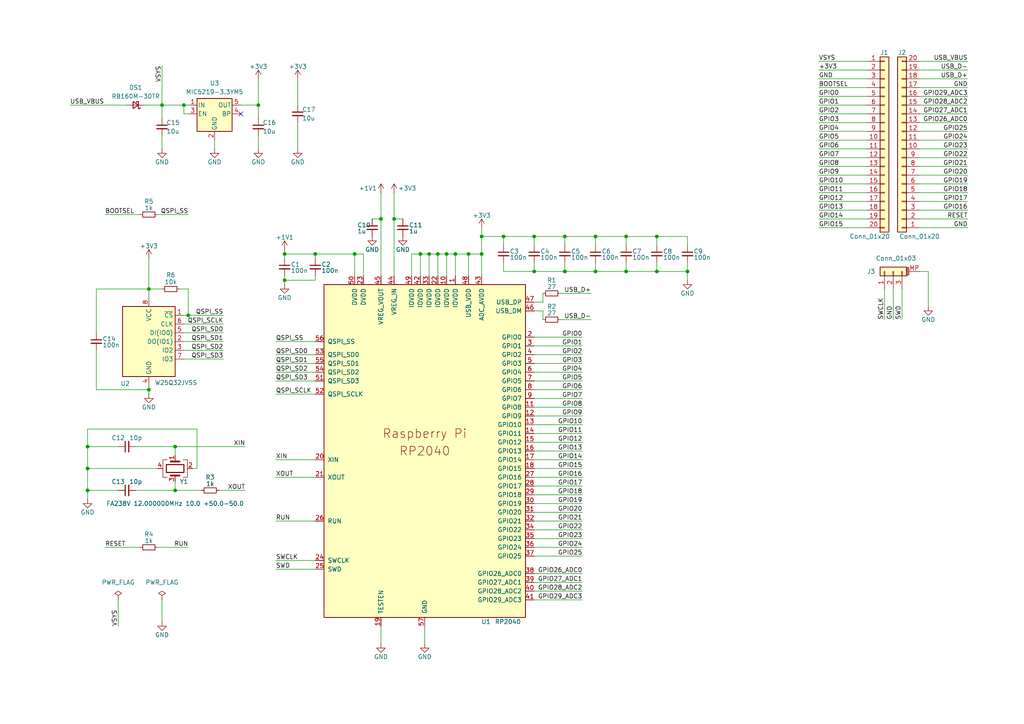
<source format=kicad_sch>
(kicad_sch
	(version 20231120)
	(generator "eeschema")
	(generator_version "8.0")
	(uuid "e63e39d7-6ac0-4ffd-8aa3-1841a4541b55")
	(paper "A4")
	(title_block
		(title "YUIOP2040C")
		(date "2024-03-29")
		(rev "1")
		(company "KaoriYa")
	)
	(lib_symbols
		(symbol "Connector_Generic:Conn_01x20"
			(pin_names
				(offset 1.016) hide)
			(exclude_from_sim no)
			(in_bom yes)
			(on_board yes)
			(property "Reference" "J"
				(at 0 25.4 0)
				(effects
					(font
						(size 1.27 1.27)
					)
				)
			)
			(property "Value" "Conn_01x20"
				(at 0 -27.94 0)
				(effects
					(font
						(size 1.27 1.27)
					)
				)
			)
			(property "Footprint" ""
				(at 0 0 0)
				(effects
					(font
						(size 1.27 1.27)
					)
					(hide yes)
				)
			)
			(property "Datasheet" "~"
				(at 0 0 0)
				(effects
					(font
						(size 1.27 1.27)
					)
					(hide yes)
				)
			)
			(property "Description" "Generic connector, single row, 01x20, script generated (kicad-library-utils/schlib/autogen/connector/)"
				(at 0 0 0)
				(effects
					(font
						(size 1.27 1.27)
					)
					(hide yes)
				)
			)
			(property "ki_keywords" "connector"
				(at 0 0 0)
				(effects
					(font
						(size 1.27 1.27)
					)
					(hide yes)
				)
			)
			(property "ki_fp_filters" "Connector*:*_1x??_*"
				(at 0 0 0)
				(effects
					(font
						(size 1.27 1.27)
					)
					(hide yes)
				)
			)
			(symbol "Conn_01x20_1_1"
				(rectangle
					(start -1.27 -25.273)
					(end 0 -25.527)
					(stroke
						(width 0.1524)
						(type default)
					)
					(fill
						(type none)
					)
				)
				(rectangle
					(start -1.27 -22.733)
					(end 0 -22.987)
					(stroke
						(width 0.1524)
						(type default)
					)
					(fill
						(type none)
					)
				)
				(rectangle
					(start -1.27 -20.193)
					(end 0 -20.447)
					(stroke
						(width 0.1524)
						(type default)
					)
					(fill
						(type none)
					)
				)
				(rectangle
					(start -1.27 -17.653)
					(end 0 -17.907)
					(stroke
						(width 0.1524)
						(type default)
					)
					(fill
						(type none)
					)
				)
				(rectangle
					(start -1.27 -15.113)
					(end 0 -15.367)
					(stroke
						(width 0.1524)
						(type default)
					)
					(fill
						(type none)
					)
				)
				(rectangle
					(start -1.27 -12.573)
					(end 0 -12.827)
					(stroke
						(width 0.1524)
						(type default)
					)
					(fill
						(type none)
					)
				)
				(rectangle
					(start -1.27 -10.033)
					(end 0 -10.287)
					(stroke
						(width 0.1524)
						(type default)
					)
					(fill
						(type none)
					)
				)
				(rectangle
					(start -1.27 -7.493)
					(end 0 -7.747)
					(stroke
						(width 0.1524)
						(type default)
					)
					(fill
						(type none)
					)
				)
				(rectangle
					(start -1.27 -4.953)
					(end 0 -5.207)
					(stroke
						(width 0.1524)
						(type default)
					)
					(fill
						(type none)
					)
				)
				(rectangle
					(start -1.27 -2.413)
					(end 0 -2.667)
					(stroke
						(width 0.1524)
						(type default)
					)
					(fill
						(type none)
					)
				)
				(rectangle
					(start -1.27 0.127)
					(end 0 -0.127)
					(stroke
						(width 0.1524)
						(type default)
					)
					(fill
						(type none)
					)
				)
				(rectangle
					(start -1.27 2.667)
					(end 0 2.413)
					(stroke
						(width 0.1524)
						(type default)
					)
					(fill
						(type none)
					)
				)
				(rectangle
					(start -1.27 5.207)
					(end 0 4.953)
					(stroke
						(width 0.1524)
						(type default)
					)
					(fill
						(type none)
					)
				)
				(rectangle
					(start -1.27 7.747)
					(end 0 7.493)
					(stroke
						(width 0.1524)
						(type default)
					)
					(fill
						(type none)
					)
				)
				(rectangle
					(start -1.27 10.287)
					(end 0 10.033)
					(stroke
						(width 0.1524)
						(type default)
					)
					(fill
						(type none)
					)
				)
				(rectangle
					(start -1.27 12.827)
					(end 0 12.573)
					(stroke
						(width 0.1524)
						(type default)
					)
					(fill
						(type none)
					)
				)
				(rectangle
					(start -1.27 15.367)
					(end 0 15.113)
					(stroke
						(width 0.1524)
						(type default)
					)
					(fill
						(type none)
					)
				)
				(rectangle
					(start -1.27 17.907)
					(end 0 17.653)
					(stroke
						(width 0.1524)
						(type default)
					)
					(fill
						(type none)
					)
				)
				(rectangle
					(start -1.27 20.447)
					(end 0 20.193)
					(stroke
						(width 0.1524)
						(type default)
					)
					(fill
						(type none)
					)
				)
				(rectangle
					(start -1.27 22.987)
					(end 0 22.733)
					(stroke
						(width 0.1524)
						(type default)
					)
					(fill
						(type none)
					)
				)
				(rectangle
					(start -1.27 24.13)
					(end 1.27 -26.67)
					(stroke
						(width 0.254)
						(type default)
					)
					(fill
						(type background)
					)
				)
				(pin passive line
					(at -5.08 22.86 0)
					(length 3.81)
					(name "Pin_1"
						(effects
							(font
								(size 1.27 1.27)
							)
						)
					)
					(number "1"
						(effects
							(font
								(size 1.27 1.27)
							)
						)
					)
				)
				(pin passive line
					(at -5.08 0 0)
					(length 3.81)
					(name "Pin_10"
						(effects
							(font
								(size 1.27 1.27)
							)
						)
					)
					(number "10"
						(effects
							(font
								(size 1.27 1.27)
							)
						)
					)
				)
				(pin passive line
					(at -5.08 -2.54 0)
					(length 3.81)
					(name "Pin_11"
						(effects
							(font
								(size 1.27 1.27)
							)
						)
					)
					(number "11"
						(effects
							(font
								(size 1.27 1.27)
							)
						)
					)
				)
				(pin passive line
					(at -5.08 -5.08 0)
					(length 3.81)
					(name "Pin_12"
						(effects
							(font
								(size 1.27 1.27)
							)
						)
					)
					(number "12"
						(effects
							(font
								(size 1.27 1.27)
							)
						)
					)
				)
				(pin passive line
					(at -5.08 -7.62 0)
					(length 3.81)
					(name "Pin_13"
						(effects
							(font
								(size 1.27 1.27)
							)
						)
					)
					(number "13"
						(effects
							(font
								(size 1.27 1.27)
							)
						)
					)
				)
				(pin passive line
					(at -5.08 -10.16 0)
					(length 3.81)
					(name "Pin_14"
						(effects
							(font
								(size 1.27 1.27)
							)
						)
					)
					(number "14"
						(effects
							(font
								(size 1.27 1.27)
							)
						)
					)
				)
				(pin passive line
					(at -5.08 -12.7 0)
					(length 3.81)
					(name "Pin_15"
						(effects
							(font
								(size 1.27 1.27)
							)
						)
					)
					(number "15"
						(effects
							(font
								(size 1.27 1.27)
							)
						)
					)
				)
				(pin passive line
					(at -5.08 -15.24 0)
					(length 3.81)
					(name "Pin_16"
						(effects
							(font
								(size 1.27 1.27)
							)
						)
					)
					(number "16"
						(effects
							(font
								(size 1.27 1.27)
							)
						)
					)
				)
				(pin passive line
					(at -5.08 -17.78 0)
					(length 3.81)
					(name "Pin_17"
						(effects
							(font
								(size 1.27 1.27)
							)
						)
					)
					(number "17"
						(effects
							(font
								(size 1.27 1.27)
							)
						)
					)
				)
				(pin passive line
					(at -5.08 -20.32 0)
					(length 3.81)
					(name "Pin_18"
						(effects
							(font
								(size 1.27 1.27)
							)
						)
					)
					(number "18"
						(effects
							(font
								(size 1.27 1.27)
							)
						)
					)
				)
				(pin passive line
					(at -5.08 -22.86 0)
					(length 3.81)
					(name "Pin_19"
						(effects
							(font
								(size 1.27 1.27)
							)
						)
					)
					(number "19"
						(effects
							(font
								(size 1.27 1.27)
							)
						)
					)
				)
				(pin passive line
					(at -5.08 20.32 0)
					(length 3.81)
					(name "Pin_2"
						(effects
							(font
								(size 1.27 1.27)
							)
						)
					)
					(number "2"
						(effects
							(font
								(size 1.27 1.27)
							)
						)
					)
				)
				(pin passive line
					(at -5.08 -25.4 0)
					(length 3.81)
					(name "Pin_20"
						(effects
							(font
								(size 1.27 1.27)
							)
						)
					)
					(number "20"
						(effects
							(font
								(size 1.27 1.27)
							)
						)
					)
				)
				(pin passive line
					(at -5.08 17.78 0)
					(length 3.81)
					(name "Pin_3"
						(effects
							(font
								(size 1.27 1.27)
							)
						)
					)
					(number "3"
						(effects
							(font
								(size 1.27 1.27)
							)
						)
					)
				)
				(pin passive line
					(at -5.08 15.24 0)
					(length 3.81)
					(name "Pin_4"
						(effects
							(font
								(size 1.27 1.27)
							)
						)
					)
					(number "4"
						(effects
							(font
								(size 1.27 1.27)
							)
						)
					)
				)
				(pin passive line
					(at -5.08 12.7 0)
					(length 3.81)
					(name "Pin_5"
						(effects
							(font
								(size 1.27 1.27)
							)
						)
					)
					(number "5"
						(effects
							(font
								(size 1.27 1.27)
							)
						)
					)
				)
				(pin passive line
					(at -5.08 10.16 0)
					(length 3.81)
					(name "Pin_6"
						(effects
							(font
								(size 1.27 1.27)
							)
						)
					)
					(number "6"
						(effects
							(font
								(size 1.27 1.27)
							)
						)
					)
				)
				(pin passive line
					(at -5.08 7.62 0)
					(length 3.81)
					(name "Pin_7"
						(effects
							(font
								(size 1.27 1.27)
							)
						)
					)
					(number "7"
						(effects
							(font
								(size 1.27 1.27)
							)
						)
					)
				)
				(pin passive line
					(at -5.08 5.08 0)
					(length 3.81)
					(name "Pin_8"
						(effects
							(font
								(size 1.27 1.27)
							)
						)
					)
					(number "8"
						(effects
							(font
								(size 1.27 1.27)
							)
						)
					)
				)
				(pin passive line
					(at -5.08 2.54 0)
					(length 3.81)
					(name "Pin_9"
						(effects
							(font
								(size 1.27 1.27)
							)
						)
					)
					(number "9"
						(effects
							(font
								(size 1.27 1.27)
							)
						)
					)
				)
			)
		)
		(symbol "Connector_Generic_MountingPin:Conn_01x03_MountingPin"
			(pin_names
				(offset 1.016) hide)
			(exclude_from_sim no)
			(in_bom yes)
			(on_board yes)
			(property "Reference" "J"
				(at 0 5.08 0)
				(effects
					(font
						(size 1.27 1.27)
					)
				)
			)
			(property "Value" "Conn_01x03_MountingPin"
				(at 1.27 -5.08 0)
				(effects
					(font
						(size 1.27 1.27)
					)
					(justify left)
				)
			)
			(property "Footprint" ""
				(at 0 0 0)
				(effects
					(font
						(size 1.27 1.27)
					)
					(hide yes)
				)
			)
			(property "Datasheet" "~"
				(at 0 0 0)
				(effects
					(font
						(size 1.27 1.27)
					)
					(hide yes)
				)
			)
			(property "Description" "Generic connectable mounting pin connector, single row, 01x03, script generated (kicad-library-utils/schlib/autogen/connector/)"
				(at 0 0 0)
				(effects
					(font
						(size 1.27 1.27)
					)
					(hide yes)
				)
			)
			(property "ki_keywords" "connector"
				(at 0 0 0)
				(effects
					(font
						(size 1.27 1.27)
					)
					(hide yes)
				)
			)
			(property "ki_fp_filters" "Connector*:*_1x??-1MP*"
				(at 0 0 0)
				(effects
					(font
						(size 1.27 1.27)
					)
					(hide yes)
				)
			)
			(symbol "Conn_01x03_MountingPin_1_1"
				(rectangle
					(start -1.27 -2.413)
					(end 0 -2.667)
					(stroke
						(width 0.1524)
						(type default)
					)
					(fill
						(type none)
					)
				)
				(rectangle
					(start -1.27 0.127)
					(end 0 -0.127)
					(stroke
						(width 0.1524)
						(type default)
					)
					(fill
						(type none)
					)
				)
				(rectangle
					(start -1.27 2.667)
					(end 0 2.413)
					(stroke
						(width 0.1524)
						(type default)
					)
					(fill
						(type none)
					)
				)
				(rectangle
					(start -1.27 3.81)
					(end 1.27 -3.81)
					(stroke
						(width 0.254)
						(type default)
					)
					(fill
						(type background)
					)
				)
				(polyline
					(pts
						(xy -1.016 -4.572) (xy 1.016 -4.572)
					)
					(stroke
						(width 0.1524)
						(type default)
					)
					(fill
						(type none)
					)
				)
				(text "Mounting"
					(at 0 -4.191 0)
					(effects
						(font
							(size 0.381 0.381)
						)
					)
				)
				(pin passive line
					(at -5.08 2.54 0)
					(length 3.81)
					(name "Pin_1"
						(effects
							(font
								(size 1.27 1.27)
							)
						)
					)
					(number "1"
						(effects
							(font
								(size 1.27 1.27)
							)
						)
					)
				)
				(pin passive line
					(at -5.08 0 0)
					(length 3.81)
					(name "Pin_2"
						(effects
							(font
								(size 1.27 1.27)
							)
						)
					)
					(number "2"
						(effects
							(font
								(size 1.27 1.27)
							)
						)
					)
				)
				(pin passive line
					(at -5.08 -2.54 0)
					(length 3.81)
					(name "Pin_3"
						(effects
							(font
								(size 1.27 1.27)
							)
						)
					)
					(number "3"
						(effects
							(font
								(size 1.27 1.27)
							)
						)
					)
				)
				(pin passive line
					(at 0 -7.62 90)
					(length 3.048)
					(name "MountPin"
						(effects
							(font
								(size 1.27 1.27)
							)
						)
					)
					(number "MP"
						(effects
							(font
								(size 1.27 1.27)
							)
						)
					)
				)
			)
		)
		(symbol "Device:C_Small"
			(pin_numbers hide)
			(pin_names
				(offset 0.254) hide)
			(exclude_from_sim no)
			(in_bom yes)
			(on_board yes)
			(property "Reference" "C"
				(at 0.254 1.778 0)
				(effects
					(font
						(size 1.27 1.27)
					)
					(justify left)
				)
			)
			(property "Value" "C_Small"
				(at 0.254 -2.032 0)
				(effects
					(font
						(size 1.27 1.27)
					)
					(justify left)
				)
			)
			(property "Footprint" ""
				(at 0 0 0)
				(effects
					(font
						(size 1.27 1.27)
					)
					(hide yes)
				)
			)
			(property "Datasheet" "~"
				(at 0 0 0)
				(effects
					(font
						(size 1.27 1.27)
					)
					(hide yes)
				)
			)
			(property "Description" "Unpolarized capacitor, small symbol"
				(at 0 0 0)
				(effects
					(font
						(size 1.27 1.27)
					)
					(hide yes)
				)
			)
			(property "ki_keywords" "capacitor cap"
				(at 0 0 0)
				(effects
					(font
						(size 1.27 1.27)
					)
					(hide yes)
				)
			)
			(property "ki_fp_filters" "C_*"
				(at 0 0 0)
				(effects
					(font
						(size 1.27 1.27)
					)
					(hide yes)
				)
			)
			(symbol "C_Small_0_1"
				(polyline
					(pts
						(xy -1.524 -0.508) (xy 1.524 -0.508)
					)
					(stroke
						(width 0.3302)
						(type default)
					)
					(fill
						(type none)
					)
				)
				(polyline
					(pts
						(xy -1.524 0.508) (xy 1.524 0.508)
					)
					(stroke
						(width 0.3048)
						(type default)
					)
					(fill
						(type none)
					)
				)
			)
			(symbol "C_Small_1_1"
				(pin passive line
					(at 0 2.54 270)
					(length 2.032)
					(name "~"
						(effects
							(font
								(size 1.27 1.27)
							)
						)
					)
					(number "1"
						(effects
							(font
								(size 1.27 1.27)
							)
						)
					)
				)
				(pin passive line
					(at 0 -2.54 90)
					(length 2.032)
					(name "~"
						(effects
							(font
								(size 1.27 1.27)
							)
						)
					)
					(number "2"
						(effects
							(font
								(size 1.27 1.27)
							)
						)
					)
				)
			)
		)
		(symbol "Device:Crystal_GND24"
			(pin_names
				(offset 1.016) hide)
			(exclude_from_sim no)
			(in_bom yes)
			(on_board yes)
			(property "Reference" "Y"
				(at 3.175 5.08 0)
				(effects
					(font
						(size 1.27 1.27)
					)
					(justify left)
				)
			)
			(property "Value" "Crystal_GND24"
				(at 3.175 3.175 0)
				(effects
					(font
						(size 1.27 1.27)
					)
					(justify left)
				)
			)
			(property "Footprint" ""
				(at 0 0 0)
				(effects
					(font
						(size 1.27 1.27)
					)
					(hide yes)
				)
			)
			(property "Datasheet" "~"
				(at 0 0 0)
				(effects
					(font
						(size 1.27 1.27)
					)
					(hide yes)
				)
			)
			(property "Description" "Four pin crystal, GND on pins 2 and 4"
				(at 0 0 0)
				(effects
					(font
						(size 1.27 1.27)
					)
					(hide yes)
				)
			)
			(property "ki_keywords" "quartz ceramic resonator oscillator"
				(at 0 0 0)
				(effects
					(font
						(size 1.27 1.27)
					)
					(hide yes)
				)
			)
			(property "ki_fp_filters" "Crystal*"
				(at 0 0 0)
				(effects
					(font
						(size 1.27 1.27)
					)
					(hide yes)
				)
			)
			(symbol "Crystal_GND24_0_1"
				(rectangle
					(start -1.143 2.54)
					(end 1.143 -2.54)
					(stroke
						(width 0.3048)
						(type default)
					)
					(fill
						(type none)
					)
				)
				(polyline
					(pts
						(xy -2.54 0) (xy -2.032 0)
					)
					(stroke
						(width 0)
						(type default)
					)
					(fill
						(type none)
					)
				)
				(polyline
					(pts
						(xy -2.032 -1.27) (xy -2.032 1.27)
					)
					(stroke
						(width 0.508)
						(type default)
					)
					(fill
						(type none)
					)
				)
				(polyline
					(pts
						(xy 0 -3.81) (xy 0 -3.556)
					)
					(stroke
						(width 0)
						(type default)
					)
					(fill
						(type none)
					)
				)
				(polyline
					(pts
						(xy 0 3.556) (xy 0 3.81)
					)
					(stroke
						(width 0)
						(type default)
					)
					(fill
						(type none)
					)
				)
				(polyline
					(pts
						(xy 2.032 -1.27) (xy 2.032 1.27)
					)
					(stroke
						(width 0.508)
						(type default)
					)
					(fill
						(type none)
					)
				)
				(polyline
					(pts
						(xy 2.032 0) (xy 2.54 0)
					)
					(stroke
						(width 0)
						(type default)
					)
					(fill
						(type none)
					)
				)
				(polyline
					(pts
						(xy -2.54 -2.286) (xy -2.54 -3.556) (xy 2.54 -3.556) (xy 2.54 -2.286)
					)
					(stroke
						(width 0)
						(type default)
					)
					(fill
						(type none)
					)
				)
				(polyline
					(pts
						(xy -2.54 2.286) (xy -2.54 3.556) (xy 2.54 3.556) (xy 2.54 2.286)
					)
					(stroke
						(width 0)
						(type default)
					)
					(fill
						(type none)
					)
				)
			)
			(symbol "Crystal_GND24_1_1"
				(pin passive line
					(at -3.81 0 0)
					(length 1.27)
					(name "1"
						(effects
							(font
								(size 1.27 1.27)
							)
						)
					)
					(number "1"
						(effects
							(font
								(size 1.27 1.27)
							)
						)
					)
				)
				(pin passive line
					(at 0 5.08 270)
					(length 1.27)
					(name "2"
						(effects
							(font
								(size 1.27 1.27)
							)
						)
					)
					(number "2"
						(effects
							(font
								(size 1.27 1.27)
							)
						)
					)
				)
				(pin passive line
					(at 3.81 0 180)
					(length 1.27)
					(name "3"
						(effects
							(font
								(size 1.27 1.27)
							)
						)
					)
					(number "3"
						(effects
							(font
								(size 1.27 1.27)
							)
						)
					)
				)
				(pin passive line
					(at 0 -5.08 90)
					(length 1.27)
					(name "4"
						(effects
							(font
								(size 1.27 1.27)
							)
						)
					)
					(number "4"
						(effects
							(font
								(size 1.27 1.27)
							)
						)
					)
				)
			)
		)
		(symbol "Device:D_Schottky_Small"
			(pin_numbers hide)
			(pin_names
				(offset 0.254) hide)
			(exclude_from_sim no)
			(in_bom yes)
			(on_board yes)
			(property "Reference" "D"
				(at -1.27 2.032 0)
				(effects
					(font
						(size 1.27 1.27)
					)
					(justify left)
				)
			)
			(property "Value" "D_Schottky_Small"
				(at -7.112 -2.032 0)
				(effects
					(font
						(size 1.27 1.27)
					)
					(justify left)
				)
			)
			(property "Footprint" ""
				(at 0 0 90)
				(effects
					(font
						(size 1.27 1.27)
					)
					(hide yes)
				)
			)
			(property "Datasheet" "~"
				(at 0 0 90)
				(effects
					(font
						(size 1.27 1.27)
					)
					(hide yes)
				)
			)
			(property "Description" "Schottky diode, small symbol"
				(at 0 0 0)
				(effects
					(font
						(size 1.27 1.27)
					)
					(hide yes)
				)
			)
			(property "ki_keywords" "diode Schottky"
				(at 0 0 0)
				(effects
					(font
						(size 1.27 1.27)
					)
					(hide yes)
				)
			)
			(property "ki_fp_filters" "TO-???* *_Diode_* *SingleDiode* D_*"
				(at 0 0 0)
				(effects
					(font
						(size 1.27 1.27)
					)
					(hide yes)
				)
			)
			(symbol "D_Schottky_Small_0_1"
				(polyline
					(pts
						(xy -0.762 0) (xy 0.762 0)
					)
					(stroke
						(width 0)
						(type default)
					)
					(fill
						(type none)
					)
				)
				(polyline
					(pts
						(xy 0.762 -1.016) (xy -0.762 0) (xy 0.762 1.016) (xy 0.762 -1.016)
					)
					(stroke
						(width 0.254)
						(type default)
					)
					(fill
						(type none)
					)
				)
				(polyline
					(pts
						(xy -1.27 0.762) (xy -1.27 1.016) (xy -0.762 1.016) (xy -0.762 -1.016) (xy -0.254 -1.016) (xy -0.254 -0.762)
					)
					(stroke
						(width 0.254)
						(type default)
					)
					(fill
						(type none)
					)
				)
			)
			(symbol "D_Schottky_Small_1_1"
				(pin passive line
					(at -2.54 0 0)
					(length 1.778)
					(name "K"
						(effects
							(font
								(size 1.27 1.27)
							)
						)
					)
					(number "1"
						(effects
							(font
								(size 1.27 1.27)
							)
						)
					)
				)
				(pin passive line
					(at 2.54 0 180)
					(length 1.778)
					(name "A"
						(effects
							(font
								(size 1.27 1.27)
							)
						)
					)
					(number "2"
						(effects
							(font
								(size 1.27 1.27)
							)
						)
					)
				)
			)
		)
		(symbol "Device:R_Small"
			(pin_numbers hide)
			(pin_names
				(offset 0.254) hide)
			(exclude_from_sim no)
			(in_bom yes)
			(on_board yes)
			(property "Reference" "R"
				(at 0.762 0.508 0)
				(effects
					(font
						(size 1.27 1.27)
					)
					(justify left)
				)
			)
			(property "Value" "R_Small"
				(at 0.762 -1.016 0)
				(effects
					(font
						(size 1.27 1.27)
					)
					(justify left)
				)
			)
			(property "Footprint" ""
				(at 0 0 0)
				(effects
					(font
						(size 1.27 1.27)
					)
					(hide yes)
				)
			)
			(property "Datasheet" "~"
				(at 0 0 0)
				(effects
					(font
						(size 1.27 1.27)
					)
					(hide yes)
				)
			)
			(property "Description" "Resistor, small symbol"
				(at 0 0 0)
				(effects
					(font
						(size 1.27 1.27)
					)
					(hide yes)
				)
			)
			(property "ki_keywords" "R resistor"
				(at 0 0 0)
				(effects
					(font
						(size 1.27 1.27)
					)
					(hide yes)
				)
			)
			(property "ki_fp_filters" "R_*"
				(at 0 0 0)
				(effects
					(font
						(size 1.27 1.27)
					)
					(hide yes)
				)
			)
			(symbol "R_Small_0_1"
				(rectangle
					(start -0.762 1.778)
					(end 0.762 -1.778)
					(stroke
						(width 0.2032)
						(type default)
					)
					(fill
						(type none)
					)
				)
			)
			(symbol "R_Small_1_1"
				(pin passive line
					(at 0 2.54 270)
					(length 0.762)
					(name "~"
						(effects
							(font
								(size 1.27 1.27)
							)
						)
					)
					(number "1"
						(effects
							(font
								(size 1.27 1.27)
							)
						)
					)
				)
				(pin passive line
					(at 0 -2.54 90)
					(length 0.762)
					(name "~"
						(effects
							(font
								(size 1.27 1.27)
							)
						)
					)
					(number "2"
						(effects
							(font
								(size 1.27 1.27)
							)
						)
					)
				)
			)
		)
		(symbol "MCU_RaspberryPi_RP2040:RP2040"
			(pin_names
				(offset 1.016)
			)
			(exclude_from_sim no)
			(in_bom yes)
			(on_board yes)
			(property "Reference" "U"
				(at -29.21 49.53 0)
				(effects
					(font
						(size 1.27 1.27)
					)
				)
			)
			(property "Value" "RP2040"
				(at 24.13 -49.53 0)
				(effects
					(font
						(size 1.27 1.27)
					)
				)
			)
			(property "Footprint" "RP2040_minimal:RP2040-QFN-56"
				(at -19.05 0 0)
				(effects
					(font
						(size 1.27 1.27)
					)
					(hide yes)
				)
			)
			(property "Datasheet" ""
				(at -19.05 0 0)
				(effects
					(font
						(size 1.27 1.27)
					)
					(hide yes)
				)
			)
			(property "Description" ""
				(at 0 0 0)
				(effects
					(font
						(size 1.27 1.27)
					)
					(hide yes)
				)
			)
			(symbol "RP2040_0_0"
				(text "Raspberry Pi"
					(at 0 5.08 0)
					(effects
						(font
							(size 2.54 2.54)
						)
					)
				)
				(text "RP2040"
					(at 0 0 0)
					(effects
						(font
							(size 2.54 2.54)
						)
					)
				)
			)
			(symbol "RP2040_0_1"
				(rectangle
					(start 29.21 48.26)
					(end -29.21 -48.26)
					(stroke
						(width 0.254)
						(type solid)
					)
					(fill
						(type background)
					)
				)
			)
			(symbol "RP2040_1_1"
				(pin power_in line
					(at 8.89 50.8 270)
					(length 2.54)
					(name "IOVDD"
						(effects
							(font
								(size 1.27 1.27)
							)
						)
					)
					(number "1"
						(effects
							(font
								(size 1.27 1.27)
							)
						)
					)
				)
				(pin power_in line
					(at 6.35 50.8 270)
					(length 2.54)
					(name "IOVDD"
						(effects
							(font
								(size 1.27 1.27)
							)
						)
					)
					(number "10"
						(effects
							(font
								(size 1.27 1.27)
							)
						)
					)
				)
				(pin bidirectional line
					(at 31.75 12.7 180)
					(length 2.54)
					(name "GPIO8"
						(effects
							(font
								(size 1.27 1.27)
							)
						)
					)
					(number "11"
						(effects
							(font
								(size 1.27 1.27)
							)
						)
					)
				)
				(pin bidirectional line
					(at 31.75 10.16 180)
					(length 2.54)
					(name "GPIO9"
						(effects
							(font
								(size 1.27 1.27)
							)
						)
					)
					(number "12"
						(effects
							(font
								(size 1.27 1.27)
							)
						)
					)
				)
				(pin bidirectional line
					(at 31.75 7.62 180)
					(length 2.54)
					(name "GPIO10"
						(effects
							(font
								(size 1.27 1.27)
							)
						)
					)
					(number "13"
						(effects
							(font
								(size 1.27 1.27)
							)
						)
					)
				)
				(pin bidirectional line
					(at 31.75 5.08 180)
					(length 2.54)
					(name "GPIO11"
						(effects
							(font
								(size 1.27 1.27)
							)
						)
					)
					(number "14"
						(effects
							(font
								(size 1.27 1.27)
							)
						)
					)
				)
				(pin bidirectional line
					(at 31.75 2.54 180)
					(length 2.54)
					(name "GPIO12"
						(effects
							(font
								(size 1.27 1.27)
							)
						)
					)
					(number "15"
						(effects
							(font
								(size 1.27 1.27)
							)
						)
					)
				)
				(pin bidirectional line
					(at 31.75 0 180)
					(length 2.54)
					(name "GPIO13"
						(effects
							(font
								(size 1.27 1.27)
							)
						)
					)
					(number "16"
						(effects
							(font
								(size 1.27 1.27)
							)
						)
					)
				)
				(pin bidirectional line
					(at 31.75 -2.54 180)
					(length 2.54)
					(name "GPIO14"
						(effects
							(font
								(size 1.27 1.27)
							)
						)
					)
					(number "17"
						(effects
							(font
								(size 1.27 1.27)
							)
						)
					)
				)
				(pin bidirectional line
					(at 31.75 -5.08 180)
					(length 2.54)
					(name "GPIO15"
						(effects
							(font
								(size 1.27 1.27)
							)
						)
					)
					(number "18"
						(effects
							(font
								(size 1.27 1.27)
							)
						)
					)
				)
				(pin passive line
					(at -12.7 -50.8 90)
					(length 2.54)
					(name "TESTEN"
						(effects
							(font
								(size 1.27 1.27)
							)
						)
					)
					(number "19"
						(effects
							(font
								(size 1.27 1.27)
							)
						)
					)
				)
				(pin bidirectional line
					(at 31.75 33.02 180)
					(length 2.54)
					(name "GPIO0"
						(effects
							(font
								(size 1.27 1.27)
							)
						)
					)
					(number "2"
						(effects
							(font
								(size 1.27 1.27)
							)
						)
					)
				)
				(pin input line
					(at -31.75 -2.54 0)
					(length 2.54)
					(name "XIN"
						(effects
							(font
								(size 1.27 1.27)
							)
						)
					)
					(number "20"
						(effects
							(font
								(size 1.27 1.27)
							)
						)
					)
				)
				(pin passive line
					(at -31.75 -7.62 0)
					(length 2.54)
					(name "XOUT"
						(effects
							(font
								(size 1.27 1.27)
							)
						)
					)
					(number "21"
						(effects
							(font
								(size 1.27 1.27)
							)
						)
					)
				)
				(pin power_in line
					(at 3.81 50.8 270)
					(length 2.54)
					(name "IOVDD"
						(effects
							(font
								(size 1.27 1.27)
							)
						)
					)
					(number "22"
						(effects
							(font
								(size 1.27 1.27)
							)
						)
					)
				)
				(pin power_in line
					(at -17.78 50.8 270)
					(length 2.54)
					(name "DVDD"
						(effects
							(font
								(size 1.27 1.27)
							)
						)
					)
					(number "23"
						(effects
							(font
								(size 1.27 1.27)
							)
						)
					)
				)
				(pin output line
					(at -31.75 -31.75 0)
					(length 2.54)
					(name "SWCLK"
						(effects
							(font
								(size 1.27 1.27)
							)
						)
					)
					(number "24"
						(effects
							(font
								(size 1.27 1.27)
							)
						)
					)
				)
				(pin bidirectional line
					(at -31.75 -34.29 0)
					(length 2.54)
					(name "SWD"
						(effects
							(font
								(size 1.27 1.27)
							)
						)
					)
					(number "25"
						(effects
							(font
								(size 1.27 1.27)
							)
						)
					)
				)
				(pin input line
					(at -31.75 -20.32 0)
					(length 2.54)
					(name "RUN"
						(effects
							(font
								(size 1.27 1.27)
							)
						)
					)
					(number "26"
						(effects
							(font
								(size 1.27 1.27)
							)
						)
					)
				)
				(pin bidirectional line
					(at 31.75 -7.62 180)
					(length 2.54)
					(name "GPIO16"
						(effects
							(font
								(size 1.27 1.27)
							)
						)
					)
					(number "27"
						(effects
							(font
								(size 1.27 1.27)
							)
						)
					)
				)
				(pin bidirectional line
					(at 31.75 -10.16 180)
					(length 2.54)
					(name "GPIO17"
						(effects
							(font
								(size 1.27 1.27)
							)
						)
					)
					(number "28"
						(effects
							(font
								(size 1.27 1.27)
							)
						)
					)
				)
				(pin bidirectional line
					(at 31.75 -12.7 180)
					(length 2.54)
					(name "GPIO18"
						(effects
							(font
								(size 1.27 1.27)
							)
						)
					)
					(number "29"
						(effects
							(font
								(size 1.27 1.27)
							)
						)
					)
				)
				(pin bidirectional line
					(at 31.75 30.48 180)
					(length 2.54)
					(name "GPIO1"
						(effects
							(font
								(size 1.27 1.27)
							)
						)
					)
					(number "3"
						(effects
							(font
								(size 1.27 1.27)
							)
						)
					)
				)
				(pin bidirectional line
					(at 31.75 -15.24 180)
					(length 2.54)
					(name "GPIO19"
						(effects
							(font
								(size 1.27 1.27)
							)
						)
					)
					(number "30"
						(effects
							(font
								(size 1.27 1.27)
							)
						)
					)
				)
				(pin bidirectional line
					(at 31.75 -17.78 180)
					(length 2.54)
					(name "GPIO20"
						(effects
							(font
								(size 1.27 1.27)
							)
						)
					)
					(number "31"
						(effects
							(font
								(size 1.27 1.27)
							)
						)
					)
				)
				(pin bidirectional line
					(at 31.75 -20.32 180)
					(length 2.54)
					(name "GPIO21"
						(effects
							(font
								(size 1.27 1.27)
							)
						)
					)
					(number "32"
						(effects
							(font
								(size 1.27 1.27)
							)
						)
					)
				)
				(pin power_in line
					(at 1.27 50.8 270)
					(length 2.54)
					(name "IOVDD"
						(effects
							(font
								(size 1.27 1.27)
							)
						)
					)
					(number "33"
						(effects
							(font
								(size 1.27 1.27)
							)
						)
					)
				)
				(pin bidirectional line
					(at 31.75 -22.86 180)
					(length 2.54)
					(name "GPIO22"
						(effects
							(font
								(size 1.27 1.27)
							)
						)
					)
					(number "34"
						(effects
							(font
								(size 1.27 1.27)
							)
						)
					)
				)
				(pin bidirectional line
					(at 31.75 -25.4 180)
					(length 2.54)
					(name "GPIO23"
						(effects
							(font
								(size 1.27 1.27)
							)
						)
					)
					(number "35"
						(effects
							(font
								(size 1.27 1.27)
							)
						)
					)
				)
				(pin bidirectional line
					(at 31.75 -27.94 180)
					(length 2.54)
					(name "GPIO24"
						(effects
							(font
								(size 1.27 1.27)
							)
						)
					)
					(number "36"
						(effects
							(font
								(size 1.27 1.27)
							)
						)
					)
				)
				(pin bidirectional line
					(at 31.75 -30.48 180)
					(length 2.54)
					(name "GPIO25"
						(effects
							(font
								(size 1.27 1.27)
							)
						)
					)
					(number "37"
						(effects
							(font
								(size 1.27 1.27)
							)
						)
					)
				)
				(pin bidirectional line
					(at 31.75 -35.56 180)
					(length 2.54)
					(name "GPIO26_ADC0"
						(effects
							(font
								(size 1.27 1.27)
							)
						)
					)
					(number "38"
						(effects
							(font
								(size 1.27 1.27)
							)
						)
					)
				)
				(pin bidirectional line
					(at 31.75 -38.1 180)
					(length 2.54)
					(name "GPIO27_ADC1"
						(effects
							(font
								(size 1.27 1.27)
							)
						)
					)
					(number "39"
						(effects
							(font
								(size 1.27 1.27)
							)
						)
					)
				)
				(pin bidirectional line
					(at 31.75 27.94 180)
					(length 2.54)
					(name "GPIO2"
						(effects
							(font
								(size 1.27 1.27)
							)
						)
					)
					(number "4"
						(effects
							(font
								(size 1.27 1.27)
							)
						)
					)
				)
				(pin bidirectional line
					(at 31.75 -40.64 180)
					(length 2.54)
					(name "GPIO28_ADC2"
						(effects
							(font
								(size 1.27 1.27)
							)
						)
					)
					(number "40"
						(effects
							(font
								(size 1.27 1.27)
							)
						)
					)
				)
				(pin bidirectional line
					(at 31.75 -43.18 180)
					(length 2.54)
					(name "GPIO29_ADC3"
						(effects
							(font
								(size 1.27 1.27)
							)
						)
					)
					(number "41"
						(effects
							(font
								(size 1.27 1.27)
							)
						)
					)
				)
				(pin power_in line
					(at -1.27 50.8 270)
					(length 2.54)
					(name "IOVDD"
						(effects
							(font
								(size 1.27 1.27)
							)
						)
					)
					(number "42"
						(effects
							(font
								(size 1.27 1.27)
							)
						)
					)
				)
				(pin power_in line
					(at 16.51 50.8 270)
					(length 2.54)
					(name "ADC_AVDD"
						(effects
							(font
								(size 1.27 1.27)
							)
						)
					)
					(number "43"
						(effects
							(font
								(size 1.27 1.27)
							)
						)
					)
				)
				(pin power_in line
					(at -8.89 50.8 270)
					(length 2.54)
					(name "VREG_IN"
						(effects
							(font
								(size 1.27 1.27)
							)
						)
					)
					(number "44"
						(effects
							(font
								(size 1.27 1.27)
							)
						)
					)
				)
				(pin power_out line
					(at -12.7 50.8 270)
					(length 2.54)
					(name "VREG_VOUT"
						(effects
							(font
								(size 1.27 1.27)
							)
						)
					)
					(number "45"
						(effects
							(font
								(size 1.27 1.27)
							)
						)
					)
				)
				(pin bidirectional line
					(at 31.75 40.64 180)
					(length 2.54)
					(name "USB_DM"
						(effects
							(font
								(size 1.27 1.27)
							)
						)
					)
					(number "46"
						(effects
							(font
								(size 1.27 1.27)
							)
						)
					)
				)
				(pin bidirectional line
					(at 31.75 43.18 180)
					(length 2.54)
					(name "USB_DP"
						(effects
							(font
								(size 1.27 1.27)
							)
						)
					)
					(number "47"
						(effects
							(font
								(size 1.27 1.27)
							)
						)
					)
				)
				(pin power_in line
					(at 12.7 50.8 270)
					(length 2.54)
					(name "USB_VDD"
						(effects
							(font
								(size 1.27 1.27)
							)
						)
					)
					(number "48"
						(effects
							(font
								(size 1.27 1.27)
							)
						)
					)
				)
				(pin power_in line
					(at -3.81 50.8 270)
					(length 2.54)
					(name "IOVDD"
						(effects
							(font
								(size 1.27 1.27)
							)
						)
					)
					(number "49"
						(effects
							(font
								(size 1.27 1.27)
							)
						)
					)
				)
				(pin bidirectional line
					(at 31.75 25.4 180)
					(length 2.54)
					(name "GPIO3"
						(effects
							(font
								(size 1.27 1.27)
							)
						)
					)
					(number "5"
						(effects
							(font
								(size 1.27 1.27)
							)
						)
					)
				)
				(pin power_in line
					(at -20.32 50.8 270)
					(length 2.54)
					(name "DVDD"
						(effects
							(font
								(size 1.27 1.27)
							)
						)
					)
					(number "50"
						(effects
							(font
								(size 1.27 1.27)
							)
						)
					)
				)
				(pin bidirectional line
					(at -31.75 20.32 0)
					(length 2.54)
					(name "QSPI_SD3"
						(effects
							(font
								(size 1.27 1.27)
							)
						)
					)
					(number "51"
						(effects
							(font
								(size 1.27 1.27)
							)
						)
					)
				)
				(pin output line
					(at -31.75 16.51 0)
					(length 2.54)
					(name "QSPI_SCLK"
						(effects
							(font
								(size 1.27 1.27)
							)
						)
					)
					(number "52"
						(effects
							(font
								(size 1.27 1.27)
							)
						)
					)
				)
				(pin bidirectional line
					(at -31.75 27.94 0)
					(length 2.54)
					(name "QSPI_SD0"
						(effects
							(font
								(size 1.27 1.27)
							)
						)
					)
					(number "53"
						(effects
							(font
								(size 1.27 1.27)
							)
						)
					)
				)
				(pin bidirectional line
					(at -31.75 22.86 0)
					(length 2.54)
					(name "QSPI_SD2"
						(effects
							(font
								(size 1.27 1.27)
							)
						)
					)
					(number "54"
						(effects
							(font
								(size 1.27 1.27)
							)
						)
					)
				)
				(pin bidirectional line
					(at -31.75 25.4 0)
					(length 2.54)
					(name "QSPI_SD1"
						(effects
							(font
								(size 1.27 1.27)
							)
						)
					)
					(number "55"
						(effects
							(font
								(size 1.27 1.27)
							)
						)
					)
				)
				(pin bidirectional line
					(at -31.75 31.75 0)
					(length 2.54)
					(name "QSPI_SS"
						(effects
							(font
								(size 1.27 1.27)
							)
						)
					)
					(number "56"
						(effects
							(font
								(size 1.27 1.27)
							)
						)
					)
				)
				(pin power_in line
					(at 0 -50.8 90)
					(length 2.54)
					(name "GND"
						(effects
							(font
								(size 1.27 1.27)
							)
						)
					)
					(number "57"
						(effects
							(font
								(size 1.27 1.27)
							)
						)
					)
				)
				(pin bidirectional line
					(at 31.75 22.86 180)
					(length 2.54)
					(name "GPIO4"
						(effects
							(font
								(size 1.27 1.27)
							)
						)
					)
					(number "6"
						(effects
							(font
								(size 1.27 1.27)
							)
						)
					)
				)
				(pin bidirectional line
					(at 31.75 20.32 180)
					(length 2.54)
					(name "GPIO5"
						(effects
							(font
								(size 1.27 1.27)
							)
						)
					)
					(number "7"
						(effects
							(font
								(size 1.27 1.27)
							)
						)
					)
				)
				(pin bidirectional line
					(at 31.75 17.78 180)
					(length 2.54)
					(name "GPIO6"
						(effects
							(font
								(size 1.27 1.27)
							)
						)
					)
					(number "8"
						(effects
							(font
								(size 1.27 1.27)
							)
						)
					)
				)
				(pin bidirectional line
					(at 31.75 15.24 180)
					(length 2.54)
					(name "GPIO7"
						(effects
							(font
								(size 1.27 1.27)
							)
						)
					)
					(number "9"
						(effects
							(font
								(size 1.27 1.27)
							)
						)
					)
				)
			)
		)
		(symbol "Memory_Flash:W25Q32JVSS"
			(exclude_from_sim no)
			(in_bom yes)
			(on_board yes)
			(property "Reference" "U"
				(at -6.35 11.43 0)
				(effects
					(font
						(size 1.27 1.27)
					)
				)
			)
			(property "Value" "W25Q32JVSS"
				(at 7.62 11.43 0)
				(effects
					(font
						(size 1.27 1.27)
					)
				)
			)
			(property "Footprint" "Package_SO:SOIC-8_5.23x5.23mm_P1.27mm"
				(at 0 0 0)
				(effects
					(font
						(size 1.27 1.27)
					)
					(hide yes)
				)
			)
			(property "Datasheet" "http://www.winbond.com/resource-files/w25q32jv%20revg%2003272018%20plus.pdf"
				(at 0 0 0)
				(effects
					(font
						(size 1.27 1.27)
					)
					(hide yes)
				)
			)
			(property "Description" "32Mb Serial Flash Memory, Standard/Dual/Quad SPI, SOIC-8"
				(at 0 0 0)
				(effects
					(font
						(size 1.27 1.27)
					)
					(hide yes)
				)
			)
			(property "ki_keywords" "flash memory SPI"
				(at 0 0 0)
				(effects
					(font
						(size 1.27 1.27)
					)
					(hide yes)
				)
			)
			(property "ki_fp_filters" "SOIC*5.23x5.23mm*P1.27mm*"
				(at 0 0 0)
				(effects
					(font
						(size 1.27 1.27)
					)
					(hide yes)
				)
			)
			(symbol "W25Q32JVSS_0_1"
				(rectangle
					(start -7.62 10.16)
					(end 7.62 -10.16)
					(stroke
						(width 0.254)
						(type default)
					)
					(fill
						(type background)
					)
				)
			)
			(symbol "W25Q32JVSS_1_1"
				(pin input line
					(at -10.16 7.62 0)
					(length 2.54)
					(name "~{CS}"
						(effects
							(font
								(size 1.27 1.27)
							)
						)
					)
					(number "1"
						(effects
							(font
								(size 1.27 1.27)
							)
						)
					)
				)
				(pin bidirectional line
					(at -10.16 0 0)
					(length 2.54)
					(name "DO(IO1)"
						(effects
							(font
								(size 1.27 1.27)
							)
						)
					)
					(number "2"
						(effects
							(font
								(size 1.27 1.27)
							)
						)
					)
				)
				(pin bidirectional line
					(at -10.16 -2.54 0)
					(length 2.54)
					(name "IO2"
						(effects
							(font
								(size 1.27 1.27)
							)
						)
					)
					(number "3"
						(effects
							(font
								(size 1.27 1.27)
							)
						)
					)
				)
				(pin power_in line
					(at 0 -12.7 90)
					(length 2.54)
					(name "GND"
						(effects
							(font
								(size 1.27 1.27)
							)
						)
					)
					(number "4"
						(effects
							(font
								(size 1.27 1.27)
							)
						)
					)
				)
				(pin bidirectional line
					(at -10.16 2.54 0)
					(length 2.54)
					(name "DI(IO0)"
						(effects
							(font
								(size 1.27 1.27)
							)
						)
					)
					(number "5"
						(effects
							(font
								(size 1.27 1.27)
							)
						)
					)
				)
				(pin input line
					(at -10.16 5.08 0)
					(length 2.54)
					(name "CLK"
						(effects
							(font
								(size 1.27 1.27)
							)
						)
					)
					(number "6"
						(effects
							(font
								(size 1.27 1.27)
							)
						)
					)
				)
				(pin bidirectional line
					(at -10.16 -5.08 0)
					(length 2.54)
					(name "IO3"
						(effects
							(font
								(size 1.27 1.27)
							)
						)
					)
					(number "7"
						(effects
							(font
								(size 1.27 1.27)
							)
						)
					)
				)
				(pin power_in line
					(at 0 12.7 270)
					(length 2.54)
					(name "VCC"
						(effects
							(font
								(size 1.27 1.27)
							)
						)
					)
					(number "8"
						(effects
							(font
								(size 1.27 1.27)
							)
						)
					)
				)
			)
		)
		(symbol "Regulator_Linear:MIC5219-3.3YM5"
			(pin_names
				(offset 0.254)
			)
			(exclude_from_sim no)
			(in_bom yes)
			(on_board yes)
			(property "Reference" "U"
				(at -3.81 5.715 0)
				(effects
					(font
						(size 1.27 1.27)
					)
				)
			)
			(property "Value" "MIC5219-3.3YM5"
				(at 0 5.715 0)
				(effects
					(font
						(size 1.27 1.27)
					)
					(justify left)
				)
			)
			(property "Footprint" "Package_TO_SOT_SMD:SOT-23-5"
				(at 0 8.255 0)
				(effects
					(font
						(size 1.27 1.27)
					)
					(hide yes)
				)
			)
			(property "Datasheet" "http://ww1.microchip.com/downloads/en/DeviceDoc/MIC5219-500mA-Peak-Output-LDO-Regulator-DS20006021A.pdf"
				(at 0 0 0)
				(effects
					(font
						(size 1.27 1.27)
					)
					(hide yes)
				)
			)
			(property "Description" "500mA low dropout linear regulator, fixed 3.3V output, SOT-23-5"
				(at 0 0 0)
				(effects
					(font
						(size 1.27 1.27)
					)
					(hide yes)
				)
			)
			(property "ki_keywords" "500mA ultra-low-noise LDO linear voltage regulator fixed positive"
				(at 0 0 0)
				(effects
					(font
						(size 1.27 1.27)
					)
					(hide yes)
				)
			)
			(property "ki_fp_filters" "SOT?23*"
				(at 0 0 0)
				(effects
					(font
						(size 1.27 1.27)
					)
					(hide yes)
				)
			)
			(symbol "MIC5219-3.3YM5_0_1"
				(rectangle
					(start -5.08 4.445)
					(end 5.08 -5.08)
					(stroke
						(width 0.254)
						(type default)
					)
					(fill
						(type background)
					)
				)
			)
			(symbol "MIC5219-3.3YM5_1_1"
				(pin power_in line
					(at -7.62 2.54 0)
					(length 2.54)
					(name "IN"
						(effects
							(font
								(size 1.27 1.27)
							)
						)
					)
					(number "1"
						(effects
							(font
								(size 1.27 1.27)
							)
						)
					)
				)
				(pin power_in line
					(at 0 -7.62 90)
					(length 2.54)
					(name "GND"
						(effects
							(font
								(size 1.27 1.27)
							)
						)
					)
					(number "2"
						(effects
							(font
								(size 1.27 1.27)
							)
						)
					)
				)
				(pin input line
					(at -7.62 0 0)
					(length 2.54)
					(name "EN"
						(effects
							(font
								(size 1.27 1.27)
							)
						)
					)
					(number "3"
						(effects
							(font
								(size 1.27 1.27)
							)
						)
					)
				)
				(pin input line
					(at 7.62 0 180)
					(length 2.54)
					(name "BP"
						(effects
							(font
								(size 1.27 1.27)
							)
						)
					)
					(number "4"
						(effects
							(font
								(size 1.27 1.27)
							)
						)
					)
				)
				(pin power_out line
					(at 7.62 2.54 180)
					(length 2.54)
					(name "OUT"
						(effects
							(font
								(size 1.27 1.27)
							)
						)
					)
					(number "5"
						(effects
							(font
								(size 1.27 1.27)
							)
						)
					)
				)
			)
		)
		(symbol "power:+1V1"
			(power)
			(pin_numbers hide)
			(pin_names
				(offset 0) hide)
			(exclude_from_sim no)
			(in_bom yes)
			(on_board yes)
			(property "Reference" "#PWR"
				(at 0 -3.81 0)
				(effects
					(font
						(size 1.27 1.27)
					)
					(hide yes)
				)
			)
			(property "Value" "+1V1"
				(at 0 3.556 0)
				(effects
					(font
						(size 1.27 1.27)
					)
				)
			)
			(property "Footprint" ""
				(at 0 0 0)
				(effects
					(font
						(size 1.27 1.27)
					)
					(hide yes)
				)
			)
			(property "Datasheet" ""
				(at 0 0 0)
				(effects
					(font
						(size 1.27 1.27)
					)
					(hide yes)
				)
			)
			(property "Description" "Power symbol creates a global label with name \"+1V1\""
				(at 0 0 0)
				(effects
					(font
						(size 1.27 1.27)
					)
					(hide yes)
				)
			)
			(property "ki_keywords" "global power"
				(at 0 0 0)
				(effects
					(font
						(size 1.27 1.27)
					)
					(hide yes)
				)
			)
			(symbol "+1V1_0_1"
				(polyline
					(pts
						(xy -0.762 1.27) (xy 0 2.54)
					)
					(stroke
						(width 0)
						(type default)
					)
					(fill
						(type none)
					)
				)
				(polyline
					(pts
						(xy 0 0) (xy 0 2.54)
					)
					(stroke
						(width 0)
						(type default)
					)
					(fill
						(type none)
					)
				)
				(polyline
					(pts
						(xy 0 2.54) (xy 0.762 1.27)
					)
					(stroke
						(width 0)
						(type default)
					)
					(fill
						(type none)
					)
				)
			)
			(symbol "+1V1_1_1"
				(pin power_in line
					(at 0 0 90)
					(length 0)
					(name "~"
						(effects
							(font
								(size 1.27 1.27)
							)
						)
					)
					(number "1"
						(effects
							(font
								(size 1.27 1.27)
							)
						)
					)
				)
			)
		)
		(symbol "power:+3V3"
			(power)
			(pin_numbers hide)
			(pin_names
				(offset 0) hide)
			(exclude_from_sim no)
			(in_bom yes)
			(on_board yes)
			(property "Reference" "#PWR"
				(at 0 -3.81 0)
				(effects
					(font
						(size 1.27 1.27)
					)
					(hide yes)
				)
			)
			(property "Value" "+3V3"
				(at 0 3.556 0)
				(effects
					(font
						(size 1.27 1.27)
					)
				)
			)
			(property "Footprint" ""
				(at 0 0 0)
				(effects
					(font
						(size 1.27 1.27)
					)
					(hide yes)
				)
			)
			(property "Datasheet" ""
				(at 0 0 0)
				(effects
					(font
						(size 1.27 1.27)
					)
					(hide yes)
				)
			)
			(property "Description" "Power symbol creates a global label with name \"+3V3\""
				(at 0 0 0)
				(effects
					(font
						(size 1.27 1.27)
					)
					(hide yes)
				)
			)
			(property "ki_keywords" "global power"
				(at 0 0 0)
				(effects
					(font
						(size 1.27 1.27)
					)
					(hide yes)
				)
			)
			(symbol "+3V3_0_1"
				(polyline
					(pts
						(xy -0.762 1.27) (xy 0 2.54)
					)
					(stroke
						(width 0)
						(type default)
					)
					(fill
						(type none)
					)
				)
				(polyline
					(pts
						(xy 0 0) (xy 0 2.54)
					)
					(stroke
						(width 0)
						(type default)
					)
					(fill
						(type none)
					)
				)
				(polyline
					(pts
						(xy 0 2.54) (xy 0.762 1.27)
					)
					(stroke
						(width 0)
						(type default)
					)
					(fill
						(type none)
					)
				)
			)
			(symbol "+3V3_1_1"
				(pin power_in line
					(at 0 0 90)
					(length 0)
					(name "~"
						(effects
							(font
								(size 1.27 1.27)
							)
						)
					)
					(number "1"
						(effects
							(font
								(size 1.27 1.27)
							)
						)
					)
				)
			)
		)
		(symbol "power:GND"
			(power)
			(pin_numbers hide)
			(pin_names
				(offset 0) hide)
			(exclude_from_sim no)
			(in_bom yes)
			(on_board yes)
			(property "Reference" "#PWR"
				(at 0 -6.35 0)
				(effects
					(font
						(size 1.27 1.27)
					)
					(hide yes)
				)
			)
			(property "Value" "GND"
				(at 0 -3.81 0)
				(effects
					(font
						(size 1.27 1.27)
					)
				)
			)
			(property "Footprint" ""
				(at 0 0 0)
				(effects
					(font
						(size 1.27 1.27)
					)
					(hide yes)
				)
			)
			(property "Datasheet" ""
				(at 0 0 0)
				(effects
					(font
						(size 1.27 1.27)
					)
					(hide yes)
				)
			)
			(property "Description" "Power symbol creates a global label with name \"GND\" , ground"
				(at 0 0 0)
				(effects
					(font
						(size 1.27 1.27)
					)
					(hide yes)
				)
			)
			(property "ki_keywords" "global power"
				(at 0 0 0)
				(effects
					(font
						(size 1.27 1.27)
					)
					(hide yes)
				)
			)
			(symbol "GND_0_1"
				(polyline
					(pts
						(xy 0 0) (xy 0 -1.27) (xy 1.27 -1.27) (xy 0 -2.54) (xy -1.27 -1.27) (xy 0 -1.27)
					)
					(stroke
						(width 0)
						(type default)
					)
					(fill
						(type none)
					)
				)
			)
			(symbol "GND_1_1"
				(pin power_in line
					(at 0 0 270)
					(length 0)
					(name "~"
						(effects
							(font
								(size 1.27 1.27)
							)
						)
					)
					(number "1"
						(effects
							(font
								(size 1.27 1.27)
							)
						)
					)
				)
			)
		)
		(symbol "power:PWR_FLAG"
			(power)
			(pin_numbers hide)
			(pin_names
				(offset 0) hide)
			(exclude_from_sim no)
			(in_bom yes)
			(on_board yes)
			(property "Reference" "#FLG"
				(at 0 1.905 0)
				(effects
					(font
						(size 1.27 1.27)
					)
					(hide yes)
				)
			)
			(property "Value" "PWR_FLAG"
				(at 0 3.81 0)
				(effects
					(font
						(size 1.27 1.27)
					)
				)
			)
			(property "Footprint" ""
				(at 0 0 0)
				(effects
					(font
						(size 1.27 1.27)
					)
					(hide yes)
				)
			)
			(property "Datasheet" "~"
				(at 0 0 0)
				(effects
					(font
						(size 1.27 1.27)
					)
					(hide yes)
				)
			)
			(property "Description" "Special symbol for telling ERC where power comes from"
				(at 0 0 0)
				(effects
					(font
						(size 1.27 1.27)
					)
					(hide yes)
				)
			)
			(property "ki_keywords" "flag power"
				(at 0 0 0)
				(effects
					(font
						(size 1.27 1.27)
					)
					(hide yes)
				)
			)
			(symbol "PWR_FLAG_0_0"
				(pin power_out line
					(at 0 0 90)
					(length 0)
					(name "~"
						(effects
							(font
								(size 1.27 1.27)
							)
						)
					)
					(number "1"
						(effects
							(font
								(size 1.27 1.27)
							)
						)
					)
				)
			)
			(symbol "PWR_FLAG_0_1"
				(polyline
					(pts
						(xy 0 0) (xy 0 1.27) (xy -1.016 1.905) (xy 0 2.54) (xy 1.016 1.905) (xy 0 1.27)
					)
					(stroke
						(width 0)
						(type default)
					)
					(fill
						(type none)
					)
				)
			)
		)
	)
	(junction
		(at 43.18 113.03)
		(diameter 0)
		(color 0 0 0 0)
		(uuid "0375a3ef-1397-45d6-8a84-6f12deb38ab6")
	)
	(junction
		(at 25.4 135.89)
		(diameter 0)
		(color 0 0 0 0)
		(uuid "13126287-e9cb-4238-b299-7176f08d4c96")
	)
	(junction
		(at 163.83 68.58)
		(diameter 0)
		(color 0 0 0 0)
		(uuid "145b7d46-7bd4-4ee4-8136-50beb81c7f77")
	)
	(junction
		(at 46.99 30.48)
		(diameter 0)
		(color 0 0 0 0)
		(uuid "14be568d-2e52-4aed-b81b-dddc75cbdd07")
	)
	(junction
		(at 181.61 68.58)
		(diameter 0)
		(color 0 0 0 0)
		(uuid "21a00f46-105c-4e4b-a84f-ed4acb136567")
	)
	(junction
		(at 124.46 73.66)
		(diameter 0)
		(color 0 0 0 0)
		(uuid "22df74e7-4d34-42bf-850f-da14c7fd1281")
	)
	(junction
		(at 91.44 73.66)
		(diameter 0)
		(color 0 0 0 0)
		(uuid "345a9ac1-be31-400b-9c5d-4af388112d4b")
	)
	(junction
		(at 50.8 129.54)
		(diameter 0)
		(color 0 0 0 0)
		(uuid "43cc948b-7aa9-4530-a448-911bd0e35fae")
	)
	(junction
		(at 74.93 30.48)
		(diameter 0)
		(color 0 0 0 0)
		(uuid "502090da-c5a3-4316-9f8a-2de92274b2b8")
	)
	(junction
		(at 129.54 73.66)
		(diameter 0)
		(color 0 0 0 0)
		(uuid "52113c98-6292-463e-b72c-6132239a046a")
	)
	(junction
		(at 132.08 73.66)
		(diameter 0)
		(color 0 0 0 0)
		(uuid "526a7a5e-afe2-4029-a038-8c14d846f3f2")
	)
	(junction
		(at 110.49 63.5)
		(diameter 0)
		(color 0 0 0 0)
		(uuid "58518ef0-9375-45b7-b518-1100f14f6963")
	)
	(junction
		(at 199.39 78.74)
		(diameter 0)
		(color 0 0 0 0)
		(uuid "5f698b56-319a-4e7a-acc3-9c3c494e9e07")
	)
	(junction
		(at 114.3 63.5)
		(diameter 0)
		(color 0 0 0 0)
		(uuid "5f6e226e-a567-408b-beb0-c8a8e2ec508f")
	)
	(junction
		(at 121.92 73.66)
		(diameter 0)
		(color 0 0 0 0)
		(uuid "6050ade4-d8f2-4a7b-93e2-d062e93e9edb")
	)
	(junction
		(at 139.7 73.66)
		(diameter 0)
		(color 0 0 0 0)
		(uuid "638185a1-f9cc-47fc-9abd-4b70c0817d94")
	)
	(junction
		(at 127 73.66)
		(diameter 0)
		(color 0 0 0 0)
		(uuid "6ac440ba-4881-4f79-8968-a3e9f9fd1b3e")
	)
	(junction
		(at 139.7 68.58)
		(diameter 0)
		(color 0 0 0 0)
		(uuid "7d7305a7-c7da-4881-b215-37c7f2ad171a")
	)
	(junction
		(at 82.55 73.66)
		(diameter 0)
		(color 0 0 0 0)
		(uuid "842c62a3-da79-4cc2-9eb8-0e81d553171d")
	)
	(junction
		(at 190.5 78.74)
		(diameter 0)
		(color 0 0 0 0)
		(uuid "87f4b7ba-c2c6-4980-9aad-767b93259fb9")
	)
	(junction
		(at 154.94 68.58)
		(diameter 0)
		(color 0 0 0 0)
		(uuid "88c5e61d-a3df-45b2-8bd8-f2c4869aaa32")
	)
	(junction
		(at 146.05 68.58)
		(diameter 0)
		(color 0 0 0 0)
		(uuid "8bdd2fb5-8fc3-46f1-ade7-9687b983a86b")
	)
	(junction
		(at 190.5 68.58)
		(diameter 0)
		(color 0 0 0 0)
		(uuid "97c3e317-415d-4b4f-8101-e9340ae149a3")
	)
	(junction
		(at 43.18 83.82)
		(diameter 0)
		(color 0 0 0 0)
		(uuid "add74dd4-2b69-4269-a737-fec5b32245d5")
	)
	(junction
		(at 135.89 73.66)
		(diameter 0)
		(color 0 0 0 0)
		(uuid "b0bd4229-67bb-4dc7-9d0c-fc6ab8405f53")
	)
	(junction
		(at 163.83 78.74)
		(diameter 0)
		(color 0 0 0 0)
		(uuid "b4e13e2a-b1f5-417e-8d80-b3e4cb5e5e55")
	)
	(junction
		(at 54.61 91.44)
		(diameter 0)
		(color 0 0 0 0)
		(uuid "c26bebf2-6bc4-460c-b5d6-f8c9feddeee9")
	)
	(junction
		(at 102.87 73.66)
		(diameter 0)
		(color 0 0 0 0)
		(uuid "c7a7077f-9289-4bb4-8f3b-a449cb499057")
	)
	(junction
		(at 25.4 129.54)
		(diameter 0)
		(color 0 0 0 0)
		(uuid "c884feb5-afbc-4baf-9f12-868c0ed27bc9")
	)
	(junction
		(at 172.72 78.74)
		(diameter 0)
		(color 0 0 0 0)
		(uuid "cf646d51-a95b-4acb-92eb-03438484ca3f")
	)
	(junction
		(at 25.4 142.24)
		(diameter 0)
		(color 0 0 0 0)
		(uuid "d1ea7795-8403-4edb-b959-1b29f77ed16f")
	)
	(junction
		(at 181.61 78.74)
		(diameter 0)
		(color 0 0 0 0)
		(uuid "d71f0cba-ee35-4c7d-8e36-e6e267833f6a")
	)
	(junction
		(at 53.34 30.48)
		(diameter 0)
		(color 0 0 0 0)
		(uuid "d827258b-50c4-46fc-b3a5-4b37a0dc9ee6")
	)
	(junction
		(at 82.55 81.28)
		(diameter 0)
		(color 0 0 0 0)
		(uuid "dba4ad5b-8704-4fc8-9247-b9c4709cf1cf")
	)
	(junction
		(at 50.8 142.24)
		(diameter 0)
		(color 0 0 0 0)
		(uuid "eb5c3818-51cd-4092-a6a2-1d306912382e")
	)
	(junction
		(at 154.94 78.74)
		(diameter 0)
		(color 0 0 0 0)
		(uuid "f2471ff2-4a7f-4d16-9dbe-788438e7c5fb")
	)
	(junction
		(at 172.72 68.58)
		(diameter 0)
		(color 0 0 0 0)
		(uuid "f6fee84b-bfc5-4648-8e13-9d6d04247a23")
	)
	(no_connect
		(at 69.85 33.02)
		(uuid "6b732b9b-51f6-479d-b29b-3f7cb9c273ef")
	)
	(wire
		(pts
			(xy 91.44 110.49) (xy 80.01 110.49)
		)
		(stroke
			(width 0)
			(type default)
		)
		(uuid "050ccb9c-c92e-4885-96ad-3c8ee62baa70")
	)
	(wire
		(pts
			(xy 256.54 83.82) (xy 256.54 92.71)
		)
		(stroke
			(width 0)
			(type default)
		)
		(uuid "068702b5-1650-4742-8a22-22992fb63bc3")
	)
	(wire
		(pts
			(xy 237.49 25.4) (xy 251.46 25.4)
		)
		(stroke
			(width 0)
			(type default)
		)
		(uuid "06afee7a-1a46-464e-962d-05d3d9fb768a")
	)
	(wire
		(pts
			(xy 39.37 129.54) (xy 50.8 129.54)
		)
		(stroke
			(width 0)
			(type default)
		)
		(uuid "08895aac-0eaf-4885-9893-39d7cbab257b")
	)
	(wire
		(pts
			(xy 251.46 53.34) (xy 237.49 53.34)
		)
		(stroke
			(width 0)
			(type default)
		)
		(uuid "0977bad0-9a3f-42a2-88ae-2ef998f14afb")
	)
	(wire
		(pts
			(xy 199.39 78.74) (xy 199.39 76.2)
		)
		(stroke
			(width 0)
			(type default)
		)
		(uuid "0bf07fd4-aa7e-4f51-a6a6-44b27866d654")
	)
	(wire
		(pts
			(xy 266.7 48.26) (xy 280.67 48.26)
		)
		(stroke
			(width 0)
			(type default)
		)
		(uuid "0c992f88-221b-4d3b-975a-0c9977a35703")
	)
	(wire
		(pts
			(xy 251.46 45.72) (xy 237.49 45.72)
		)
		(stroke
			(width 0)
			(type default)
		)
		(uuid "0d01bf36-9a9f-4470-818c-95629aa2e286")
	)
	(wire
		(pts
			(xy 266.7 50.8) (xy 280.67 50.8)
		)
		(stroke
			(width 0)
			(type default)
		)
		(uuid "0fab2650-9d56-4abf-b5a8-10cba9773b88")
	)
	(wire
		(pts
			(xy 25.4 135.89) (xy 25.4 142.24)
		)
		(stroke
			(width 0)
			(type default)
		)
		(uuid "0fc92961-6e51-49df-b0eb-dd1791483003")
	)
	(wire
		(pts
			(xy 46.99 173.99) (xy 46.99 180.34)
		)
		(stroke
			(width 0)
			(type default)
		)
		(uuid "1326b23d-815d-4465-9e38-f981bc796108")
	)
	(wire
		(pts
			(xy 46.99 19.05) (xy 46.99 30.48)
		)
		(stroke
			(width 0)
			(type default)
		)
		(uuid "13b44301-e8b6-44a2-a883-05207972227f")
	)
	(wire
		(pts
			(xy 139.7 73.66) (xy 139.7 80.01)
		)
		(stroke
			(width 0)
			(type default)
		)
		(uuid "14c24f6d-c2bf-4b01-9d4b-7f0755e08445")
	)
	(wire
		(pts
			(xy 251.46 58.42) (xy 237.49 58.42)
		)
		(stroke
			(width 0)
			(type default)
		)
		(uuid "15ac0dc7-cb06-4c88-b6c8-99abf1421f58")
	)
	(wire
		(pts
			(xy 154.94 76.2) (xy 154.94 78.74)
		)
		(stroke
			(width 0)
			(type default)
		)
		(uuid "160cb44e-5e81-454b-9642-f95193231b95")
	)
	(wire
		(pts
			(xy 154.94 118.11) (xy 168.91 118.11)
		)
		(stroke
			(width 0)
			(type default)
		)
		(uuid "16b71e23-859c-4e16-8af1-5d30a5c2b726")
	)
	(wire
		(pts
			(xy 119.38 80.01) (xy 119.38 73.66)
		)
		(stroke
			(width 0)
			(type default)
		)
		(uuid "1b097a20-994c-479c-9cb5-f236aa61c8fa")
	)
	(wire
		(pts
			(xy 157.48 90.17) (xy 154.94 90.17)
		)
		(stroke
			(width 0)
			(type default)
		)
		(uuid "1b80aaa4-9cfe-448e-8ff1-d2c69f706b2e")
	)
	(wire
		(pts
			(xy 237.49 20.32) (xy 251.46 20.32)
		)
		(stroke
			(width 0)
			(type default)
		)
		(uuid "1cea4415-8a68-439c-8ab2-053e68139f40")
	)
	(wire
		(pts
			(xy 199.39 78.74) (xy 199.39 81.28)
		)
		(stroke
			(width 0)
			(type default)
		)
		(uuid "1e5d0253-acc2-4f0d-86a2-9343225c71a7")
	)
	(wire
		(pts
			(xy 43.18 114.3) (xy 43.18 113.03)
		)
		(stroke
			(width 0)
			(type default)
		)
		(uuid "1f009d0e-794a-462e-9520-2339811de8e4")
	)
	(wire
		(pts
			(xy 80.01 138.43) (xy 91.44 138.43)
		)
		(stroke
			(width 0)
			(type default)
		)
		(uuid "22fad860-3ccd-4e16-bb76-65feba77694a")
	)
	(wire
		(pts
			(xy 154.94 146.05) (xy 168.91 146.05)
		)
		(stroke
			(width 0)
			(type default)
		)
		(uuid "236eb5d3-1a80-4626-bf3d-45645c8c1c5e")
	)
	(wire
		(pts
			(xy 25.4 142.24) (xy 34.29 142.24)
		)
		(stroke
			(width 0)
			(type default)
		)
		(uuid "23d269d6-d694-442a-bf5d-98bf3544fc31")
	)
	(wire
		(pts
			(xy 86.36 35.56) (xy 86.36 43.18)
		)
		(stroke
			(width 0)
			(type default)
		)
		(uuid "251435cb-df17-46ab-aac4-3d24ccac8db0")
	)
	(wire
		(pts
			(xy 25.4 124.46) (xy 57.15 124.46)
		)
		(stroke
			(width 0)
			(type default)
		)
		(uuid "251bbd6b-00ad-4956-8621-28b4b522b62b")
	)
	(wire
		(pts
			(xy 251.46 40.64) (xy 237.49 40.64)
		)
		(stroke
			(width 0)
			(type default)
		)
		(uuid "25cff3fc-2326-45c0-a267-bdba75071e06")
	)
	(wire
		(pts
			(xy 27.94 113.03) (xy 43.18 113.03)
		)
		(stroke
			(width 0)
			(type default)
		)
		(uuid "286ba28a-ca21-4480-9001-39a8b8870d52")
	)
	(wire
		(pts
			(xy 129.54 73.66) (xy 132.08 73.66)
		)
		(stroke
			(width 0)
			(type default)
		)
		(uuid "28a2cccb-c5e0-45cc-a452-0336e0813126")
	)
	(wire
		(pts
			(xy 266.7 38.1) (xy 280.67 38.1)
		)
		(stroke
			(width 0)
			(type default)
		)
		(uuid "2a910929-4ff2-4c9a-816f-8089f6d31796")
	)
	(wire
		(pts
			(xy 91.44 99.06) (xy 80.01 99.06)
		)
		(stroke
			(width 0)
			(type default)
		)
		(uuid "2afbd14f-e6ea-4bea-882b-7e9761a0434e")
	)
	(wire
		(pts
			(xy 266.7 17.78) (xy 280.67 17.78)
		)
		(stroke
			(width 0)
			(type default)
		)
		(uuid "2b32a851-146a-47d4-869f-18943b32d41e")
	)
	(wire
		(pts
			(xy 27.94 101.6) (xy 27.94 113.03)
		)
		(stroke
			(width 0)
			(type default)
		)
		(uuid "2cdd7d8a-a38e-477c-853d-4632cf370985")
	)
	(wire
		(pts
			(xy 190.5 76.2) (xy 190.5 78.74)
		)
		(stroke
			(width 0)
			(type default)
		)
		(uuid "2d2e3cbd-a7da-4440-b490-4f19b09f58e0")
	)
	(wire
		(pts
			(xy 25.4 135.89) (xy 45.72 135.89)
		)
		(stroke
			(width 0)
			(type default)
		)
		(uuid "2e4a6d1a-b585-4ad5-95d8-aff8c32bcfec")
	)
	(wire
		(pts
			(xy 266.7 22.86) (xy 280.67 22.86)
		)
		(stroke
			(width 0)
			(type default)
		)
		(uuid "2f1ba103-fd0d-4d65-bf9c-28147e7623aa")
	)
	(wire
		(pts
			(xy 154.94 78.74) (xy 163.83 78.74)
		)
		(stroke
			(width 0)
			(type default)
		)
		(uuid "2f274d35-c819-4fa4-bf08-0f05441a1514")
	)
	(wire
		(pts
			(xy 266.7 35.56) (xy 280.67 35.56)
		)
		(stroke
			(width 0)
			(type default)
		)
		(uuid "321fc3e3-04d9-424e-b14f-05923084b9a7")
	)
	(wire
		(pts
			(xy 251.46 43.18) (xy 237.49 43.18)
		)
		(stroke
			(width 0)
			(type default)
		)
		(uuid "342a481c-b111-4475-9dc3-6bb2e4837eb8")
	)
	(wire
		(pts
			(xy 25.4 144.78) (xy 25.4 142.24)
		)
		(stroke
			(width 0)
			(type default)
		)
		(uuid "345b5742-5f5b-4133-bd63-f955ca19a62c")
	)
	(wire
		(pts
			(xy 53.34 30.48) (xy 54.61 30.48)
		)
		(stroke
			(width 0)
			(type default)
		)
		(uuid "34e4c084-25ed-4154-b584-44597cd86748")
	)
	(wire
		(pts
			(xy 266.7 27.94) (xy 280.67 27.94)
		)
		(stroke
			(width 0)
			(type default)
		)
		(uuid "3955c7d9-fe46-4337-8a23-e7361ef23d0b")
	)
	(wire
		(pts
			(xy 132.08 73.66) (xy 135.89 73.66)
		)
		(stroke
			(width 0)
			(type default)
		)
		(uuid "39ac7e3c-47f1-43e5-b70d-8dfebc468916")
	)
	(wire
		(pts
			(xy 91.44 73.66) (xy 82.55 73.66)
		)
		(stroke
			(width 0)
			(type default)
		)
		(uuid "3a41f6b2-d64e-4fc9-9c78-62461e28f42c")
	)
	(wire
		(pts
			(xy 50.8 129.54) (xy 71.12 129.54)
		)
		(stroke
			(width 0)
			(type default)
		)
		(uuid "3bd1d24a-0ba6-444e-896e-ab4ac7dd5127")
	)
	(wire
		(pts
			(xy 57.15 135.89) (xy 57.15 124.46)
		)
		(stroke
			(width 0)
			(type default)
		)
		(uuid "3c847883-a462-4ea9-9466-d1dd1edc5a97")
	)
	(wire
		(pts
			(xy 154.94 151.13) (xy 168.91 151.13)
		)
		(stroke
			(width 0)
			(type default)
		)
		(uuid "3dd67e23-151f-4030-9f89-07540f8b3bb5")
	)
	(wire
		(pts
			(xy 154.94 156.21) (xy 168.91 156.21)
		)
		(stroke
			(width 0)
			(type default)
		)
		(uuid "3de27c1c-897a-4a6c-b0f7-6b3c6fd91fd1")
	)
	(wire
		(pts
			(xy 157.48 92.71) (xy 157.48 90.17)
		)
		(stroke
			(width 0)
			(type default)
		)
		(uuid "3eb6166e-d2a4-4778-a9e3-fd9ea19f972e")
	)
	(wire
		(pts
			(xy 266.7 53.34) (xy 280.67 53.34)
		)
		(stroke
			(width 0)
			(type default)
		)
		(uuid "3edeb7b3-a955-4a5e-9704-d0dd42e02757")
	)
	(wire
		(pts
			(xy 82.55 73.66) (xy 82.55 74.93)
		)
		(stroke
			(width 0)
			(type default)
		)
		(uuid "3f43b8cc-e232-4de4-a8bc-56a1a1c0a87a")
	)
	(wire
		(pts
			(xy 62.23 40.64) (xy 62.23 43.18)
		)
		(stroke
			(width 0)
			(type default)
		)
		(uuid "3f4ca593-2b3f-4c1d-83fb-6afbc1dc83bd")
	)
	(wire
		(pts
			(xy 110.49 55.88) (xy 110.49 63.5)
		)
		(stroke
			(width 0)
			(type default)
		)
		(uuid "4035093c-8c14-4085-bfea-fcb41c163f69")
	)
	(wire
		(pts
			(xy 266.7 40.64) (xy 280.67 40.64)
		)
		(stroke
			(width 0)
			(type default)
		)
		(uuid "409065e7-1f2b-4124-b574-24fcb41ddcd8")
	)
	(wire
		(pts
			(xy 266.7 33.02) (xy 280.67 33.02)
		)
		(stroke
			(width 0)
			(type default)
		)
		(uuid "42248b69-1384-4d0a-a202-097338621095")
	)
	(wire
		(pts
			(xy 74.93 39.37) (xy 74.93 43.18)
		)
		(stroke
			(width 0)
			(type default)
		)
		(uuid "42b75c7f-e205-4778-8b80-6010e5eef40d")
	)
	(wire
		(pts
			(xy 154.94 130.81) (xy 168.91 130.81)
		)
		(stroke
			(width 0)
			(type default)
		)
		(uuid "43ca08d4-846a-41b1-a610-aa6c41c9f133")
	)
	(wire
		(pts
			(xy 50.8 139.7) (xy 50.8 142.24)
		)
		(stroke
			(width 0)
			(type default)
		)
		(uuid "449c1c23-1f0d-4ed5-b566-2c18ec95c2a3")
	)
	(wire
		(pts
			(xy 127 73.66) (xy 129.54 73.66)
		)
		(stroke
			(width 0)
			(type default)
		)
		(uuid "475da62c-4191-4a2f-9bbc-249deb6d8df7")
	)
	(wire
		(pts
			(xy 110.49 63.5) (xy 110.49 80.01)
		)
		(stroke
			(width 0)
			(type default)
		)
		(uuid "4b1dbc88-c8c5-476c-80ac-830e56684be9")
	)
	(wire
		(pts
			(xy 146.05 68.58) (xy 146.05 71.12)
		)
		(stroke
			(width 0)
			(type default)
		)
		(uuid "4b4dab82-e313-4c7a-b63b-b5f6b48d648b")
	)
	(wire
		(pts
			(xy 50.8 142.24) (xy 58.42 142.24)
		)
		(stroke
			(width 0)
			(type default)
		)
		(uuid "4e26d1df-a557-446c-8724-16a2959e6714")
	)
	(wire
		(pts
			(xy 251.46 50.8) (xy 237.49 50.8)
		)
		(stroke
			(width 0)
			(type default)
		)
		(uuid "505a90c4-82f0-42f0-8b03-6444ac422bd1")
	)
	(wire
		(pts
			(xy 27.94 83.82) (xy 43.18 83.82)
		)
		(stroke
			(width 0)
			(type default)
		)
		(uuid "5072ec92-9493-4083-a24c-ec3099c0155c")
	)
	(wire
		(pts
			(xy 154.94 166.37) (xy 168.91 166.37)
		)
		(stroke
			(width 0)
			(type default)
		)
		(uuid "50804f87-f832-4c63-a5a7-b7f94bf6665d")
	)
	(wire
		(pts
			(xy 154.94 128.27) (xy 168.91 128.27)
		)
		(stroke
			(width 0)
			(type default)
		)
		(uuid "50e6b88c-1bd3-4928-86fd-758de4de04a3")
	)
	(wire
		(pts
			(xy 172.72 76.2) (xy 172.72 78.74)
		)
		(stroke
			(width 0)
			(type default)
		)
		(uuid "518a4131-64e9-4ba1-a442-4691a53e2b81")
	)
	(wire
		(pts
			(xy 132.08 73.66) (xy 132.08 80.01)
		)
		(stroke
			(width 0)
			(type default)
		)
		(uuid "5413e9f0-4b25-4379-9452-5ca9a4dfa90a")
	)
	(wire
		(pts
			(xy 135.89 73.66) (xy 139.7 73.66)
		)
		(stroke
			(width 0)
			(type default)
		)
		(uuid "5423c8e8-edb6-4a4c-b102-71ca45602660")
	)
	(wire
		(pts
			(xy 251.46 33.02) (xy 237.49 33.02)
		)
		(stroke
			(width 0)
			(type default)
		)
		(uuid "543f2363-92f7-4723-876d-9860b689611c")
	)
	(wire
		(pts
			(xy 237.49 22.86) (xy 251.46 22.86)
		)
		(stroke
			(width 0)
			(type default)
		)
		(uuid "55b1db29-179a-4a2a-a1e3-5daa7384159e")
	)
	(wire
		(pts
			(xy 54.61 158.75) (xy 45.72 158.75)
		)
		(stroke
			(width 0)
			(type default)
		)
		(uuid "5600b446-cc57-4d99-a6dd-3cb2f076483c")
	)
	(wire
		(pts
			(xy 154.94 135.89) (xy 168.91 135.89)
		)
		(stroke
			(width 0)
			(type default)
		)
		(uuid "56f922ba-5e6c-4b39-98b8-ceef758779a3")
	)
	(wire
		(pts
			(xy 154.94 153.67) (xy 168.91 153.67)
		)
		(stroke
			(width 0)
			(type default)
		)
		(uuid "5946461c-3619-4297-ada8-808db114b5fb")
	)
	(wire
		(pts
			(xy 91.44 102.87) (xy 80.01 102.87)
		)
		(stroke
			(width 0)
			(type default)
		)
		(uuid "5a9c0dbe-9c68-4f1b-bb8c-18e35b87c9b2")
	)
	(wire
		(pts
			(xy 74.93 22.86) (xy 74.93 30.48)
		)
		(stroke
			(width 0)
			(type default)
		)
		(uuid "5bd9bd00-e17c-4137-8daf-974f4e7eb479")
	)
	(wire
		(pts
			(xy 52.07 83.82) (xy 54.61 83.82)
		)
		(stroke
			(width 0)
			(type default)
		)
		(uuid "5ca78ebf-ee6a-42a3-ab22-78fbead3f52d")
	)
	(wire
		(pts
			(xy 74.93 30.48) (xy 74.93 34.29)
		)
		(stroke
			(width 0)
			(type default)
		)
		(uuid "5cfe5589-d53d-4797-82e8-c31b86c5fbb8")
	)
	(wire
		(pts
			(xy 172.72 68.58) (xy 163.83 68.58)
		)
		(stroke
			(width 0)
			(type default)
		)
		(uuid "5d19829e-e95d-4ae6-bbd1-c9f884742daf")
	)
	(wire
		(pts
			(xy 163.83 68.58) (xy 154.94 68.58)
		)
		(stroke
			(width 0)
			(type default)
		)
		(uuid "5e3106c4-aefe-4ef5-8aa8-6f8a9c16fe7d")
	)
	(wire
		(pts
			(xy 54.61 91.44) (xy 53.34 91.44)
		)
		(stroke
			(width 0)
			(type default)
		)
		(uuid "640b09aa-307e-4453-9390-ef34a419a6b6")
	)
	(wire
		(pts
			(xy 127 73.66) (xy 127 80.01)
		)
		(stroke
			(width 0)
			(type default)
		)
		(uuid "64940337-2175-44aa-ab05-e1e92e28a356")
	)
	(wire
		(pts
			(xy 154.94 110.49) (xy 168.91 110.49)
		)
		(stroke
			(width 0)
			(type default)
		)
		(uuid "6647797e-9035-4291-9495-e7c7119a3fd1")
	)
	(wire
		(pts
			(xy 190.5 68.58) (xy 181.61 68.58)
		)
		(stroke
			(width 0)
			(type default)
		)
		(uuid "6a7b2059-d977-4612-95c2-3fe01e6e1434")
	)
	(wire
		(pts
			(xy 54.61 83.82) (xy 54.61 91.44)
		)
		(stroke
			(width 0)
			(type default)
		)
		(uuid "6b2495b2-90e8-478b-9396-59d207c24dde")
	)
	(wire
		(pts
			(xy 54.61 62.23) (xy 45.72 62.23)
		)
		(stroke
			(width 0)
			(type default)
		)
		(uuid "6d4e5957-6764-40d7-9d3e-e16ba095c79a")
	)
	(wire
		(pts
			(xy 154.94 107.95) (xy 168.91 107.95)
		)
		(stroke
			(width 0)
			(type default)
		)
		(uuid "6db64f46-9e2d-4604-b932-a6f7a66a0d14")
	)
	(wire
		(pts
			(xy 114.3 55.88) (xy 114.3 63.5)
		)
		(stroke
			(width 0)
			(type default)
		)
		(uuid "71c1b4b1-fe29-4ef4-89f5-de4386e105a9")
	)
	(wire
		(pts
			(xy 80.01 165.1) (xy 91.44 165.1)
		)
		(stroke
			(width 0)
			(type default)
		)
		(uuid "73975e5a-04c0-454b-b7b1-06dcb3c81497")
	)
	(wire
		(pts
			(xy 266.7 60.96) (xy 280.67 60.96)
		)
		(stroke
			(width 0)
			(type default)
		)
		(uuid "74195eb3-a9d5-4155-be1c-ab108109a0ab")
	)
	(wire
		(pts
			(xy 82.55 72.39) (xy 82.55 73.66)
		)
		(stroke
			(width 0)
			(type default)
		)
		(uuid "742f6656-c86d-41c0-937e-ef6ded3bd482")
	)
	(wire
		(pts
			(xy 157.48 85.09) (xy 157.48 87.63)
		)
		(stroke
			(width 0)
			(type default)
		)
		(uuid "751eb404-33b7-4b8f-8aa0-576b234652fb")
	)
	(wire
		(pts
			(xy 139.7 66.04) (xy 139.7 68.58)
		)
		(stroke
			(width 0)
			(type default)
		)
		(uuid "756b369e-c079-4259-88cc-888037ab7efa")
	)
	(wire
		(pts
			(xy 190.5 78.74) (xy 199.39 78.74)
		)
		(stroke
			(width 0)
			(type default)
		)
		(uuid "75c56b73-e91e-4c3e-8fb7-792f0cb19b7b")
	)
	(wire
		(pts
			(xy 123.19 181.61) (xy 123.19 186.69)
		)
		(stroke
			(width 0)
			(type default)
		)
		(uuid "75f01a69-5b72-43de-ae85-3f0e1d096e8d")
	)
	(wire
		(pts
			(xy 269.24 78.74) (xy 269.24 88.9)
		)
		(stroke
			(width 0)
			(type default)
		)
		(uuid "775631e8-2868-481d-b32a-664ed0dabf83")
	)
	(wire
		(pts
			(xy 154.94 115.57) (xy 168.91 115.57)
		)
		(stroke
			(width 0)
			(type default)
		)
		(uuid "77576d54-df18-461f-833a-af44e90f9ec8")
	)
	(wire
		(pts
			(xy 121.92 73.66) (xy 121.92 80.01)
		)
		(stroke
			(width 0)
			(type default)
		)
		(uuid "77b08f8f-0764-4619-ae58-4700c5781fa2")
	)
	(wire
		(pts
			(xy 121.92 73.66) (xy 124.46 73.66)
		)
		(stroke
			(width 0)
			(type default)
		)
		(uuid "780076de-fb73-43f2-b5aa-1c95059ff25d")
	)
	(wire
		(pts
			(xy 237.49 17.78) (xy 251.46 17.78)
		)
		(stroke
			(width 0)
			(type default)
		)
		(uuid "78d51fff-3dcb-4f4a-be97-6f50ca7d760d")
	)
	(wire
		(pts
			(xy 154.94 100.33) (xy 168.91 100.33)
		)
		(stroke
			(width 0)
			(type default)
		)
		(uuid "78fa7842-f3c6-48db-8c77-7797633506e5")
	)
	(wire
		(pts
			(xy 146.05 78.74) (xy 154.94 78.74)
		)
		(stroke
			(width 0)
			(type default)
		)
		(uuid "790a7af5-fcf5-40e0-b396-fbdab7c5dbb1")
	)
	(wire
		(pts
			(xy 91.44 105.41) (xy 80.01 105.41)
		)
		(stroke
			(width 0)
			(type default)
		)
		(uuid "790aac60-8af7-4c8a-86b0-99f3fe64112a")
	)
	(wire
		(pts
			(xy 54.61 33.02) (xy 53.34 33.02)
		)
		(stroke
			(width 0)
			(type default)
		)
		(uuid "796db869-0097-47e7-801f-cda0ea750e7a")
	)
	(wire
		(pts
			(xy 154.94 161.29) (xy 168.91 161.29)
		)
		(stroke
			(width 0)
			(type default)
		)
		(uuid "79a5a253-5ade-4145-9002-16ea61146340")
	)
	(wire
		(pts
			(xy 43.18 83.82) (xy 43.18 86.36)
		)
		(stroke
			(width 0)
			(type default)
		)
		(uuid "7c46f5c6-ea02-4e69-8895-eb3701d5fe87")
	)
	(wire
		(pts
			(xy 154.94 140.97) (xy 168.91 140.97)
		)
		(stroke
			(width 0)
			(type default)
		)
		(uuid "7cd8109f-5f99-46a5-9e32-14f7754144db")
	)
	(wire
		(pts
			(xy 43.18 113.03) (xy 43.18 111.76)
		)
		(stroke
			(width 0)
			(type default)
		)
		(uuid "7f0508a3-83d9-4f3b-a32a-d5234e2e70b6")
	)
	(wire
		(pts
			(xy 154.94 68.58) (xy 154.94 71.12)
		)
		(stroke
			(width 0)
			(type default)
		)
		(uuid "82771776-27f6-4c8a-8652-f67ca7a2b4f5")
	)
	(wire
		(pts
			(xy 124.46 73.66) (xy 127 73.66)
		)
		(stroke
			(width 0)
			(type default)
		)
		(uuid "83128908-7808-4723-b26c-8992131a5841")
	)
	(wire
		(pts
			(xy 154.94 105.41) (xy 168.91 105.41)
		)
		(stroke
			(width 0)
			(type default)
		)
		(uuid "834d0192-2f8f-45da-a664-ea874d4070f9")
	)
	(wire
		(pts
			(xy 102.87 80.01) (xy 102.87 73.66)
		)
		(stroke
			(width 0)
			(type default)
		)
		(uuid "835ada2e-dc88-46f5-b472-12f6a1e8c9f4")
	)
	(wire
		(pts
			(xy 266.7 55.88) (xy 280.67 55.88)
		)
		(stroke
			(width 0)
			(type default)
		)
		(uuid "84193337-59c5-4af3-a1a5-408c869126d7")
	)
	(wire
		(pts
			(xy 251.46 63.5) (xy 237.49 63.5)
		)
		(stroke
			(width 0)
			(type default)
		)
		(uuid "85ef4c68-fb72-46d2-abaf-8296a1a269cb")
	)
	(wire
		(pts
			(xy 25.4 124.46) (xy 25.4 129.54)
		)
		(stroke
			(width 0)
			(type default)
		)
		(uuid "8699357b-081e-4490-9c44-11d25a40de14")
	)
	(wire
		(pts
			(xy 154.94 138.43) (xy 168.91 138.43)
		)
		(stroke
			(width 0)
			(type default)
		)
		(uuid "86bb7e54-f037-47a0-b596-e108d6b4f269")
	)
	(wire
		(pts
			(xy 162.56 85.09) (xy 171.45 85.09)
		)
		(stroke
			(width 0)
			(type default)
		)
		(uuid "88effe7d-dade-4834-8c1a-104d0976182d")
	)
	(wire
		(pts
			(xy 30.48 158.75) (xy 40.64 158.75)
		)
		(stroke
			(width 0)
			(type default)
		)
		(uuid "8a56a0e1-0b83-4459-b285-5106d6ccafbb")
	)
	(wire
		(pts
			(xy 190.5 68.58) (xy 190.5 71.12)
		)
		(stroke
			(width 0)
			(type default)
		)
		(uuid "8b0215d2-13f6-48a7-8cfc-233a25ea1f30")
	)
	(wire
		(pts
			(xy 64.77 91.44) (xy 54.61 91.44)
		)
		(stroke
			(width 0)
			(type default)
		)
		(uuid "8cc78138-26c2-4be3-a4bd-4ad124dd5c3d")
	)
	(wire
		(pts
			(xy 266.7 58.42) (xy 280.67 58.42)
		)
		(stroke
			(width 0)
			(type default)
		)
		(uuid "8e99ee7d-d916-4e90-b630-982ca34ce10c")
	)
	(wire
		(pts
			(xy 266.7 45.72) (xy 280.67 45.72)
		)
		(stroke
			(width 0)
			(type default)
		)
		(uuid "8f45714c-f90b-456d-828e-35bd5138d952")
	)
	(wire
		(pts
			(xy 154.94 133.35) (xy 168.91 133.35)
		)
		(stroke
			(width 0)
			(type default)
		)
		(uuid "908ce94b-b837-4c84-b759-ec4fbb006eea")
	)
	(wire
		(pts
			(xy 46.99 39.37) (xy 46.99 43.18)
		)
		(stroke
			(width 0)
			(type default)
		)
		(uuid "91815931-350b-44ea-ae11-854683127765")
	)
	(wire
		(pts
			(xy 30.48 62.23) (xy 40.64 62.23)
		)
		(stroke
			(width 0)
			(type default)
		)
		(uuid "9256f7aa-4f1a-4001-bdef-7fbb32e451e0")
	)
	(wire
		(pts
			(xy 124.46 73.66) (xy 124.46 80.01)
		)
		(stroke
			(width 0)
			(type default)
		)
		(uuid "9273aad3-d4fd-4f46-88b0-3a63b54fdc41")
	)
	(wire
		(pts
			(xy 91.44 81.28) (xy 82.55 81.28)
		)
		(stroke
			(width 0)
			(type default)
		)
		(uuid "92ba8945-0271-4dc3-a102-541bc7646045")
	)
	(wire
		(pts
			(xy 102.87 73.66) (xy 91.44 73.66)
		)
		(stroke
			(width 0)
			(type default)
		)
		(uuid "9421d8ab-ec24-4783-b746-a12fbd00100e")
	)
	(wire
		(pts
			(xy 114.3 63.5) (xy 116.84 63.5)
		)
		(stroke
			(width 0)
			(type default)
		)
		(uuid "94865570-11cc-4b49-8ee4-db024780b3ae")
	)
	(wire
		(pts
			(xy 154.94 102.87) (xy 168.91 102.87)
		)
		(stroke
			(width 0)
			(type default)
		)
		(uuid "94d07718-2fcc-40a0-ad0e-c4bb67bc804a")
	)
	(wire
		(pts
			(xy 82.55 81.28) (xy 82.55 82.55)
		)
		(stroke
			(width 0)
			(type default)
		)
		(uuid "9801ccc8-5152-40bb-932d-67072f8cd8ad")
	)
	(wire
		(pts
			(xy 34.29 173.99) (xy 34.29 181.61)
		)
		(stroke
			(width 0)
			(type default)
		)
		(uuid "9a56912d-f777-43f2-8227-2f54a0a798b4")
	)
	(wire
		(pts
			(xy 107.95 63.5) (xy 110.49 63.5)
		)
		(stroke
			(width 0)
			(type default)
		)
		(uuid "9a7ade3c-a81d-4038-a57c-b220b9c3cd90")
	)
	(wire
		(pts
			(xy 251.46 66.04) (xy 237.49 66.04)
		)
		(stroke
			(width 0)
			(type default)
		)
		(uuid "9a836227-b9c9-462d-b2b9-ddaee1d2d216")
	)
	(wire
		(pts
			(xy 50.8 129.54) (xy 50.8 132.08)
		)
		(stroke
			(width 0)
			(type default)
		)
		(uuid "9b11964f-5943-49c9-bbf0-08d035779463")
	)
	(wire
		(pts
			(xy 43.18 74.93) (xy 43.18 83.82)
		)
		(stroke
			(width 0)
			(type default)
		)
		(uuid "9b6fc0df-ff96-490a-97a3-0f663569ca3f")
	)
	(wire
		(pts
			(xy 41.91 30.48) (xy 46.99 30.48)
		)
		(stroke
			(width 0)
			(type default)
		)
		(uuid "9d2997cc-9a20-4d8c-8dcc-7d56971ba0a3")
	)
	(wire
		(pts
			(xy 27.94 96.52) (xy 27.94 83.82)
		)
		(stroke
			(width 0)
			(type default)
		)
		(uuid "9e414bc5-1429-4f7c-96b9-52c31392173b")
	)
	(wire
		(pts
			(xy 154.94 113.03) (xy 168.91 113.03)
		)
		(stroke
			(width 0)
			(type default)
		)
		(uuid "9e5493fd-e148-46c4-ab73-9e150e0f216c")
	)
	(wire
		(pts
			(xy 251.46 48.26) (xy 237.49 48.26)
		)
		(stroke
			(width 0)
			(type default)
		)
		(uuid "9f0a1d3e-7bde-429f-8724-16cf9d54c365")
	)
	(wire
		(pts
			(xy 80.01 151.13) (xy 91.44 151.13)
		)
		(stroke
			(width 0)
			(type default)
		)
		(uuid "a1cf3838-7a06-43e1-a94f-aa849ba69819")
	)
	(wire
		(pts
			(xy 280.67 25.4) (xy 266.7 25.4)
		)
		(stroke
			(width 0)
			(type default)
		)
		(uuid "a2173600-2dcd-4d4d-bcce-6ef76d9303a6")
	)
	(wire
		(pts
			(xy 55.88 135.89) (xy 57.15 135.89)
		)
		(stroke
			(width 0)
			(type default)
		)
		(uuid "a43501fb-72a9-4536-bb81-9f53755e8169")
	)
	(wire
		(pts
			(xy 261.62 83.82) (xy 261.62 92.71)
		)
		(stroke
			(width 0)
			(type default)
		)
		(uuid "a6b7df01-5346-484a-af7c-e2ccece32577")
	)
	(wire
		(pts
			(xy 162.56 92.71) (xy 171.45 92.71)
		)
		(stroke
			(width 0)
			(type default)
		)
		(uuid "a6e79250-4ea1-4a1f-b168-c1d347acb43a")
	)
	(wire
		(pts
			(xy 259.08 83.82) (xy 259.08 92.71)
		)
		(stroke
			(width 0)
			(type default)
		)
		(uuid "a80a7cdc-8fa8-4f78-ae84-30cfdbdf8dc9")
	)
	(wire
		(pts
			(xy 80.01 133.35) (xy 91.44 133.35)
		)
		(stroke
			(width 0)
			(type default)
		)
		(uuid "b2944857-047d-4655-a00b-49e658220448")
	)
	(wire
		(pts
			(xy 110.49 181.61) (xy 110.49 186.69)
		)
		(stroke
			(width 0)
			(type default)
		)
		(uuid "b29a0e42-fd5a-49a8-8a01-edc4123e673b")
	)
	(wire
		(pts
			(xy 154.94 143.51) (xy 168.91 143.51)
		)
		(stroke
			(width 0)
			(type default)
		)
		(uuid "b576af53-9779-4b42-bea4-4d91783d8c4b")
	)
	(wire
		(pts
			(xy 64.77 93.98) (xy 53.34 93.98)
		)
		(stroke
			(width 0)
			(type default)
		)
		(uuid "b67591ef-79c1-406a-9cdd-2d6de62566a6")
	)
	(wire
		(pts
			(xy 251.46 55.88) (xy 237.49 55.88)
		)
		(stroke
			(width 0)
			(type default)
		)
		(uuid "b6cfee53-92ed-481a-8c48-228da2c9cb95")
	)
	(wire
		(pts
			(xy 154.94 173.99) (xy 168.91 173.99)
		)
		(stroke
			(width 0)
			(type default)
		)
		(uuid "b8dbe2de-283b-405e-95ac-e8f8950e16ea")
	)
	(wire
		(pts
			(xy 20.32 30.48) (xy 36.83 30.48)
		)
		(stroke
			(width 0)
			(type default)
		)
		(uuid "b9fce689-53c2-4275-98d8-2c8da9bd740a")
	)
	(wire
		(pts
			(xy 53.34 96.52) (xy 64.77 96.52)
		)
		(stroke
			(width 0)
			(type default)
		)
		(uuid "bba52ae1-2c60-4612-b640-b785ed4cdd7e")
	)
	(wire
		(pts
			(xy 266.7 78.74) (xy 269.24 78.74)
		)
		(stroke
			(width 0)
			(type default)
		)
		(uuid "bbc07359-08e0-4404-aabb-80b00bb98f1a")
	)
	(wire
		(pts
			(xy 154.94 158.75) (xy 168.91 158.75)
		)
		(stroke
			(width 0)
			(type default)
		)
		(uuid "bc96b171-0e5f-4f36-b582-eb709cbba257")
	)
	(wire
		(pts
			(xy 181.61 76.2) (xy 181.61 78.74)
		)
		(stroke
			(width 0)
			(type default)
		)
		(uuid "bd5bb503-514b-468b-8abd-7e31ffd332b7")
	)
	(wire
		(pts
			(xy 80.01 162.56) (xy 91.44 162.56)
		)
		(stroke
			(width 0)
			(type default)
		)
		(uuid "bdb69042-8fa0-4d7e-be19-fed7218cdfd8")
	)
	(wire
		(pts
			(xy 154.94 120.65) (xy 168.91 120.65)
		)
		(stroke
			(width 0)
			(type default)
		)
		(uuid "be52ce9f-4498-483f-a791-994a787b7224")
	)
	(wire
		(pts
			(xy 69.85 30.48) (xy 74.93 30.48)
		)
		(stroke
			(width 0)
			(type default)
		)
		(uuid "bf046f55-cad5-4e6d-8fc5-1978a2a4f4dc")
	)
	(wire
		(pts
			(xy 53.34 104.14) (xy 64.77 104.14)
		)
		(stroke
			(width 0)
			(type default)
		)
		(uuid "bf1a0735-8349-4149-9917-9c06c3ec36d7")
	)
	(wire
		(pts
			(xy 181.61 78.74) (xy 190.5 78.74)
		)
		(stroke
			(width 0)
			(type default)
		)
		(uuid "c09e814d-1e36-4717-a65f-fd59e1f66b26")
	)
	(wire
		(pts
			(xy 154.94 148.59) (xy 168.91 148.59)
		)
		(stroke
			(width 0)
			(type default)
		)
		(uuid "c0eebf2a-4881-44d5-83b5-dc6c113fd0d3")
	)
	(wire
		(pts
			(xy 91.44 107.95) (xy 80.01 107.95)
		)
		(stroke
			(width 0)
			(type default)
		)
		(uuid "c31b0de8-04f3-4322-ac80-83337fa9be21")
	)
	(wire
		(pts
			(xy 146.05 68.58) (xy 139.7 68.58)
		)
		(stroke
			(width 0)
			(type default)
		)
		(uuid "c35e417c-496e-4303-b5c4-321c3cede22a")
	)
	(wire
		(pts
			(xy 251.46 35.56) (xy 237.49 35.56)
		)
		(stroke
			(width 0)
			(type default)
		)
		(uuid "c53cdf93-8b6a-4ed5-ac2e-edcf711b8bce")
	)
	(wire
		(pts
			(xy 105.41 73.66) (xy 102.87 73.66)
		)
		(stroke
			(width 0)
			(type default)
		)
		(uuid "c60ba6ae-e013-424d-bb59-f3de27f735b1")
	)
	(wire
		(pts
			(xy 91.44 80.01) (xy 91.44 81.28)
		)
		(stroke
			(width 0)
			(type default)
		)
		(uuid "c8ce7d0f-bd8a-416c-9bb9-339f4090a830")
	)
	(wire
		(pts
			(xy 53.34 99.06) (xy 64.77 99.06)
		)
		(stroke
			(width 0)
			(type default)
		)
		(uuid "c8d1a84b-8d98-4130-891c-9d4b5bdb0535")
	)
	(wire
		(pts
			(xy 266.7 30.48) (xy 280.67 30.48)
		)
		(stroke
			(width 0)
			(type default)
		)
		(uuid "ca5b3abc-df3b-4baa-afba-38cfed2e62e9")
	)
	(wire
		(pts
			(xy 154.94 168.91) (xy 168.91 168.91)
		)
		(stroke
			(width 0)
			(type default)
		)
		(uuid "cb61a608-4d4c-465e-98f1-04dc591a70ac")
	)
	(wire
		(pts
			(xy 251.46 30.48) (xy 237.49 30.48)
		)
		(stroke
			(width 0)
			(type default)
		)
		(uuid "cc890c23-3390-4cbf-a6b6-a6af783ce05b")
	)
	(wire
		(pts
			(xy 266.7 63.5) (xy 280.67 63.5)
		)
		(stroke
			(width 0)
			(type default)
		)
		(uuid "cd569805-45d3-4b8c-b9ac-ce8c90bd6788")
	)
	(wire
		(pts
			(xy 199.39 71.12) (xy 199.39 68.58)
		)
		(stroke
			(width 0)
			(type default)
		)
		(uuid "cf7c2f27-dfb2-4d35-9ded-39d46e2f0bdd")
	)
	(wire
		(pts
			(xy 46.99 30.48) (xy 46.99 34.29)
		)
		(stroke
			(width 0)
			(type default)
		)
		(uuid "cfb29de7-5d87-4b80-bc4c-399de4fa7fae")
	)
	(wire
		(pts
			(xy 163.83 76.2) (xy 163.83 78.74)
		)
		(stroke
			(width 0)
			(type default)
		)
		(uuid "d16f4efb-8280-42d4-b6f7-9241e542014e")
	)
	(wire
		(pts
			(xy 53.34 101.6) (xy 64.77 101.6)
		)
		(stroke
			(width 0)
			(type default)
		)
		(uuid "d28736e8-ee75-491e-b9af-2d7eb8b3297e")
	)
	(wire
		(pts
			(xy 39.37 142.24) (xy 50.8 142.24)
		)
		(stroke
			(width 0)
			(type default)
		)
		(uuid "d28c26df-aeff-4f6a-a1dc-f734efaf55cb")
	)
	(wire
		(pts
			(xy 105.41 80.01) (xy 105.41 73.66)
		)
		(stroke
			(width 0)
			(type default)
		)
		(uuid "d2d83bcc-f2f8-4838-be35-0f2248bff3b6")
	)
	(wire
		(pts
			(xy 266.7 20.32) (xy 280.67 20.32)
		)
		(stroke
			(width 0)
			(type default)
		)
		(uuid "d4b5f0a1-a4d6-45e3-bde6-e9481befe7a4")
	)
	(wire
		(pts
			(xy 34.29 129.54) (xy 25.4 129.54)
		)
		(stroke
			(width 0)
			(type default)
		)
		(uuid "d633a4de-1388-46e7-ac55-24bd558a0816")
	)
	(wire
		(pts
			(xy 119.38 73.66) (xy 121.92 73.66)
		)
		(stroke
			(width 0)
			(type default)
		)
		(uuid "da49333a-2ae3-46a7-85b7-29e867a658b0")
	)
	(wire
		(pts
			(xy 172.72 78.74) (xy 181.61 78.74)
		)
		(stroke
			(width 0)
			(type default)
		)
		(uuid "dac75ca8-9fd9-4f25-9f22-82af6f3fdad2")
	)
	(wire
		(pts
			(xy 154.94 68.58) (xy 146.05 68.58)
		)
		(stroke
			(width 0)
			(type default)
		)
		(uuid "dd08cf63-80f1-4a88-b3ea-950c9bf1164b")
	)
	(wire
		(pts
			(xy 154.94 171.45) (xy 168.91 171.45)
		)
		(stroke
			(width 0)
			(type default)
		)
		(uuid "dd9691e0-5bea-4f21-9741-4d29638cd32d")
	)
	(wire
		(pts
			(xy 91.44 114.3) (xy 80.01 114.3)
		)
		(stroke
			(width 0)
			(type default)
		)
		(uuid "df48a6c9-82c3-4d2f-b81e-04590b6597d8")
	)
	(wire
		(pts
			(xy 163.83 68.58) (xy 163.83 71.12)
		)
		(stroke
			(width 0)
			(type default)
		)
		(uuid "df70582b-c4f2-479d-8c60-1cee46d8e0bc")
	)
	(wire
		(pts
			(xy 266.7 66.04) (xy 280.67 66.04)
		)
		(stroke
			(width 0)
			(type default)
		)
		(uuid "dfd03204-d33a-4b62-ad3a-a72e0094291e")
	)
	(wire
		(pts
			(xy 25.4 129.54) (xy 25.4 135.89)
		)
		(stroke
			(width 0)
			(type default)
		)
		(uuid "e0441cbd-426e-47d4-952b-8c03883e1f7a")
	)
	(wire
		(pts
			(xy 63.5 142.24) (xy 71.12 142.24)
		)
		(stroke
			(width 0)
			(type default)
		)
		(uuid "e096fb6c-9c86-457b-8f2e-4be4f1ee308e")
	)
	(wire
		(pts
			(xy 146.05 76.2) (xy 146.05 78.74)
		)
		(stroke
			(width 0)
			(type default)
		)
		(uuid "e15d097a-4761-479a-be84-b8e07d19b4c7")
	)
	(wire
		(pts
			(xy 135.89 73.66) (xy 135.89 80.01)
		)
		(stroke
			(width 0)
			(type default)
		)
		(uuid "e1f19822-404e-437b-a507-e38cc4c0bfe0")
	)
	(wire
		(pts
			(xy 86.36 22.86) (xy 86.36 30.48)
		)
		(stroke
			(width 0)
			(type default)
		)
		(uuid "e381b1ab-b9bc-4468-9cb1-0b361371b9c5")
	)
	(wire
		(pts
			(xy 251.46 27.94) (xy 237.49 27.94)
		)
		(stroke
			(width 0)
			(type default)
		)
		(uuid "e58b7be1-a7ca-446e-9ab8-b14f063f3466")
	)
	(wire
		(pts
			(xy 181.61 68.58) (xy 172.72 68.58)
		)
		(stroke
			(width 0)
			(type default)
		)
		(uuid "e6ba8e5a-5295-4d99-9539-f0f44fc4499c")
	)
	(wire
		(pts
			(xy 139.7 68.58) (xy 139.7 73.66)
		)
		(stroke
			(width 0)
			(type default)
		)
		(uuid "e702a3ea-106a-406d-9f17-c06eda1e35d1")
	)
	(wire
		(pts
			(xy 43.18 83.82) (xy 46.99 83.82)
		)
		(stroke
			(width 0)
			(type default)
		)
		(uuid "eb4c3645-54a8-42a6-b7f5-3bd7abac8a57")
	)
	(wire
		(pts
			(xy 154.94 125.73) (xy 168.91 125.73)
		)
		(stroke
			(width 0)
			(type default)
		)
		(uuid "ec53b93c-c93c-4a00-b315-00a9db4c857c")
	)
	(wire
		(pts
			(xy 172.72 68.58) (xy 172.72 71.12)
		)
		(stroke
			(width 0)
			(type default)
		)
		(uuid "ef58db98-6c88-473d-9622-1b8b6864b4df")
	)
	(wire
		(pts
			(xy 181.61 68.58) (xy 181.61 71.12)
		)
		(stroke
			(width 0)
			(type default)
		)
		(uuid "f1084b0d-b992-4d4c-9074-1c148a908ad5")
	)
	(wire
		(pts
			(xy 154.94 97.79) (xy 168.91 97.79)
		)
		(stroke
			(width 0)
			(type default)
		)
		(uuid "f1d34821-cc17-42fc-b481-1c7f738497e3")
	)
	(wire
		(pts
			(xy 46.99 30.48) (xy 53.34 30.48)
		)
		(stroke
			(width 0)
			(type default)
		)
		(uuid "f3948324-ce3a-4786-8e6f-06525e602a33")
	)
	(wire
		(pts
			(xy 199.39 68.58) (xy 190.5 68.58)
		)
		(stroke
			(width 0)
			(type default)
		)
		(uuid "f4b94c24-3cba-40a3-b656-5a69ae755497")
	)
	(wire
		(pts
			(xy 157.48 87.63) (xy 154.94 87.63)
		)
		(stroke
			(width 0)
			(type default)
		)
		(uuid "f4f8401f-00e2-4058-8b4d-acf3075d7f77")
	)
	(wire
		(pts
			(xy 114.3 63.5) (xy 114.3 80.01)
		)
		(stroke
			(width 0)
			(type default)
		)
		(uuid "f587f477-194d-41ae-8a6d-91fbd85f9d3f")
	)
	(wire
		(pts
			(xy 82.55 80.01) (xy 82.55 81.28)
		)
		(stroke
			(width 0)
			(type default)
		)
		(uuid "f6c96c0d-4cf7-4e5a-ad96-cb52e5fda138")
	)
	(wire
		(pts
			(xy 129.54 73.66) (xy 129.54 80.01)
		)
		(stroke
			(width 0)
			(type default)
		)
		(uuid "f7925461-00b9-45fa-8499-f4088f9215ce")
	)
	(wire
		(pts
			(xy 266.7 43.18) (xy 280.67 43.18)
		)
		(stroke
			(width 0)
			(type default)
		)
		(uuid "fa2f3434-8998-470d-bd5f-dc9f5f25aa86")
	)
	(wire
		(pts
			(xy 53.34 33.02) (xy 53.34 30.48)
		)
		(stroke
			(width 0)
			(type default)
		)
		(uuid "fae21104-6d06-49da-9a8b-b74f2e8a3574")
	)
	(wire
		(pts
			(xy 251.46 38.1) (xy 237.49 38.1)
		)
		(stroke
			(width 0)
			(type default)
		)
		(uuid "faf284ef-9e26-4248-8bfa-89465f00d817")
	)
	(wire
		(pts
			(xy 163.83 78.74) (xy 172.72 78.74)
		)
		(stroke
			(width 0)
			(type default)
		)
		(uuid "fbef883a-9c30-4b66-add6-8cab5f0ab881")
	)
	(wire
		(pts
			(xy 251.46 60.96) (xy 237.49 60.96)
		)
		(stroke
			(width 0)
			(type default)
		)
		(uuid "fc650831-4a7e-48e0-b8bf-fd41197ba0a9")
	)
	(wire
		(pts
			(xy 154.94 123.19) (xy 168.91 123.19)
		)
		(stroke
			(width 0)
			(type default)
		)
		(uuid "fcdae4f4-bcbc-432a-b7d5-ee4bdd3d104f")
	)
	(wire
		(pts
			(xy 91.44 74.93) (xy 91.44 73.66)
		)
		(stroke
			(width 0)
			(type default)
		)
		(uuid "fd2d066c-2ff9-43c4-ab8e-a65d2b71b5c1")
	)
	(label "GPIO10"
		(at 168.91 123.19 180)
		(fields_autoplaced yes)
		(effects
			(font
				(size 1.27 1.27)
			)
			(justify right bottom)
		)
		(uuid "009110da-fae2-454e-8387-1e8fd70409cb")
	)
	(label "GPIO20"
		(at 280.67 50.8 180)
		(fields_autoplaced yes)
		(effects
			(font
				(size 1.27 1.27)
			)
			(justify right bottom)
		)
		(uuid "01f3a7d7-3dec-411e-9c8d-159d92efaee7")
	)
	(label "QSPI_SS"
		(at 64.77 91.44 180)
		(fields_autoplaced yes)
		(effects
			(font
				(size 1.27 1.27)
			)
			(justify right bottom)
		)
		(uuid "02ca9350-9e0f-471f-a345-bee2587bb572")
	)
	(label "BOOTSEL"
		(at 237.49 25.4 0)
		(fields_autoplaced yes)
		(effects
			(font
				(size 1.27 1.27)
			)
			(justify left bottom)
		)
		(uuid "05c17d61-25ca-4c37-bef6-0c49d64308ee")
	)
	(label "QSPI_SD2"
		(at 64.77 101.6 180)
		(fields_autoplaced yes)
		(effects
			(font
				(size 1.27 1.27)
			)
			(justify right bottom)
		)
		(uuid "07e820f6-5352-4622-89c6-9dc8d877ae52")
	)
	(label "GND"
		(at 280.67 25.4 180)
		(fields_autoplaced yes)
		(effects
			(font
				(size 1.27 1.27)
			)
			(justify right bottom)
		)
		(uuid "0859907f-ceaa-488b-a943-62d234266742")
	)
	(label "GPIO27_ADC1"
		(at 280.67 33.02 180)
		(fields_autoplaced yes)
		(effects
			(font
				(size 1.27 1.27)
			)
			(justify right bottom)
		)
		(uuid "0997765c-b0d6-4e47-a30a-89b6b3390df4")
	)
	(label "GPIO14"
		(at 168.91 133.35 180)
		(fields_autoplaced yes)
		(effects
			(font
				(size 1.27 1.27)
			)
			(justify right bottom)
		)
		(uuid "0ea296d6-5875-4618-860c-bfe68796f5b4")
	)
	(label "GPIO16"
		(at 280.67 60.96 180)
		(fields_autoplaced yes)
		(effects
			(font
				(size 1.27 1.27)
			)
			(justify right bottom)
		)
		(uuid "0ee7cd52-3397-416f-ba10-300e6b52055c")
	)
	(label "GPIO9"
		(at 237.49 50.8 0)
		(fields_autoplaced yes)
		(effects
			(font
				(size 1.27 1.27)
			)
			(justify left bottom)
		)
		(uuid "0f303cf7-4a9f-4660-8f4b-6af67655d41b")
	)
	(label "+3V3"
		(at 237.49 20.32 0)
		(fields_autoplaced yes)
		(effects
			(font
				(size 1.27 1.27)
			)
			(justify left bottom)
		)
		(uuid "10876fc6-1ca0-4e92-a3c7-5ad1da25b832")
	)
	(label "GPIO5"
		(at 168.91 110.49 180)
		(fields_autoplaced yes)
		(effects
			(font
				(size 1.27 1.27)
			)
			(justify right bottom)
		)
		(uuid "116b375f-957b-4eda-a12b-df384678f533")
	)
	(label "QSPI_SD3"
		(at 64.77 104.14 180)
		(fields_autoplaced yes)
		(effects
			(font
				(size 1.27 1.27)
			)
			(justify right bottom)
		)
		(uuid "13d0922b-6304-4dca-bf30-664d82859d66")
	)
	(label "GPIO10"
		(at 237.49 53.34 0)
		(fields_autoplaced yes)
		(effects
			(font
				(size 1.27 1.27)
			)
			(justify left bottom)
		)
		(uuid "1560069e-af6d-4437-8642-0da4baf9c0d8")
	)
	(label "QSPI_SD0"
		(at 64.77 96.52 180)
		(fields_autoplaced yes)
		(effects
			(font
				(size 1.27 1.27)
			)
			(justify right bottom)
		)
		(uuid "16ea365c-d7f5-4c44-b4c6-7d8ef461a0ca")
	)
	(label "GPIO11"
		(at 237.49 55.88 0)
		(fields_autoplaced yes)
		(effects
			(font
				(size 1.27 1.27)
			)
			(justify left bottom)
		)
		(uuid "1b627d60-4cf7-41f7-bee4-311341782f0a")
	)
	(label "GPIO0"
		(at 168.91 97.79 180)
		(fields_autoplaced yes)
		(effects
			(font
				(size 1.27 1.27)
			)
			(justify right bottom)
		)
		(uuid "1b642110-eaa8-451d-b449-e92e71e75978")
	)
	(label "USB_D-"
		(at 171.45 92.71 180)
		(fields_autoplaced yes)
		(effects
			(font
				(size 1.27 1.27)
			)
			(justify right bottom)
		)
		(uuid "1bd13fbe-d376-42a1-8a94-f12442f4121a")
	)
	(label "USB_VBUS"
		(at 280.67 17.78 180)
		(fields_autoplaced yes)
		(effects
			(font
				(size 1.27 1.27)
			)
			(justify right bottom)
		)
		(uuid "1d544d84-2202-4b2f-9a6e-59d68f9f5053")
	)
	(label "GPIO19"
		(at 280.67 53.34 180)
		(fields_autoplaced yes)
		(effects
			(font
				(size 1.27 1.27)
			)
			(justify right bottom)
		)
		(uuid "1db47cd3-0743-4410-b9d4-bfa9cc69d5c8")
	)
	(label "QSPI_SD0"
		(at 80.01 102.87 0)
		(fields_autoplaced yes)
		(effects
			(font
				(size 1.27 1.27)
			)
			(justify left bottom)
		)
		(uuid "1e362064-1c5c-469c-8576-28390879d190")
	)
	(label "GPIO6"
		(at 237.49 43.18 0)
		(fields_autoplaced yes)
		(effects
			(font
				(size 1.27 1.27)
			)
			(justify left bottom)
		)
		(uuid "1fd31d2f-a4db-408c-b67a-b222c6a8f073")
	)
	(label "GPIO15"
		(at 237.49 66.04 0)
		(fields_autoplaced yes)
		(effects
			(font
				(size 1.27 1.27)
			)
			(justify left bottom)
		)
		(uuid "2034b4fa-113e-463a-a21f-5afce6f2765e")
	)
	(label "GPIO8"
		(at 168.91 118.11 180)
		(fields_autoplaced yes)
		(effects
			(font
				(size 1.27 1.27)
			)
			(justify right bottom)
		)
		(uuid "2335745d-4b86-4498-9fad-6d2729137fe3")
	)
	(label "QSPI_SD1"
		(at 80.01 105.41 0)
		(fields_autoplaced yes)
		(effects
			(font
				(size 1.27 1.27)
			)
			(justify left bottom)
		)
		(uuid "23425199-2ac8-404e-b295-8bb0276f526e")
	)
	(label "GPIO26_ADC0"
		(at 168.91 166.37 180)
		(fields_autoplaced yes)
		(effects
			(font
				(size 1.27 1.27)
			)
			(justify right bottom)
		)
		(uuid "263e9b7e-c3cd-4442-851e-d2b54de99d8e")
	)
	(label "SWCLK"
		(at 80.01 162.56 0)
		(fields_autoplaced yes)
		(effects
			(font
				(size 1.27 1.27)
			)
			(justify left bottom)
		)
		(uuid "2e2c4431-7ad4-4101-b72a-e48147e24a71")
	)
	(label "USB_D-"
		(at 280.67 20.32 180)
		(fields_autoplaced yes)
		(effects
			(font
				(size 1.27 1.27)
			)
			(justify right bottom)
		)
		(uuid "313d8a78-c39d-4f1a-88bc-3854ba89aa87")
	)
	(label "GPIO28_ADC2"
		(at 168.91 171.45 180)
		(fields_autoplaced yes)
		(effects
			(font
				(size 1.27 1.27)
			)
			(justify right bottom)
		)
		(uuid "36cd765a-f621-46fc-9b88-d90e333169eb")
	)
	(label "GPIO1"
		(at 168.91 100.33 180)
		(fields_autoplaced yes)
		(effects
			(font
				(size 1.27 1.27)
			)
			(justify right bottom)
		)
		(uuid "39a58874-d2bf-449b-9f58-07b2f1a46d16")
	)
	(label "VSYS"
		(at 34.29 181.61 90)
		(fields_autoplaced yes)
		(effects
			(font
				(size 1.27 1.27)
			)
			(justify left bottom)
		)
		(uuid "3e6b1ee3-a79a-4093-bd96-e78afc44bf95")
	)
	(label "GPIO25"
		(at 280.67 38.1 180)
		(fields_autoplaced yes)
		(effects
			(font
				(size 1.27 1.27)
			)
			(justify right bottom)
		)
		(uuid "3fa2e42e-1197-4f3d-8b54-e657bd9f2769")
	)
	(label "GPIO4"
		(at 237.49 38.1 0)
		(fields_autoplaced yes)
		(effects
			(font
				(size 1.27 1.27)
			)
			(justify left bottom)
		)
		(uuid "40bdc237-f274-47c3-abbe-55ee3d3c9c05")
	)
	(label "GPIO15"
		(at 168.91 135.89 180)
		(fields_autoplaced yes)
		(effects
			(font
				(size 1.27 1.27)
			)
			(justify right bottom)
		)
		(uuid "43b4c41e-2f8b-4ca3-9572-a148323b8957")
	)
	(label "GPIO2"
		(at 168.91 102.87 180)
		(fields_autoplaced yes)
		(effects
			(font
				(size 1.27 1.27)
			)
			(justify right bottom)
		)
		(uuid "442f453a-9b44-44ab-a898-82f45629c72d")
	)
	(label "GPIO5"
		(at 237.49 40.64 0)
		(fields_autoplaced yes)
		(effects
			(font
				(size 1.27 1.27)
			)
			(justify left bottom)
		)
		(uuid "49f7f6b8-ff2d-45bd-8117-baea815d8eae")
	)
	(label "XOUT"
		(at 71.12 142.24 180)
		(fields_autoplaced yes)
		(effects
			(font
				(size 1.27 1.27)
			)
			(justify right bottom)
		)
		(uuid "5417d93e-ea72-4615-a825-50b48895bd92")
	)
	(label "GPIO21"
		(at 280.67 48.26 180)
		(fields_autoplaced yes)
		(effects
			(font
				(size 1.27 1.27)
			)
			(justify right bottom)
		)
		(uuid "54465abb-ffd0-441d-bcc2-867f3b7c59b0")
	)
	(label "GPIO24"
		(at 168.91 158.75 180)
		(fields_autoplaced yes)
		(effects
			(font
				(size 1.27 1.27)
			)
			(justify right bottom)
		)
		(uuid "54cae88e-0c1e-4c17-9589-ea6ab2d12694")
	)
	(label "GPIO0"
		(at 237.49 27.94 0)
		(fields_autoplaced yes)
		(effects
			(font
				(size 1.27 1.27)
			)
			(justify left bottom)
		)
		(uuid "56c378be-cda7-47e8-85ab-8f5eb99f60e6")
	)
	(label "GPIO22"
		(at 280.67 45.72 180)
		(fields_autoplaced yes)
		(effects
			(font
				(size 1.27 1.27)
			)
			(justify right bottom)
		)
		(uuid "576e584c-c702-4279-a596-691e181542c0")
	)
	(label "GND"
		(at 280.67 66.04 180)
		(fields_autoplaced yes)
		(effects
			(font
				(size 1.27 1.27)
			)
			(justify right bottom)
		)
		(uuid "5a5183cb-9bca-4f75-9c6c-de142a1a7e8d")
	)
	(label "GPIO17"
		(at 280.67 58.42 180)
		(fields_autoplaced yes)
		(effects
			(font
				(size 1.27 1.27)
			)
			(justify right bottom)
		)
		(uuid "5c267d89-1974-4504-ada6-b260d144c07e")
	)
	(label "XIN"
		(at 80.01 133.35 0)
		(fields_autoplaced yes)
		(effects
			(font
				(size 1.27 1.27)
			)
			(justify left bottom)
		)
		(uuid "5c98cb3c-93cf-496b-a0fd-51386a56d77e")
	)
	(label "USB_D+"
		(at 280.67 22.86 180)
		(fields_autoplaced yes)
		(effects
			(font
				(size 1.27 1.27)
			)
			(justify right bottom)
		)
		(uuid "605ae2d0-4d06-4972-a026-18f51e634e27")
	)
	(label "GPIO22"
		(at 168.91 153.67 180)
		(fields_autoplaced yes)
		(effects
			(font
				(size 1.27 1.27)
			)
			(justify right bottom)
		)
		(uuid "60b868e3-a9f8-4d20-ae5a-40ca53af4adb")
	)
	(label "GPIO9"
		(at 168.91 120.65 180)
		(fields_autoplaced yes)
		(effects
			(font
				(size 1.27 1.27)
			)
			(justify right bottom)
		)
		(uuid "6a8a1901-a3c7-470d-99d9-02146451972b")
	)
	(label "GPIO18"
		(at 280.67 55.88 180)
		(fields_autoplaced yes)
		(effects
			(font
				(size 1.27 1.27)
			)
			(justify right bottom)
		)
		(uuid "6a945844-954b-4f1f-85ea-d5ba2368c98c")
	)
	(label "GPIO16"
		(at 168.91 138.43 180)
		(fields_autoplaced yes)
		(effects
			(font
				(size 1.27 1.27)
			)
			(justify right bottom)
		)
		(uuid "721eced1-7601-448b-b032-57ae840a5bc6")
	)
	(label "GPIO1"
		(at 237.49 30.48 0)
		(fields_autoplaced yes)
		(effects
			(font
				(size 1.27 1.27)
			)
			(justify left bottom)
		)
		(uuid "75e400d2-90d6-4622-bd20-fe8e9e29f764")
	)
	(label "GPIO12"
		(at 237.49 58.42 0)
		(fields_autoplaced yes)
		(effects
			(font
				(size 1.27 1.27)
			)
			(justify left bottom)
		)
		(uuid "76f2c1c3-65c9-4c31-b941-69916db9e98f")
	)
	(label "VSYS"
		(at 46.99 19.05 270)
		(fields_autoplaced yes)
		(effects
			(font
				(size 1.27 1.27)
			)
			(justify right bottom)
		)
		(uuid "78ce8c1e-89e0-4419-807a-81faccaa13a1")
	)
	(label "GPIO12"
		(at 168.91 128.27 180)
		(fields_autoplaced yes)
		(effects
			(font
				(size 1.27 1.27)
			)
			(justify right bottom)
		)
		(uuid "7c7cfeb1-8cd1-4c5f-8e65-42b386d94011")
	)
	(label "GPIO29_ADC3"
		(at 280.67 27.94 180)
		(fields_autoplaced yes)
		(effects
			(font
				(size 1.27 1.27)
			)
			(justify right bottom)
		)
		(uuid "7d58fd64-f291-43ac-ae3f-3f65cfaac89e")
	)
	(label "RESET"
		(at 30.48 158.75 0)
		(fields_autoplaced yes)
		(effects
			(font
				(size 1.27 1.27)
			)
			(justify left bottom)
		)
		(uuid "7e9c7b14-3332-49ee-a587-5014a80db3f9")
	)
	(label "GPIO20"
		(at 168.91 148.59 180)
		(fields_autoplaced yes)
		(effects
			(font
				(size 1.27 1.27)
			)
			(justify right bottom)
		)
		(uuid "811381f4-772f-4b0d-8bef-e02e7a34c83e")
	)
	(label "RUN"
		(at 80.01 151.13 0)
		(fields_autoplaced yes)
		(effects
			(font
				(size 1.27 1.27)
			)
			(justify left bottom)
		)
		(uuid "822cf157-ecb8-46d7-8cc6-5f0248fd6b37")
	)
	(label "GPIO3"
		(at 237.49 35.56 0)
		(fields_autoplaced yes)
		(effects
			(font
				(size 1.27 1.27)
			)
			(justify left bottom)
		)
		(uuid "8274c336-5b0e-4471-9d04-8bde57acdbc8")
	)
	(label "GPIO6"
		(at 168.91 113.03 180)
		(fields_autoplaced yes)
		(effects
			(font
				(size 1.27 1.27)
			)
			(justify right bottom)
		)
		(uuid "8519174e-f406-4836-8f33-e219a5351591")
	)
	(label "QSPI_SS"
		(at 54.61 62.23 180)
		(fields_autoplaced yes)
		(effects
			(font
				(size 1.27 1.27)
			)
			(justify right bottom)
		)
		(uuid "8cb63406-42c5-417f-9384-cf8cdba62340")
	)
	(label "RESET"
		(at 280.67 63.5 180)
		(fields_autoplaced yes)
		(effects
			(font
				(size 1.27 1.27)
			)
			(justify right bottom)
		)
		(uuid "90e18fbc-5675-4f71-80d1-c0a4fd14b166")
	)
	(label "SWCLK"
		(at 256.54 92.71 90)
		(fields_autoplaced yes)
		(effects
			(font
				(size 1.27 1.27)
			)
			(justify left bottom)
		)
		(uuid "9388afa7-ec7f-41b8-806b-b2664a8eabb6")
	)
	(label "BOOTSEL"
		(at 30.48 62.23 0)
		(fields_autoplaced yes)
		(effects
			(font
				(size 1.27 1.27)
			)
			(justify left bottom)
		)
		(uuid "94e689a1-e70f-45cb-8a5b-dc77827f725b")
	)
	(label "GPIO25"
		(at 168.91 161.29 180)
		(fields_autoplaced yes)
		(effects
			(font
				(size 1.27 1.27)
			)
			(justify right bottom)
		)
		(uuid "95ef25aa-dac6-44d9-90a0-efd49308b704")
	)
	(label "GPIO28_ADC2"
		(at 280.67 30.48 180)
		(fields_autoplaced yes)
		(effects
			(font
				(size 1.27 1.27)
			)
			(justify right bottom)
		)
		(uuid "96270933-69c0-473b-b953-48dc66414eeb")
	)
	(label "SWD"
		(at 80.01 165.1 0)
		(fields_autoplaced yes)
		(effects
			(font
				(size 1.27 1.27)
			)
			(justify left bottom)
		)
		(uuid "9f7b3295-d16c-467f-88f6-2ab8ee650e3a")
	)
	(label "XIN"
		(at 71.12 129.54 180)
		(fields_autoplaced yes)
		(effects
			(font
				(size 1.27 1.27)
			)
			(justify right bottom)
		)
		(uuid "a1f64cc6-dc73-41aa-a86c-99d2c0c7e9e8")
	)
	(label "GPIO13"
		(at 237.49 60.96 0)
		(fields_autoplaced yes)
		(effects
			(font
				(size 1.27 1.27)
			)
			(justify left bottom)
		)
		(uuid "a4c97f5e-8e53-4924-a426-c1bbbd2445f7")
	)
	(label "QSPI_SCLK"
		(at 80.01 114.3 0)
		(fields_autoplaced yes)
		(effects
			(font
				(size 1.27 1.27)
			)
			(justify left bottom)
		)
		(uuid "a560f403-c7e0-4d97-9b6c-c5351bebb237")
	)
	(label "QSPI_SD2"
		(at 80.01 107.95 0)
		(fields_autoplaced yes)
		(effects
			(font
				(size 1.27 1.27)
			)
			(justify left bottom)
		)
		(uuid "a6e0def8-4f4c-4324-b688-07d61c9eec31")
	)
	(label "GPIO7"
		(at 168.91 115.57 180)
		(fields_autoplaced yes)
		(effects
			(font
				(size 1.27 1.27)
			)
			(justify right bottom)
		)
		(uuid "a8b74637-32ba-4af1-a789-5bc40c758bab")
	)
	(label "SWD"
		(at 261.62 92.71 90)
		(fields_autoplaced yes)
		(effects
			(font
				(size 1.27 1.27)
			)
			(justify left bottom)
		)
		(uuid "b6230e38-fa11-448b-8dbe-6d7b004bde74")
	)
	(label "GPIO18"
		(at 168.91 143.51 180)
		(fields_autoplaced yes)
		(effects
			(font
				(size 1.27 1.27)
			)
			(justify right bottom)
		)
		(uuid "b9a616d4-042f-40dd-b821-3bd00708dff1")
	)
	(label "GPIO19"
		(at 168.91 146.05 180)
		(fields_autoplaced yes)
		(effects
			(font
				(size 1.27 1.27)
			)
			(justify right bottom)
		)
		(uuid "bb30a1ab-4552-453e-850d-50bc465e6071")
	)
	(label "GPIO8"
		(at 237.49 48.26 0)
		(fields_autoplaced yes)
		(effects
			(font
				(size 1.27 1.27)
			)
			(justify left bottom)
		)
		(uuid "bc4f4fdd-07e0-4df1-ab87-c9a86f71542d")
	)
	(label "GPIO4"
		(at 168.91 107.95 180)
		(fields_autoplaced yes)
		(effects
			(font
				(size 1.27 1.27)
			)
			(justify right bottom)
		)
		(uuid "bdf9dfdb-3e3e-46cc-8bb8-4372561c164b")
	)
	(label "USB_D+"
		(at 171.45 85.09 180)
		(fields_autoplaced yes)
		(effects
			(font
				(size 1.27 1.27)
			)
			(justify right bottom)
		)
		(uuid "c36f7147-bc6f-4cbe-8b56-617ae1aaead3")
	)
	(label "GPIO21"
		(at 168.91 151.13 180)
		(fields_autoplaced yes)
		(effects
			(font
				(size 1.27 1.27)
			)
			(justify right bottom)
		)
		(uuid "c47c1013-522e-4afa-9dd5-776b2bbec89a")
	)
	(label "GPIO11"
		(at 168.91 125.73 180)
		(fields_autoplaced yes)
		(effects
			(font
				(size 1.27 1.27)
			)
			(justify right bottom)
		)
		(uuid "c4eb404f-f3d2-4506-bf24-56396736d56f")
	)
	(label "GPIO17"
		(at 168.91 140.97 180)
		(fields_autoplaced yes)
		(effects
			(font
				(size 1.27 1.27)
			)
			(justify right bottom)
		)
		(uuid "c665bf8f-ade8-4a9d-95ae-f4e3ccaa66bf")
	)
	(label "GPIO13"
		(at 168.91 130.81 180)
		(fields_autoplaced yes)
		(effects
			(font
				(size 1.27 1.27)
			)
			(justify right bottom)
		)
		(uuid "cd48f1a3-c9ad-4bac-abff-bd98a26719eb")
	)
	(label "GND"
		(at 259.08 92.71 90)
		(fields_autoplaced yes)
		(effects
			(font
				(size 1.27 1.27)
			)
			(justify left bottom)
		)
		(uuid "cffe10d4-0f80-4fd3-8b7c-19903ce6a13e")
	)
	(label "QSPI_SCLK"
		(at 64.77 93.98 180)
		(fields_autoplaced yes)
		(effects
			(font
				(size 1.27 1.27)
			)
			(justify right bottom)
		)
		(uuid "d1c3595d-d061-4c53-823c-19aa0d9a8865")
	)
	(label "GPIO27_ADC1"
		(at 168.91 168.91 180)
		(fields_autoplaced yes)
		(effects
			(font
				(size 1.27 1.27)
			)
			(justify right bottom)
		)
		(uuid "d3bd2f73-786f-472c-89b7-10fd054df22c")
	)
	(label "GPIO26_ADC0"
		(at 280.67 35.56 180)
		(fields_autoplaced yes)
		(effects
			(font
				(size 1.27 1.27)
			)
			(justify right bottom)
		)
		(uuid "d43cf6b2-ea81-47f1-a778-379619e3dfce")
	)
	(label "USB_VBUS"
		(at 20.32 30.48 0)
		(fields_autoplaced yes)
		(effects
			(font
				(size 1.27 1.27)
			)
			(justify left bottom)
		)
		(uuid "d5605fa7-538d-473c-8da8-4e6409672b1d")
	)
	(label "GND"
		(at 237.49 22.86 0)
		(fields_autoplaced yes)
		(effects
			(font
				(size 1.27 1.27)
			)
			(justify left bottom)
		)
		(uuid "d5d72fbb-0aa4-4228-ae6b-06fc15346ab9")
	)
	(label "GPIO24"
		(at 280.67 40.64 180)
		(fields_autoplaced yes)
		(effects
			(font
				(size 1.27 1.27)
			)
			(justify right bottom)
		)
		(uuid "d61d71f9-1baf-44fb-bd1f-c563bd2d0532")
	)
	(label "QSPI_SD3"
		(at 80.01 110.49 0)
		(fields_autoplaced yes)
		(effects
			(font
				(size 1.27 1.27)
			)
			(justify left bottom)
		)
		(uuid "d8e238b6-5437-4b14-9ba7-0337f0b828ab")
	)
	(label "XOUT"
		(at 80.01 138.43 0)
		(fields_autoplaced yes)
		(effects
			(font
				(size 1.27 1.27)
			)
			(justify left bottom)
		)
		(uuid "d92eb7fd-0303-4aaa-b39e-7bf35dbafd2d")
	)
	(label "GPIO3"
		(at 168.91 105.41 180)
		(fields_autoplaced yes)
		(effects
			(font
				(size 1.27 1.27)
			)
			(justify right bottom)
		)
		(uuid "d9452562-ce7e-4680-9c6e-6998b86cb475")
	)
	(label "QSPI_SS"
		(at 80.01 99.06 0)
		(fields_autoplaced yes)
		(effects
			(font
				(size 1.27 1.27)
			)
			(justify left bottom)
		)
		(uuid "dc419a21-b30b-44db-8d8a-272c5f8ad6c6")
	)
	(label "GPIO2"
		(at 237.49 33.02 0)
		(fields_autoplaced yes)
		(effects
			(font
				(size 1.27 1.27)
			)
			(justify left bottom)
		)
		(uuid "e1179daa-f9e9-4499-b8d1-5ec771ee0621")
	)
	(label "GPIO23"
		(at 168.91 156.21 180)
		(fields_autoplaced yes)
		(effects
			(font
				(size 1.27 1.27)
			)
			(justify right bottom)
		)
		(uuid "e16db058-fa43-40bf-9cff-c2ed4fab6ab5")
	)
	(label "GPIO29_ADC3"
		(at 168.91 173.99 180)
		(fields_autoplaced yes)
		(effects
			(font
				(size 1.27 1.27)
			)
			(justify right bottom)
		)
		(uuid "e226f21d-d833-4b38-a2cd-20826072ac2f")
	)
	(label "VSYS"
		(at 237.49 17.78 0)
		(fields_autoplaced yes)
		(effects
			(font
				(size 1.27 1.27)
			)
			(justify left bottom)
		)
		(uuid "eb460364-c30d-4466-bfda-64245a5efddf")
	)
	(label "GPIO14"
		(at 237.49 63.5 0)
		(fields_autoplaced yes)
		(effects
			(font
				(size 1.27 1.27)
			)
			(justify left bottom)
		)
		(uuid "ef38a5ba-2d3d-4f0a-bcbd-62e2cfbf5d52")
	)
	(label "RUN"
		(at 54.61 158.75 180)
		(fields_autoplaced yes)
		(effects
			(font
				(size 1.27 1.27)
			)
			(justify right bottom)
		)
		(uuid "f03f8712-a7f0-45ba-8dbf-7ce6f298ed42")
	)
	(label "QSPI_SD1"
		(at 64.77 99.06 180)
		(fields_autoplaced yes)
		(effects
			(font
				(size 1.27 1.27)
			)
			(justify right bottom)
		)
		(uuid "f6c6b658-1bf6-4c26-b6a1-d4c107527951")
	)
	(label "GPIO7"
		(at 237.49 45.72 0)
		(fields_autoplaced yes)
		(effects
			(font
				(size 1.27 1.27)
			)
			(justify left bottom)
		)
		(uuid "f844242b-ef4e-459c-871b-dba9eece4a29")
	)
	(label "GPIO23"
		(at 280.67 43.18 180)
		(fields_autoplaced yes)
		(effects
			(font
				(size 1.27 1.27)
			)
			(justify right bottom)
		)
		(uuid "face9113-c60e-4177-96aa-b1e527aa7142")
	)
	(symbol
		(lib_id "MCU_RaspberryPi_RP2040:RP2040")
		(at 123.19 130.81 0)
		(unit 1)
		(exclude_from_sim no)
		(in_bom yes)
		(on_board yes)
		(dnp no)
		(uuid "0c64a8a2-476d-4ce5-9a4f-cce66f41d837")
		(property "Reference" "U1"
			(at 140.97 180.34 0)
			(effects
				(font
					(size 1.27 1.27)
				)
			)
		)
		(property "Value" "RP2040"
			(at 147.32 180.34 0)
			(effects
				(font
					(size 1.27 1.27)
				)
			)
		)
		(property "Footprint" "RP2040_minimal:RP2040-QFN-56"
			(at 104.14 130.81 0)
			(effects
				(font
					(size 1.27 1.27)
				)
				(hide yes)
			)
		)
		(property "Datasheet" ""
			(at 104.14 130.81 0)
			(effects
				(font
					(size 1.27 1.27)
				)
				(hide yes)
			)
		)
		(property "Description" ""
			(at 123.19 130.81 0)
			(effects
				(font
					(size 1.27 1.27)
				)
				(hide yes)
			)
		)
		(pin "1"
			(uuid "c21b20df-9e93-4f8b-bf07-89242b210ced")
		)
		(pin "10"
			(uuid "7f5c5a33-bffa-44be-b723-f59e60ea9e4b")
		)
		(pin "11"
			(uuid "165068c6-cae0-4fb2-b201-2f3f8a0b28a0")
		)
		(pin "12"
			(uuid "806b945e-fc59-4641-ae29-5257d31d3d70")
		)
		(pin "13"
			(uuid "5df1d574-4ca4-471a-801a-bb2b89833513")
		)
		(pin "14"
			(uuid "4208e0be-10e2-4b80-a414-1519879271b4")
		)
		(pin "15"
			(uuid "3fb2e8e3-7579-49ea-8f1f-0415e04bfd8d")
		)
		(pin "16"
			(uuid "56de11c8-54d5-46a3-86f3-42d9503bfc91")
		)
		(pin "17"
			(uuid "22b36c73-46e7-4496-8b98-f69a5955de22")
		)
		(pin "18"
			(uuid "658cbe5a-e7f5-4f80-bc14-54c2ecfeca7c")
		)
		(pin "19"
			(uuid "8198e596-d523-4ba3-91d9-8f9c41f56b37")
		)
		(pin "2"
			(uuid "2c08dad7-0b97-4355-8528-fd74d397da31")
		)
		(pin "20"
			(uuid "a881fee1-2247-4b84-acc6-5a7e843e2ba6")
		)
		(pin "21"
			(uuid "c623739f-e556-4bf3-bf0d-ea8f14f7750e")
		)
		(pin "22"
			(uuid "6ec4beb8-dbfb-4b48-921c-f98b9d0706b5")
		)
		(pin "23"
			(uuid "1b27d1c8-f65f-4837-ac2a-4472d56cd4ff")
		)
		(pin "24"
			(uuid "e7cc72e9-2528-4173-ac91-2a1600dc3104")
		)
		(pin "25"
			(uuid "d75bbaff-de62-4f47-b2c1-42ba1e99da40")
		)
		(pin "26"
			(uuid "43bdf38e-b010-49fa-901f-90246bfdfc87")
		)
		(pin "27"
			(uuid "b55f6fd6-b5a9-46c1-9ccf-a9b9dbedb0ae")
		)
		(pin "28"
			(uuid "2965d96a-703d-45a6-8083-ee4575c36bb7")
		)
		(pin "29"
			(uuid "1fad9050-55c5-4235-9608-ea9460329cdb")
		)
		(pin "3"
			(uuid "88c879b0-2510-4f44-a16d-26dd08b3c12a")
		)
		(pin "30"
			(uuid "7bd6fa35-9259-4a2d-8279-ba81ed2069f9")
		)
		(pin "31"
			(uuid "520fd06c-b6b9-4c42-9bfc-5c3d2d29f14b")
		)
		(pin "32"
			(uuid "360bedc1-8522-4c8c-bbbd-baca6d69d40e")
		)
		(pin "33"
			(uuid "4406c962-ad4e-4078-b602-6c519257203f")
		)
		(pin "34"
			(uuid "2ee91d7b-5181-4f17-a629-4c470c00b784")
		)
		(pin "35"
			(uuid "030f7528-01d8-4f5d-b375-396511a3f702")
		)
		(pin "36"
			(uuid "d3a51349-28f4-4529-a091-383e21c10a0b")
		)
		(pin "37"
			(uuid "1e2b7ca4-bf12-4484-baf4-f8f4ad434bb3")
		)
		(pin "38"
			(uuid "7aafb32f-7d1e-405c-a119-d6e845ab6ed7")
		)
		(pin "39"
			(uuid "41f99891-7a2b-4f30-b64b-8a3195d07d40")
		)
		(pin "4"
			(uuid "73f848b4-ade7-4987-86e9-cda67c99315b")
		)
		(pin "40"
			(uuid "6832f754-a6e6-478a-bd86-858502b6adf6")
		)
		(pin "41"
			(uuid "8ae55606-cfbf-467b-98ad-b305173bd9ee")
		)
		(pin "42"
			(uuid "5b176ccc-587a-4308-8c95-991bd5be9b68")
		)
		(pin "43"
			(uuid "9da855b0-f953-4d94-ac15-68c62fcf943f")
		)
		(pin "44"
			(uuid "de589fca-e528-4d9d-88c3-9fb59d406d80")
		)
		(pin "45"
			(uuid "c04e50f2-d5aa-4a23-a606-4b4ca7d7a313")
		)
		(pin "46"
			(uuid "c221eefe-1cf5-48d5-b941-f08de75c2fe3")
		)
		(pin "47"
			(uuid "5b6af5a7-591e-4959-8c60-02f298d40677")
		)
		(pin "48"
			(uuid "4cd38139-85d8-4bb0-8ec5-44fb4adb00fa")
		)
		(pin "49"
			(uuid "2adbad2b-46af-4caa-a651-e9f024a9fb8b")
		)
		(pin "5"
			(uuid "e254fbf4-1596-4274-a2c3-cd2c87e0c836")
		)
		(pin "50"
			(uuid "6a3fe70d-92b9-4ad1-8a4f-a944ee5522b9")
		)
		(pin "51"
			(uuid "cf4ac78b-a9ac-469c-829f-72c6f81e6f21")
		)
		(pin "52"
			(uuid "5dfa8f9a-6e69-407d-b1ae-eb50492ca459")
		)
		(pin "53"
			(uuid "8231f06e-2ee3-4905-af5e-c0d72e3085eb")
		)
		(pin "54"
			(uuid "e93b4aa0-7fe2-4b97-9fb5-c5458e04e006")
		)
		(pin "55"
			(uuid "3487b883-d132-4810-af37-6ee3794b3652")
		)
		(pin "56"
			(uuid "a1a89e2c-c297-4307-a1ff-efd1e2a95a5d")
		)
		(pin "57"
			(uuid "4497622e-6a35-4d56-b145-e61873b6a125")
		)
		(pin "6"
			(uuid "5f3f0408-a3b0-4f22-91e2-9a024ab006ab")
		)
		(pin "7"
			(uuid "fc98aaf7-0aba-4c7e-a96d-56e31c31a588")
		)
		(pin "8"
			(uuid "372eb80c-116e-4b19-abae-92abb6d35e81")
		)
		(pin "9"
			(uuid "e4da03fa-98df-4f6e-905c-6338b6b66b7e")
		)
		(instances
			(project "yuiop2040C"
				(path "/e63e39d7-6ac0-4ffd-8aa3-1841a4541b55"
					(reference "U1")
					(unit 1)
				)
			)
		)
	)
	(symbol
		(lib_id "Device:C_Small")
		(at 91.44 77.47 0)
		(unit 1)
		(exclude_from_sim no)
		(in_bom yes)
		(on_board yes)
		(dnp no)
		(uuid "15f86f86-6612-462a-a1d2-f730a8788a9a")
		(property "Reference" "C2"
			(at 93.218 76.708 0)
			(effects
				(font
					(size 1.27 1.27)
				)
				(justify left)
			)
		)
		(property "Value" "100n"
			(at 93.218 78.486 0)
			(effects
				(font
					(size 1.27 1.27)
				)
				(justify left)
			)
		)
		(property "Footprint" "Capacitor_SMD:C_0402_1005Metric"
			(at 91.44 77.47 0)
			(effects
				(font
					(size 1.27 1.27)
				)
				(hide yes)
			)
		)
		(property "Datasheet" "~"
			(at 91.44 77.47 0)
			(effects
				(font
					(size 1.27 1.27)
				)
				(hide yes)
			)
		)
		(property "Description" ""
			(at 91.44 77.47 0)
			(effects
				(font
					(size 1.27 1.27)
				)
				(hide yes)
			)
		)
		(pin "1"
			(uuid "b4450c83-6da6-4393-a892-92bf8cbec8aa")
		)
		(pin "2"
			(uuid "d6c6796b-c630-4de8-9473-cbbc978a0a21")
		)
		(instances
			(project "yuiop2040C"
				(path "/e63e39d7-6ac0-4ffd-8aa3-1841a4541b55"
					(reference "C2")
					(unit 1)
				)
			)
		)
	)
	(symbol
		(lib_id "power:GND")
		(at 123.19 186.69 0)
		(mirror y)
		(unit 1)
		(exclude_from_sim no)
		(in_bom yes)
		(on_board yes)
		(dnp no)
		(uuid "283f6910-e54a-4bc1-a20d-86715c3ab323")
		(property "Reference" "#PWR0106"
			(at 123.19 193.04 0)
			(effects
				(font
					(size 1.27 1.27)
				)
				(hide yes)
			)
		)
		(property "Value" "GND"
			(at 123.19 190.5 0)
			(effects
				(font
					(size 1.27 1.27)
				)
			)
		)
		(property "Footprint" ""
			(at 123.19 186.69 0)
			(effects
				(font
					(size 1.27 1.27)
				)
				(hide yes)
			)
		)
		(property "Datasheet" ""
			(at 123.19 186.69 0)
			(effects
				(font
					(size 1.27 1.27)
				)
				(hide yes)
			)
		)
		(property "Description" "Power symbol creates a global label with name \"GND\" , ground"
			(at 123.19 186.69 0)
			(effects
				(font
					(size 1.27 1.27)
				)
				(hide yes)
			)
		)
		(pin "1"
			(uuid "1838018b-76e2-46c4-810f-488a77452c50")
		)
		(instances
			(project "yuiop2040C"
				(path "/e63e39d7-6ac0-4ffd-8aa3-1841a4541b55"
					(reference "#PWR0106")
					(unit 1)
				)
			)
		)
	)
	(symbol
		(lib_id "Device:R_Small")
		(at 60.96 142.24 90)
		(unit 1)
		(exclude_from_sim no)
		(in_bom yes)
		(on_board yes)
		(dnp no)
		(uuid "328b655f-3682-4d72-b986-09747092cdfb")
		(property "Reference" "R3"
			(at 60.96 138.43 90)
			(effects
				(font
					(size 1.27 1.27)
				)
			)
		)
		(property "Value" "1k"
			(at 60.96 140.335 90)
			(effects
				(font
					(size 1.27 1.27)
				)
			)
		)
		(property "Footprint" "Resistor_SMD:R_0402_1005Metric"
			(at 60.96 142.24 0)
			(effects
				(font
					(size 1.27 1.27)
				)
				(hide yes)
			)
		)
		(property "Datasheet" "~"
			(at 60.96 142.24 0)
			(effects
				(font
					(size 1.27 1.27)
				)
				(hide yes)
			)
		)
		(property "Description" ""
			(at 60.96 142.24 0)
			(effects
				(font
					(size 1.27 1.27)
				)
				(hide yes)
			)
		)
		(pin "1"
			(uuid "d46f6682-7aa3-41f8-8dfe-bfed3b1f9948")
		)
		(pin "2"
			(uuid "7dd46673-4551-4937-beee-2ea3f888f7bc")
		)
		(instances
			(project "yuiop2040C"
				(path "/e63e39d7-6ac0-4ffd-8aa3-1841a4541b55"
					(reference "R3")
					(unit 1)
				)
			)
		)
	)
	(symbol
		(lib_id "power:GND")
		(at 86.36 43.18 0)
		(mirror y)
		(unit 1)
		(exclude_from_sim no)
		(in_bom yes)
		(on_board yes)
		(dnp no)
		(uuid "3450ae82-42ae-493f-904b-d8b1a09c107a")
		(property "Reference" "#PWR0120"
			(at 86.36 49.53 0)
			(effects
				(font
					(size 1.27 1.27)
				)
				(hide yes)
			)
		)
		(property "Value" "GND"
			(at 86.36 46.99 0)
			(effects
				(font
					(size 1.27 1.27)
				)
			)
		)
		(property "Footprint" ""
			(at 86.36 43.18 0)
			(effects
				(font
					(size 1.27 1.27)
				)
				(hide yes)
			)
		)
		(property "Datasheet" ""
			(at 86.36 43.18 0)
			(effects
				(font
					(size 1.27 1.27)
				)
				(hide yes)
			)
		)
		(property "Description" "Power symbol creates a global label with name \"GND\" , ground"
			(at 86.36 43.18 0)
			(effects
				(font
					(size 1.27 1.27)
				)
				(hide yes)
			)
		)
		(pin "1"
			(uuid "741e6598-04b9-4005-a079-9081c23103ab")
		)
		(instances
			(project "yuiop2040C"
				(path "/e63e39d7-6ac0-4ffd-8aa3-1841a4541b55"
					(reference "#PWR0120")
					(unit 1)
				)
			)
		)
	)
	(symbol
		(lib_id "Device:R_Small")
		(at 160.02 92.71 90)
		(unit 1)
		(exclude_from_sim no)
		(in_bom yes)
		(on_board yes)
		(dnp no)
		(uuid "35a1a735-588f-4c50-9b46-cb8744ae8f02")
		(property "Reference" "R2"
			(at 160.02 88.9 90)
			(effects
				(font
					(size 1.27 1.27)
				)
			)
		)
		(property "Value" "27"
			(at 160.02 90.805 90)
			(effects
				(font
					(size 1.27 1.27)
				)
			)
		)
		(property "Footprint" "Resistor_SMD:R_0402_1005Metric"
			(at 160.02 92.71 0)
			(effects
				(font
					(size 1.27 1.27)
				)
				(hide yes)
			)
		)
		(property "Datasheet" "~"
			(at 160.02 92.71 0)
			(effects
				(font
					(size 1.27 1.27)
				)
				(hide yes)
			)
		)
		(property "Description" ""
			(at 160.02 92.71 0)
			(effects
				(font
					(size 1.27 1.27)
				)
				(hide yes)
			)
		)
		(pin "1"
			(uuid "7eaae2d7-b4ad-4554-8c8a-2037170131bd")
		)
		(pin "2"
			(uuid "c4587bb7-c73a-4ad0-bcd4-d7dc9697e09b")
		)
		(instances
			(project "yuiop2040C"
				(path "/e63e39d7-6ac0-4ffd-8aa3-1841a4541b55"
					(reference "R2")
					(unit 1)
				)
			)
		)
	)
	(symbol
		(lib_id "power:+3V3")
		(at 74.93 22.86 0)
		(unit 1)
		(exclude_from_sim no)
		(in_bom yes)
		(on_board yes)
		(dnp no)
		(uuid "395c69d5-4334-48e5-8637-2379eafb3eeb")
		(property "Reference" "#PWR0110"
			(at 74.93 26.67 0)
			(effects
				(font
					(size 1.27 1.27)
				)
				(hide yes)
			)
		)
		(property "Value" "+3V3"
			(at 74.93 19.304 0)
			(effects
				(font
					(size 1.27 1.27)
				)
			)
		)
		(property "Footprint" ""
			(at 74.93 22.86 0)
			(effects
				(font
					(size 1.27 1.27)
				)
				(hide yes)
			)
		)
		(property "Datasheet" ""
			(at 74.93 22.86 0)
			(effects
				(font
					(size 1.27 1.27)
				)
				(hide yes)
			)
		)
		(property "Description" "Power symbol creates a global label with name \"+3V3\""
			(at 74.93 22.86 0)
			(effects
				(font
					(size 1.27 1.27)
				)
				(hide yes)
			)
		)
		(pin "1"
			(uuid "f63dd01b-d31b-4c8b-8944-cc162e8dda4e")
		)
		(instances
			(project "yuiop2040C"
				(path "/e63e39d7-6ac0-4ffd-8aa3-1841a4541b55"
					(reference "#PWR0110")
					(unit 1)
				)
			)
		)
	)
	(symbol
		(lib_id "power:GND")
		(at 269.24 88.9 0)
		(unit 1)
		(exclude_from_sim no)
		(in_bom yes)
		(on_board yes)
		(dnp no)
		(uuid "40ed01cb-af2f-496a-b397-8d7a836ea275")
		(property "Reference" "#PWR0108"
			(at 269.24 95.25 0)
			(effects
				(font
					(size 1.27 1.27)
				)
				(hide yes)
			)
		)
		(property "Value" "GND"
			(at 269.24 92.71 0)
			(effects
				(font
					(size 1.27 1.27)
				)
			)
		)
		(property "Footprint" ""
			(at 269.24 88.9 0)
			(effects
				(font
					(size 1.27 1.27)
				)
				(hide yes)
			)
		)
		(property "Datasheet" ""
			(at 269.24 88.9 0)
			(effects
				(font
					(size 1.27 1.27)
				)
				(hide yes)
			)
		)
		(property "Description" "Power symbol creates a global label with name \"GND\" , ground"
			(at 269.24 88.9 0)
			(effects
				(font
					(size 1.27 1.27)
				)
				(hide yes)
			)
		)
		(pin "1"
			(uuid "ad90977f-fbef-41d2-8109-5e96c52c627a")
		)
		(instances
			(project "yuiop2040C"
				(path "/e63e39d7-6ac0-4ffd-8aa3-1841a4541b55"
					(reference "#PWR0108")
					(unit 1)
				)
			)
		)
	)
	(symbol
		(lib_id "Device:C_Small")
		(at 154.94 73.66 0)
		(unit 1)
		(exclude_from_sim no)
		(in_bom yes)
		(on_board yes)
		(dnp no)
		(uuid "468fcc7f-55f8-4783-b36e-f80ec4401b15")
		(property "Reference" "C4"
			(at 156.718 72.898 0)
			(effects
				(font
					(size 1.27 1.27)
				)
				(justify left)
			)
		)
		(property "Value" "100n"
			(at 156.718 74.676 0)
			(effects
				(font
					(size 1.27 1.27)
				)
				(justify left)
			)
		)
		(property "Footprint" "Capacitor_SMD:C_0402_1005Metric"
			(at 154.94 73.66 0)
			(effects
				(font
					(size 1.27 1.27)
				)
				(hide yes)
			)
		)
		(property "Datasheet" "~"
			(at 154.94 73.66 0)
			(effects
				(font
					(size 1.27 1.27)
				)
				(hide yes)
			)
		)
		(property "Description" ""
			(at 154.94 73.66 0)
			(effects
				(font
					(size 1.27 1.27)
				)
				(hide yes)
			)
		)
		(pin "1"
			(uuid "eed9d712-571a-4fa2-b617-7f564bf5e0ac")
		)
		(pin "2"
			(uuid "5bc20856-921d-4ca5-8e51-26fc99168376")
		)
		(instances
			(project "yuiop2040C"
				(path "/e63e39d7-6ac0-4ffd-8aa3-1841a4541b55"
					(reference "C4")
					(unit 1)
				)
			)
		)
	)
	(symbol
		(lib_id "Device:C_Small")
		(at 86.36 33.02 0)
		(unit 1)
		(exclude_from_sim no)
		(in_bom yes)
		(on_board yes)
		(dnp no)
		(uuid "4736f749-4a0e-4a05-b1aa-d51f1c3fc23d")
		(property "Reference" "C17"
			(at 87.63 31.75 0)
			(effects
				(font
					(size 1.27 1.27)
				)
				(justify left)
			)
		)
		(property "Value" "10u"
			(at 87.63 34.29 0)
			(effects
				(font
					(size 1.27 1.27)
				)
				(justify left)
			)
		)
		(property "Footprint" "Capacitor_SMD:C_0603_1608Metric"
			(at 86.36 33.02 0)
			(effects
				(font
					(size 1.27 1.27)
				)
				(hide yes)
			)
		)
		(property "Datasheet" "~"
			(at 86.36 33.02 0)
			(effects
				(font
					(size 1.27 1.27)
				)
				(hide yes)
			)
		)
		(property "Description" ""
			(at 86.36 33.02 0)
			(effects
				(font
					(size 1.27 1.27)
				)
				(hide yes)
			)
		)
		(pin "1"
			(uuid "ddcf9a83-0126-4df6-88fa-3363d508d3a6")
		)
		(pin "2"
			(uuid "782b86fa-ef9f-4c16-a991-b44a80f0f0c3")
		)
		(instances
			(project "yuiop2040C"
				(path "/e63e39d7-6ac0-4ffd-8aa3-1841a4541b55"
					(reference "C17")
					(unit 1)
				)
			)
		)
	)
	(symbol
		(lib_id "Device:C_Small")
		(at 146.05 73.66 0)
		(unit 1)
		(exclude_from_sim no)
		(in_bom yes)
		(on_board yes)
		(dnp no)
		(uuid "4a1069b5-b54d-43c2-8699-49962b3c7a7c")
		(property "Reference" "C3"
			(at 147.828 72.898 0)
			(effects
				(font
					(size 1.27 1.27)
				)
				(justify left)
			)
		)
		(property "Value" "100n"
			(at 147.828 74.676 0)
			(effects
				(font
					(size 1.27 1.27)
				)
				(justify left)
			)
		)
		(property "Footprint" "Capacitor_SMD:C_0402_1005Metric"
			(at 146.05 73.66 0)
			(effects
				(font
					(size 1.27 1.27)
				)
				(hide yes)
			)
		)
		(property "Datasheet" "~"
			(at 146.05 73.66 0)
			(effects
				(font
					(size 1.27 1.27)
				)
				(hide yes)
			)
		)
		(property "Description" ""
			(at 146.05 73.66 0)
			(effects
				(font
					(size 1.27 1.27)
				)
				(hide yes)
			)
		)
		(pin "1"
			(uuid "13a33b3d-968c-43e3-9f2a-66108de201d4")
		)
		(pin "2"
			(uuid "b9cddc00-5d9b-447c-bc13-6730f163df7a")
		)
		(instances
			(project "yuiop2040C"
				(path "/e63e39d7-6ac0-4ffd-8aa3-1841a4541b55"
					(reference "C3")
					(unit 1)
				)
			)
		)
	)
	(symbol
		(lib_id "power:GND")
		(at 110.49 186.69 0)
		(mirror y)
		(unit 1)
		(exclude_from_sim no)
		(in_bom yes)
		(on_board yes)
		(dnp no)
		(uuid "51ce9675-eb70-4a97-98fd-269bf17eea73")
		(property "Reference" "#PWR0107"
			(at 110.49 193.04 0)
			(effects
				(font
					(size 1.27 1.27)
				)
				(hide yes)
			)
		)
		(property "Value" "GND"
			(at 110.49 190.5 0)
			(effects
				(font
					(size 1.27 1.27)
				)
			)
		)
		(property "Footprint" ""
			(at 110.49 186.69 0)
			(effects
				(font
					(size 1.27 1.27)
				)
				(hide yes)
			)
		)
		(property "Datasheet" ""
			(at 110.49 186.69 0)
			(effects
				(font
					(size 1.27 1.27)
				)
				(hide yes)
			)
		)
		(property "Description" "Power symbol creates a global label with name \"GND\" , ground"
			(at 110.49 186.69 0)
			(effects
				(font
					(size 1.27 1.27)
				)
				(hide yes)
			)
		)
		(pin "1"
			(uuid "d9b1315d-9c8a-4956-90df-e5669cf68010")
		)
		(instances
			(project "yuiop2040C"
				(path "/e63e39d7-6ac0-4ffd-8aa3-1841a4541b55"
					(reference "#PWR0107")
					(unit 1)
				)
			)
		)
	)
	(symbol
		(lib_id "Device:R_Small")
		(at 43.18 62.23 90)
		(unit 1)
		(exclude_from_sim no)
		(in_bom yes)
		(on_board yes)
		(dnp no)
		(uuid "537c2196-fe60-48a5-847c-84653e479b38")
		(property "Reference" "R5"
			(at 43.18 58.42 90)
			(effects
				(font
					(size 1.27 1.27)
				)
			)
		)
		(property "Value" "1k"
			(at 43.18 60.325 90)
			(effects
				(font
					(size 1.27 1.27)
				)
			)
		)
		(property "Footprint" "Resistor_SMD:R_0402_1005Metric"
			(at 43.18 62.23 0)
			(effects
				(font
					(size 1.27 1.27)
				)
				(hide yes)
			)
		)
		(property "Datasheet" "~"
			(at 43.18 62.23 0)
			(effects
				(font
					(size 1.27 1.27)
				)
				(hide yes)
			)
		)
		(property "Description" ""
			(at 43.18 62.23 0)
			(effects
				(font
					(size 1.27 1.27)
				)
				(hide yes)
			)
		)
		(pin "1"
			(uuid "9a17b82f-671a-43cc-889d-8f643334e78c")
		)
		(pin "2"
			(uuid "26769327-3160-41f1-82e7-11d5d542abde")
		)
		(instances
			(project "yuiop2040C"
				(path "/e63e39d7-6ac0-4ffd-8aa3-1841a4541b55"
					(reference "R5")
					(unit 1)
				)
			)
		)
	)
	(symbol
		(lib_id "Device:C_Small")
		(at 199.39 73.66 0)
		(unit 1)
		(exclude_from_sim no)
		(in_bom yes)
		(on_board yes)
		(dnp no)
		(uuid "543a1648-5784-4e1c-9576-bc01c6ff98bf")
		(property "Reference" "C9"
			(at 201.168 72.898 0)
			(effects
				(font
					(size 1.27 1.27)
				)
				(justify left)
			)
		)
		(property "Value" "100n"
			(at 201.168 74.676 0)
			(effects
				(font
					(size 1.27 1.27)
				)
				(justify left)
			)
		)
		(property "Footprint" "Capacitor_SMD:C_0402_1005Metric"
			(at 199.39 73.66 0)
			(effects
				(font
					(size 1.27 1.27)
				)
				(hide yes)
			)
		)
		(property "Datasheet" "~"
			(at 199.39 73.66 0)
			(effects
				(font
					(size 1.27 1.27)
				)
				(hide yes)
			)
		)
		(property "Description" ""
			(at 199.39 73.66 0)
			(effects
				(font
					(size 1.27 1.27)
				)
				(hide yes)
			)
		)
		(pin "1"
			(uuid "1c72f17e-d445-4a58-842c-0dfdfce350d3")
		)
		(pin "2"
			(uuid "7bafe9bc-eba9-4810-a855-8b4f34bb53ef")
		)
		(instances
			(project "yuiop2040C"
				(path "/e63e39d7-6ac0-4ffd-8aa3-1841a4541b55"
					(reference "C9")
					(unit 1)
				)
			)
		)
	)
	(symbol
		(lib_id "Memory_Flash:W25Q32JVSS")
		(at 43.18 99.06 0)
		(mirror y)
		(unit 1)
		(exclude_from_sim no)
		(in_bom yes)
		(on_board yes)
		(dnp no)
		(uuid "565082b3-06ce-46fa-857c-fecdf53c89f1")
		(property "Reference" "U2"
			(at 36.322 111.252 0)
			(effects
				(font
					(size 1.27 1.27)
				)
			)
		)
		(property "Value" "W25Q32JVSS"
			(at 51.054 110.998 0)
			(effects
				(font
					(size 1.27 1.27)
				)
			)
		)
		(property "Footprint" "Package_SO:SOIC-8_3.9x4.9mm_P1.27mm"
			(at 43.18 99.06 0)
			(effects
				(font
					(size 1.27 1.27)
				)
				(hide yes)
			)
		)
		(property "Datasheet" "http://www.winbond.com/resource-files/w25q32jv%20revg%2003272018%20plus.pdf"
			(at 43.18 99.06 0)
			(effects
				(font
					(size 1.27 1.27)
				)
				(hide yes)
			)
		)
		(property "Description" "32Mb Serial Flash Memory, Standard/Dual/Quad SPI, SOIC-8"
			(at 43.18 99.06 0)
			(effects
				(font
					(size 1.27 1.27)
				)
				(hide yes)
			)
		)
		(pin "1"
			(uuid "7db41bda-359c-420f-bdf5-221e6a8efd3d")
		)
		(pin "2"
			(uuid "486e42a8-ccd7-4296-b46d-c1c0b1981be4")
		)
		(pin "3"
			(uuid "49b6beb3-5d64-4af2-830b-e99a8a5ac007")
		)
		(pin "4"
			(uuid "7fd7cb09-496d-4f85-a95b-f531a0ea6ec8")
		)
		(pin "5"
			(uuid "4b8ea754-7305-433d-91ba-90a4340e15a7")
		)
		(pin "6"
			(uuid "b5c8a737-214c-4638-bb5c-b013b02f97ab")
		)
		(pin "7"
			(uuid "78e707fb-3e9a-4f67-9527-ee34cdefd91a")
		)
		(pin "8"
			(uuid "b67db6fb-e010-4837-9b46-419c0d446aba")
		)
		(instances
			(project "yuiop2040C"
				(path "/e63e39d7-6ac0-4ffd-8aa3-1841a4541b55"
					(reference "U2")
					(unit 1)
				)
			)
		)
	)
	(symbol
		(lib_id "power:GND")
		(at 62.23 43.18 0)
		(mirror y)
		(unit 1)
		(exclude_from_sim no)
		(in_bom yes)
		(on_board yes)
		(dnp no)
		(uuid "61b6f2c4-b226-47d6-bbd8-9d67fcaf35c3")
		(property "Reference" "#PWR0118"
			(at 62.23 49.53 0)
			(effects
				(font
					(size 1.27 1.27)
				)
				(hide yes)
			)
		)
		(property "Value" "GND"
			(at 62.23 46.99 0)
			(effects
				(font
					(size 1.27 1.27)
				)
			)
		)
		(property "Footprint" ""
			(at 62.23 43.18 0)
			(effects
				(font
					(size 1.27 1.27)
				)
				(hide yes)
			)
		)
		(property "Datasheet" ""
			(at 62.23 43.18 0)
			(effects
				(font
					(size 1.27 1.27)
				)
				(hide yes)
			)
		)
		(property "Description" "Power symbol creates a global label with name \"GND\" , ground"
			(at 62.23 43.18 0)
			(effects
				(font
					(size 1.27 1.27)
				)
				(hide yes)
			)
		)
		(pin "1"
			(uuid "ed74c2b7-a3ac-4886-84f5-377b5e1bbbfc")
		)
		(instances
			(project "yuiop2040C"
				(path "/e63e39d7-6ac0-4ffd-8aa3-1841a4541b55"
					(reference "#PWR0118")
					(unit 1)
				)
			)
		)
	)
	(symbol
		(lib_id "power:GND")
		(at 74.93 43.18 0)
		(mirror y)
		(unit 1)
		(exclude_from_sim no)
		(in_bom yes)
		(on_board yes)
		(dnp no)
		(uuid "61d63f1b-dbdf-4e18-9e78-d70eac21ae65")
		(property "Reference" "#PWR0119"
			(at 74.93 49.53 0)
			(effects
				(font
					(size 1.27 1.27)
				)
				(hide yes)
			)
		)
		(property "Value" "GND"
			(at 74.93 46.99 0)
			(effects
				(font
					(size 1.27 1.27)
				)
			)
		)
		(property "Footprint" ""
			(at 74.93 43.18 0)
			(effects
				(font
					(size 1.27 1.27)
				)
				(hide yes)
			)
		)
		(property "Datasheet" ""
			(at 74.93 43.18 0)
			(effects
				(font
					(size 1.27 1.27)
				)
				(hide yes)
			)
		)
		(property "Description" "Power symbol creates a global label with name \"GND\" , ground"
			(at 74.93 43.18 0)
			(effects
				(font
					(size 1.27 1.27)
				)
				(hide yes)
			)
		)
		(pin "1"
			(uuid "23d0e929-f5a1-4c62-b387-0887d9659f38")
		)
		(instances
			(project "yuiop2040C"
				(path "/e63e39d7-6ac0-4ffd-8aa3-1841a4541b55"
					(reference "#PWR0119")
					(unit 1)
				)
			)
		)
	)
	(symbol
		(lib_id "Device:R_Small")
		(at 49.53 83.82 270)
		(mirror x)
		(unit 1)
		(exclude_from_sim no)
		(in_bom yes)
		(on_board yes)
		(dnp no)
		(uuid "62b6b2b3-6ade-4e95-8062-936451a2172f")
		(property "Reference" "R6"
			(at 49.53 79.756 90)
			(effects
				(font
					(size 1.27 1.27)
				)
			)
		)
		(property "Value" "10k"
			(at 49.53 81.788 90)
			(effects
				(font
					(size 1.27 1.27)
				)
			)
		)
		(property "Footprint" "Resistor_SMD:R_0402_1005Metric"
			(at 49.53 83.82 0)
			(effects
				(font
					(size 1.27 1.27)
				)
				(hide yes)
			)
		)
		(property "Datasheet" "~"
			(at 49.53 83.82 0)
			(effects
				(font
					(size 1.27 1.27)
				)
				(hide yes)
			)
		)
		(property "Description" ""
			(at 49.53 83.82 0)
			(effects
				(font
					(size 1.27 1.27)
				)
				(hide yes)
			)
		)
		(pin "1"
			(uuid "0afc6592-c2db-4caa-a22b-f13f9e7e1c40")
		)
		(pin "2"
			(uuid "3f6533ba-c4f9-46fc-b56b-e4570f6ba8d8")
		)
		(instances
			(project "yuiop2040C"
				(path "/e63e39d7-6ac0-4ffd-8aa3-1841a4541b55"
					(reference "R6")
					(unit 1)
				)
			)
		)
	)
	(symbol
		(lib_id "Device:C_Small")
		(at 36.83 129.54 90)
		(unit 1)
		(exclude_from_sim no)
		(in_bom yes)
		(on_board yes)
		(dnp no)
		(uuid "776fdb81-16bd-40fc-866b-5d7c4f5af091")
		(property "Reference" "C12"
			(at 34.29 127 90)
			(effects
				(font
					(size 1.27 1.27)
				)
			)
		)
		(property "Value" "10p"
			(at 39.37 127 90)
			(effects
				(font
					(size 1.27 1.27)
				)
			)
		)
		(property "Footprint" "Capacitor_SMD:C_0402_1005Metric"
			(at 36.83 129.54 0)
			(effects
				(font
					(size 1.27 1.27)
				)
				(hide yes)
			)
		)
		(property "Datasheet" "~"
			(at 36.83 129.54 0)
			(effects
				(font
					(size 1.27 1.27)
				)
				(hide yes)
			)
		)
		(property "Description" ""
			(at 36.83 129.54 0)
			(effects
				(font
					(size 1.27 1.27)
				)
				(hide yes)
			)
		)
		(property "1005 10p" "https://akizukidenshi.com/catalog/g/gP-13400/"
			(at 36.83 129.54 90)
			(effects
				(font
					(size 1.27 1.27)
				)
				(hide yes)
			)
		)
		(pin "1"
			(uuid "430b98dc-0155-464c-95fc-2bf720cc2dd3")
		)
		(pin "2"
			(uuid "96e87ac2-5565-47ab-ae62-263f85b93211")
		)
		(instances
			(project "yuiop2040C"
				(path "/e63e39d7-6ac0-4ffd-8aa3-1841a4541b55"
					(reference "C12")
					(unit 1)
				)
			)
		)
	)
	(symbol
		(lib_id "Device:C_Small")
		(at 36.83 142.24 90)
		(unit 1)
		(exclude_from_sim no)
		(in_bom yes)
		(on_board yes)
		(dnp no)
		(uuid "7e038545-c5a5-4131-a49e-7b5043e7ec34")
		(property "Reference" "C13"
			(at 34.29 139.7 90)
			(effects
				(font
					(size 1.27 1.27)
				)
			)
		)
		(property "Value" "10p"
			(at 39.37 139.7 90)
			(effects
				(font
					(size 1.27 1.27)
				)
			)
		)
		(property "Footprint" "Capacitor_SMD:C_0402_1005Metric"
			(at 36.83 142.24 0)
			(effects
				(font
					(size 1.27 1.27)
				)
				(hide yes)
			)
		)
		(property "Datasheet" "~"
			(at 36.83 142.24 0)
			(effects
				(font
					(size 1.27 1.27)
				)
				(hide yes)
			)
		)
		(property "Description" ""
			(at 36.83 142.24 0)
			(effects
				(font
					(size 1.27 1.27)
				)
				(hide yes)
			)
		)
		(pin "1"
			(uuid "9cb0289b-897f-4a33-9575-6ead0989832a")
		)
		(pin "2"
			(uuid "7c1fd6fc-5c53-4ccb-a456-46fe6fc0bc71")
		)
		(instances
			(project "yuiop2040C"
				(path "/e63e39d7-6ac0-4ffd-8aa3-1841a4541b55"
					(reference "C13")
					(unit 1)
				)
			)
		)
	)
	(symbol
		(lib_id "Device:C_Small")
		(at 181.61 73.66 0)
		(unit 1)
		(exclude_from_sim no)
		(in_bom yes)
		(on_board yes)
		(dnp no)
		(uuid "86388482-65de-4962-9ebf-7d4d6c1dfcb6")
		(property "Reference" "C7"
			(at 183.388 72.898 0)
			(effects
				(font
					(size 1.27 1.27)
				)
				(justify left)
			)
		)
		(property "Value" "100n"
			(at 183.388 74.676 0)
			(effects
				(font
					(size 1.27 1.27)
				)
				(justify left)
			)
		)
		(property "Footprint" "Capacitor_SMD:C_0402_1005Metric"
			(at 181.61 73.66 0)
			(effects
				(font
					(size 1.27 1.27)
				)
				(hide yes)
			)
		)
		(property "Datasheet" "~"
			(at 181.61 73.66 0)
			(effects
				(font
					(size 1.27 1.27)
				)
				(hide yes)
			)
		)
		(property "Description" ""
			(at 181.61 73.66 0)
			(effects
				(font
					(size 1.27 1.27)
				)
				(hide yes)
			)
		)
		(pin "1"
			(uuid "0239a7dc-4f11-4dd5-9564-b10e3cb51ffa")
		)
		(pin "2"
			(uuid "27e112bb-379e-4535-a70d-a0e678c371ae")
		)
		(instances
			(project "yuiop2040C"
				(path "/e63e39d7-6ac0-4ffd-8aa3-1841a4541b55"
					(reference "C7")
					(unit 1)
				)
			)
		)
	)
	(symbol
		(lib_id "Device:C_Small")
		(at 27.94 99.06 0)
		(unit 1)
		(exclude_from_sim no)
		(in_bom yes)
		(on_board yes)
		(dnp no)
		(uuid "87a27cda-7686-478f-ae40-7fa9a03c2d1b")
		(property "Reference" "C14"
			(at 29.718 98.298 0)
			(effects
				(font
					(size 1.27 1.27)
				)
				(justify left)
			)
		)
		(property "Value" "100n"
			(at 29.718 100.076 0)
			(effects
				(font
					(size 1.27 1.27)
				)
				(justify left)
			)
		)
		(property "Footprint" "Capacitor_SMD:C_0402_1005Metric"
			(at 27.94 99.06 0)
			(effects
				(font
					(size 1.27 1.27)
				)
				(hide yes)
			)
		)
		(property "Datasheet" "~"
			(at 27.94 99.06 0)
			(effects
				(font
					(size 1.27 1.27)
				)
				(hide yes)
			)
		)
		(property "Description" ""
			(at 27.94 99.06 0)
			(effects
				(font
					(size 1.27 1.27)
				)
				(hide yes)
			)
		)
		(pin "1"
			(uuid "15e30844-73f7-40b0-93df-07dfe5aa5eee")
		)
		(pin "2"
			(uuid "9c43d240-8008-415c-af8f-b1db766a5798")
		)
		(instances
			(project "yuiop2040C"
				(path "/e63e39d7-6ac0-4ffd-8aa3-1841a4541b55"
					(reference "C14")
					(unit 1)
				)
			)
		)
	)
	(symbol
		(lib_id "Device:D_Schottky_Small")
		(at 39.37 30.48 180)
		(unit 1)
		(exclude_from_sim no)
		(in_bom yes)
		(on_board yes)
		(dnp no)
		(uuid "8b56f428-76c6-47f4-814c-d4162e003c52")
		(property "Reference" "DS1"
			(at 39.37 25.4 0)
			(effects
				(font
					(size 1.27 1.27)
				)
			)
		)
		(property "Value" "RB160M-30TR"
			(at 39.37 27.94 0)
			(effects
				(font
					(size 1.27 1.27)
				)
			)
		)
		(property "Footprint" "Diode_SMD:D_SOD-123"
			(at 39.37 30.48 90)
			(effects
				(font
					(size 1.27 1.27)
				)
				(hide yes)
			)
		)
		(property "Datasheet" "https://akizukidenshi.com/catalog/g/gI-01398/"
			(at 39.37 30.48 90)
			(effects
				(font
					(size 1.27 1.27)
				)
				(hide yes)
			)
		)
		(property "Description" ""
			(at 39.37 30.48 0)
			(effects
				(font
					(size 1.27 1.27)
				)
				(hide yes)
			)
		)
		(pin "1"
			(uuid "d6962950-4b71-4ba8-ac78-7b9bfb3edf70")
		)
		(pin "2"
			(uuid "4e00f560-8021-4e81-b35e-f0ec870c4011")
		)
		(instances
			(project "yuiop2040C"
				(path "/e63e39d7-6ac0-4ffd-8aa3-1841a4541b55"
					(reference "DS1")
					(unit 1)
				)
			)
		)
	)
	(symbol
		(lib_id "Device:C_Small")
		(at 74.93 36.83 0)
		(unit 1)
		(exclude_from_sim no)
		(in_bom yes)
		(on_board yes)
		(dnp no)
		(uuid "8d33a8d3-c5cc-40b4-ba71-6923d60927e2")
		(property "Reference" "C16"
			(at 76.2 35.56 0)
			(effects
				(font
					(size 1.27 1.27)
				)
				(justify left)
			)
		)
		(property "Value" "10u"
			(at 76.2 38.1 0)
			(effects
				(font
					(size 1.27 1.27)
				)
				(justify left)
			)
		)
		(property "Footprint" "Capacitor_SMD:C_0603_1608Metric"
			(at 74.93 36.83 0)
			(effects
				(font
					(size 1.27 1.27)
				)
				(hide yes)
			)
		)
		(property "Datasheet" "~"
			(at 74.93 36.83 0)
			(effects
				(font
					(size 1.27 1.27)
				)
				(hide yes)
			)
		)
		(property "Description" ""
			(at 74.93 36.83 0)
			(effects
				(font
					(size 1.27 1.27)
				)
				(hide yes)
			)
		)
		(pin "1"
			(uuid "677a1070-c11b-49a9-8186-12e0a3e880b1")
		)
		(pin "2"
			(uuid "92cf4db4-2dba-4763-9cd8-3c7f8aff8f24")
		)
		(instances
			(project "yuiop2040C"
				(path "/e63e39d7-6ac0-4ffd-8aa3-1841a4541b55"
					(reference "C16")
					(unit 1)
				)
			)
		)
	)
	(symbol
		(lib_id "power:GND")
		(at 116.84 68.58 0)
		(mirror y)
		(unit 1)
		(exclude_from_sim no)
		(in_bom yes)
		(on_board yes)
		(dnp no)
		(uuid "93ebecb5-a9cc-4d2c-95d6-f1997abc5a8e")
		(property "Reference" "#PWR0101"
			(at 116.84 74.93 0)
			(effects
				(font
					(size 1.27 1.27)
				)
				(hide yes)
			)
		)
		(property "Value" "GND"
			(at 116.84 72.39 0)
			(effects
				(font
					(size 1.27 1.27)
				)
			)
		)
		(property "Footprint" ""
			(at 116.84 68.58 0)
			(effects
				(font
					(size 1.27 1.27)
				)
				(hide yes)
			)
		)
		(property "Datasheet" ""
			(at 116.84 68.58 0)
			(effects
				(font
					(size 1.27 1.27)
				)
				(hide yes)
			)
		)
		(property "Description" "Power symbol creates a global label with name \"GND\" , ground"
			(at 116.84 68.58 0)
			(effects
				(font
					(size 1.27 1.27)
				)
				(hide yes)
			)
		)
		(pin "1"
			(uuid "5e707534-c918-46f7-a5cb-689e5a18b5bb")
		)
		(instances
			(project "yuiop2040C"
				(path "/e63e39d7-6ac0-4ffd-8aa3-1841a4541b55"
					(reference "#PWR0101")
					(unit 1)
				)
			)
		)
	)
	(symbol
		(lib_id "power:+3V3")
		(at 86.36 22.86 0)
		(unit 1)
		(exclude_from_sim no)
		(in_bom yes)
		(on_board yes)
		(dnp no)
		(uuid "96930a67-6215-4f2b-a9cc-16f78c9fd164")
		(property "Reference" "#PWR0111"
			(at 86.36 26.67 0)
			(effects
				(font
					(size 1.27 1.27)
				)
				(hide yes)
			)
		)
		(property "Value" "+3V3"
			(at 86.36 19.304 0)
			(effects
				(font
					(size 1.27 1.27)
				)
			)
		)
		(property "Footprint" ""
			(at 86.36 22.86 0)
			(effects
				(font
					(size 1.27 1.27)
				)
				(hide yes)
			)
		)
		(property "Datasheet" ""
			(at 86.36 22.86 0)
			(effects
				(font
					(size 1.27 1.27)
				)
				(hide yes)
			)
		)
		(property "Description" "Power symbol creates a global label with name \"+3V3\""
			(at 86.36 22.86 0)
			(effects
				(font
					(size 1.27 1.27)
				)
				(hide yes)
			)
		)
		(pin "1"
			(uuid "b08a146a-6e43-46ac-8c31-9d5442623eb3")
		)
		(instances
			(project "yuiop2040C"
				(path "/e63e39d7-6ac0-4ffd-8aa3-1841a4541b55"
					(reference "#PWR0111")
					(unit 1)
				)
			)
		)
	)
	(symbol
		(lib_id "Connector_Generic_MountingPin:Conn_01x03_MountingPin")
		(at 259.08 78.74 90)
		(unit 1)
		(exclude_from_sim no)
		(in_bom yes)
		(on_board yes)
		(dnp no)
		(uuid "97484df8-7ff0-4fef-9d58-94860e134b32")
		(property "Reference" "J3"
			(at 251.46 78.74 90)
			(effects
				(font
					(size 1.27 1.27)
				)
				(justify right)
			)
		)
		(property "Value" "Conn_01x03"
			(at 254 74.93 90)
			(effects
				(font
					(size 1.27 1.27)
				)
				(justify right)
			)
		)
		(property "Footprint" "Connector_JST:JST_GH_SM03B-GHS-TB_1x03-1MP_P1.25mm_Horizontal"
			(at 259.08 78.74 0)
			(effects
				(font
					(size 1.27 1.27)
				)
				(hide yes)
			)
		)
		(property "Datasheet" "~"
			(at 259.08 78.74 0)
			(effects
				(font
					(size 1.27 1.27)
				)
				(hide yes)
			)
		)
		(property "Description" ""
			(at 259.08 78.74 0)
			(effects
				(font
					(size 1.27 1.27)
				)
				(hide yes)
			)
		)
		(pin "1"
			(uuid "06a9f319-19e3-4cd7-83da-67c6e7157b92")
		)
		(pin "2"
			(uuid "54d1c4fe-5723-4b47-b777-82253aec7427")
		)
		(pin "3"
			(uuid "ad955452-0343-4d2b-8409-decb583f265f")
		)
		(pin "MP"
			(uuid "9870fb6a-fc0d-4be8-87a6-0aee607da551")
		)
		(instances
			(project "yuiop2040C"
				(path "/e63e39d7-6ac0-4ffd-8aa3-1841a4541b55"
					(reference "J3")
					(unit 1)
				)
			)
		)
	)
	(symbol
		(lib_id "power:PWR_FLAG")
		(at 46.99 173.99 0)
		(unit 1)
		(exclude_from_sim no)
		(in_bom yes)
		(on_board yes)
		(dnp no)
		(fields_autoplaced yes)
		(uuid "990ed225-7670-496f-9e01-f9ce0d43d2f9")
		(property "Reference" "#FLG0102"
			(at 46.99 172.085 0)
			(effects
				(font
					(size 1.27 1.27)
				)
				(hide yes)
			)
		)
		(property "Value" "PWR_FLAG"
			(at 46.99 168.91 0)
			(effects
				(font
					(size 1.27 1.27)
				)
			)
		)
		(property "Footprint" ""
			(at 46.99 173.99 0)
			(effects
				(font
					(size 1.27 1.27)
				)
				(hide yes)
			)
		)
		(property "Datasheet" "~"
			(at 46.99 173.99 0)
			(effects
				(font
					(size 1.27 1.27)
				)
				(hide yes)
			)
		)
		(property "Description" "Special symbol for telling ERC where power comes from"
			(at 46.99 173.99 0)
			(effects
				(font
					(size 1.27 1.27)
				)
				(hide yes)
			)
		)
		(pin "1"
			(uuid "71fdf56b-e8a0-41cb-a977-8e69225829c2")
		)
		(instances
			(project "yuiop2040C"
				(path "/e63e39d7-6ac0-4ffd-8aa3-1841a4541b55"
					(reference "#FLG0102")
					(unit 1)
				)
			)
		)
	)
	(symbol
		(lib_id "Device:C_Small")
		(at 46.99 36.83 0)
		(unit 1)
		(exclude_from_sim no)
		(in_bom yes)
		(on_board yes)
		(dnp no)
		(uuid "9fdbccc2-2f8e-4736-8eda-6be5762e5cd4")
		(property "Reference" "C15"
			(at 48.26 35.56 0)
			(effects
				(font
					(size 1.27 1.27)
				)
				(justify left)
			)
		)
		(property "Value" "10u"
			(at 48.26 38.1 0)
			(effects
				(font
					(size 1.27 1.27)
				)
				(justify left)
			)
		)
		(property "Footprint" "Capacitor_SMD:C_0603_1608Metric"
			(at 46.99 36.83 0)
			(effects
				(font
					(size 1.27 1.27)
				)
				(hide yes)
			)
		)
		(property "Datasheet" "~"
			(at 46.99 36.83 0)
			(effects
				(font
					(size 1.27 1.27)
				)
				(hide yes)
			)
		)
		(property "Description" ""
			(at 46.99 36.83 0)
			(effects
				(font
					(size 1.27 1.27)
				)
				(hide yes)
			)
		)
		(pin "1"
			(uuid "a1916e9e-4224-4c5d-a9c6-82b80a4bae89")
		)
		(pin "2"
			(uuid "b3dfbe76-e5a2-48e9-bf61-46c24ad01a97")
		)
		(instances
			(project "yuiop2040C"
				(path "/e63e39d7-6ac0-4ffd-8aa3-1841a4541b55"
					(reference "C15")
					(unit 1)
				)
			)
		)
	)
	(symbol
		(lib_id "Device:C_Small")
		(at 116.84 66.04 0)
		(unit 1)
		(exclude_from_sim no)
		(in_bom yes)
		(on_board yes)
		(dnp no)
		(uuid "a1fd107d-3e8c-4d45-b1b9-b910fe926734")
		(property "Reference" "C11"
			(at 118.618 65.278 0)
			(effects
				(font
					(size 1.27 1.27)
				)
				(justify left)
			)
		)
		(property "Value" "1u"
			(at 118.618 67.056 0)
			(effects
				(font
					(size 1.27 1.27)
				)
				(justify left)
			)
		)
		(property "Footprint" "Capacitor_SMD:C_0603_1608Metric"
			(at 116.84 66.04 0)
			(effects
				(font
					(size 1.27 1.27)
				)
				(hide yes)
			)
		)
		(property "Datasheet" "~"
			(at 116.84 66.04 0)
			(effects
				(font
					(size 1.27 1.27)
				)
				(hide yes)
			)
		)
		(property "Description" ""
			(at 116.84 66.04 0)
			(effects
				(font
					(size 1.27 1.27)
				)
				(hide yes)
			)
		)
		(pin "1"
			(uuid "9eb5fc74-7ee2-4483-b24f-769829d8a6c2")
		)
		(pin "2"
			(uuid "196e2e1c-99db-48a2-923e-0258bca0805d")
		)
		(instances
			(project "yuiop2040C"
				(path "/e63e39d7-6ac0-4ffd-8aa3-1841a4541b55"
					(reference "C11")
					(unit 1)
				)
			)
		)
	)
	(symbol
		(lib_id "power:GND")
		(at 107.95 68.58 0)
		(mirror y)
		(unit 1)
		(exclude_from_sim no)
		(in_bom yes)
		(on_board yes)
		(dnp no)
		(uuid "a658002a-8a7e-43ad-8acb-33b00307f4c4")
		(property "Reference" "#PWR0102"
			(at 107.95 74.93 0)
			(effects
				(font
					(size 1.27 1.27)
				)
				(hide yes)
			)
		)
		(property "Value" "GND"
			(at 107.95 72.39 0)
			(effects
				(font
					(size 1.27 1.27)
				)
			)
		)
		(property "Footprint" ""
			(at 107.95 68.58 0)
			(effects
				(font
					(size 1.27 1.27)
				)
				(hide yes)
			)
		)
		(property "Datasheet" ""
			(at 107.95 68.58 0)
			(effects
				(font
					(size 1.27 1.27)
				)
				(hide yes)
			)
		)
		(property "Description" "Power symbol creates a global label with name \"GND\" , ground"
			(at 107.95 68.58 0)
			(effects
				(font
					(size 1.27 1.27)
				)
				(hide yes)
			)
		)
		(pin "1"
			(uuid "c065b0a4-0b93-48f2-9339-44d26009eb1c")
		)
		(instances
			(project "yuiop2040C"
				(path "/e63e39d7-6ac0-4ffd-8aa3-1841a4541b55"
					(reference "#PWR0102")
					(unit 1)
				)
			)
		)
	)
	(symbol
		(lib_id "power:GND")
		(at 46.99 43.18 0)
		(mirror y)
		(unit 1)
		(exclude_from_sim no)
		(in_bom yes)
		(on_board yes)
		(dnp no)
		(uuid "aff48226-032f-4dae-a36a-f783c883d29a")
		(property "Reference" "#PWR0121"
			(at 46.99 49.53 0)
			(effects
				(font
					(size 1.27 1.27)
				)
				(hide yes)
			)
		)
		(property "Value" "GND"
			(at 46.99 46.99 0)
			(effects
				(font
					(size 1.27 1.27)
				)
			)
		)
		(property "Footprint" ""
			(at 46.99 43.18 0)
			(effects
				(font
					(size 1.27 1.27)
				)
				(hide yes)
			)
		)
		(property "Datasheet" ""
			(at 46.99 43.18 0)
			(effects
				(font
					(size 1.27 1.27)
				)
				(hide yes)
			)
		)
		(property "Description" "Power symbol creates a global label with name \"GND\" , ground"
			(at 46.99 43.18 0)
			(effects
				(font
					(size 1.27 1.27)
				)
				(hide yes)
			)
		)
		(pin "1"
			(uuid "5ce23b6b-bd8c-44d9-a91a-04985175beda")
		)
		(instances
			(project "yuiop2040C"
				(path "/e63e39d7-6ac0-4ffd-8aa3-1841a4541b55"
					(reference "#PWR0121")
					(unit 1)
				)
			)
		)
	)
	(symbol
		(lib_id "power:GND")
		(at 46.99 180.34 0)
		(mirror y)
		(unit 1)
		(exclude_from_sim no)
		(in_bom yes)
		(on_board yes)
		(dnp no)
		(uuid "b0f52944-27bf-4551-b4cb-115c84c31395")
		(property "Reference" "#PWR0122"
			(at 46.99 186.69 0)
			(effects
				(font
					(size 1.27 1.27)
				)
				(hide yes)
			)
		)
		(property "Value" "GND"
			(at 46.99 184.15 0)
			(effects
				(font
					(size 1.27 1.27)
				)
			)
		)
		(property "Footprint" ""
			(at 46.99 180.34 0)
			(effects
				(font
					(size 1.27 1.27)
				)
				(hide yes)
			)
		)
		(property "Datasheet" ""
			(at 46.99 180.34 0)
			(effects
				(font
					(size 1.27 1.27)
				)
				(hide yes)
			)
		)
		(property "Description" "Power symbol creates a global label with name \"GND\" , ground"
			(at 46.99 180.34 0)
			(effects
				(font
					(size 1.27 1.27)
				)
				(hide yes)
			)
		)
		(pin "1"
			(uuid "e8e234b8-a7cf-45a0-ab17-4ddaaf438164")
		)
		(instances
			(project "yuiop2040C"
				(path "/e63e39d7-6ac0-4ffd-8aa3-1841a4541b55"
					(reference "#PWR0122")
					(unit 1)
				)
			)
		)
	)
	(symbol
		(lib_id "Device:C_Small")
		(at 107.95 66.04 0)
		(unit 1)
		(exclude_from_sim no)
		(in_bom yes)
		(on_board yes)
		(dnp no)
		(uuid "b2837d6b-6cc1-45c4-aa75-fd2bb220208e")
		(property "Reference" "C10"
			(at 103.632 65.278 0)
			(effects
				(font
					(size 1.27 1.27)
				)
				(justify left)
			)
		)
		(property "Value" "1u"
			(at 103.632 67.056 0)
			(effects
				(font
					(size 1.27 1.27)
				)
				(justify left)
			)
		)
		(property "Footprint" "Capacitor_SMD:C_0603_1608Metric"
			(at 107.95 66.04 0)
			(effects
				(font
					(size 1.27 1.27)
				)
				(hide yes)
			)
		)
		(property "Datasheet" "~"
			(at 107.95 66.04 0)
			(effects
				(font
					(size 1.27 1.27)
				)
				(hide yes)
			)
		)
		(property "Description" ""
			(at 107.95 66.04 0)
			(effects
				(font
					(size 1.27 1.27)
				)
				(hide yes)
			)
		)
		(pin "1"
			(uuid "0bb36be2-ca53-49e2-aeb3-4c5728e3d819")
		)
		(pin "2"
			(uuid "a0fa8234-8777-4a66-8b79-9ecbb37d6605")
		)
		(instances
			(project "yuiop2040C"
				(path "/e63e39d7-6ac0-4ffd-8aa3-1841a4541b55"
					(reference "C10")
					(unit 1)
				)
			)
		)
	)
	(symbol
		(lib_id "Device:C_Small")
		(at 190.5 73.66 0)
		(unit 1)
		(exclude_from_sim no)
		(in_bom yes)
		(on_board yes)
		(dnp no)
		(uuid "b37ba0e4-c660-44d5-bd24-47ff6d2ba9c7")
		(property "Reference" "C8"
			(at 192.278 72.898 0)
			(effects
				(font
					(size 1.27 1.27)
				)
				(justify left)
			)
		)
		(property "Value" "100n"
			(at 192.278 74.676 0)
			(effects
				(font
					(size 1.27 1.27)
				)
				(justify left)
			)
		)
		(property "Footprint" "Capacitor_SMD:C_0402_1005Metric"
			(at 190.5 73.66 0)
			(effects
				(font
					(size 1.27 1.27)
				)
				(hide yes)
			)
		)
		(property "Datasheet" "~"
			(at 190.5 73.66 0)
			(effects
				(font
					(size 1.27 1.27)
				)
				(hide yes)
			)
		)
		(property "Description" ""
			(at 190.5 73.66 0)
			(effects
				(font
					(size 1.27 1.27)
				)
				(hide yes)
			)
		)
		(pin "1"
			(uuid "c484a812-1402-4e4a-b9af-2e216b21f631")
		)
		(pin "2"
			(uuid "250e48fb-e2d3-44be-a21e-1a17c0d65000")
		)
		(instances
			(project "yuiop2040C"
				(path "/e63e39d7-6ac0-4ffd-8aa3-1841a4541b55"
					(reference "C8")
					(unit 1)
				)
			)
		)
	)
	(symbol
		(lib_id "Device:C_Small")
		(at 172.72 73.66 0)
		(unit 1)
		(exclude_from_sim no)
		(in_bom yes)
		(on_board yes)
		(dnp no)
		(uuid "b656459b-45a8-4466-bf55-064e0e9bbeb4")
		(property "Reference" "C6"
			(at 174.498 72.898 0)
			(effects
				(font
					(size 1.27 1.27)
				)
				(justify left)
			)
		)
		(property "Value" "100n"
			(at 174.498 74.676 0)
			(effects
				(font
					(size 1.27 1.27)
				)
				(justify left)
			)
		)
		(property "Footprint" "Capacitor_SMD:C_0402_1005Metric"
			(at 172.72 73.66 0)
			(effects
				(font
					(size 1.27 1.27)
				)
				(hide yes)
			)
		)
		(property "Datasheet" "~"
			(at 172.72 73.66 0)
			(effects
				(font
					(size 1.27 1.27)
				)
				(hide yes)
			)
		)
		(property "Description" ""
			(at 172.72 73.66 0)
			(effects
				(font
					(size 1.27 1.27)
				)
				(hide yes)
			)
		)
		(pin "1"
			(uuid "05ce1968-bece-4bfd-ade8-db196bc5f219")
		)
		(pin "2"
			(uuid "32d1147a-7743-4223-ab67-db4aaf57b1b9")
		)
		(instances
			(project "yuiop2040C"
				(path "/e63e39d7-6ac0-4ffd-8aa3-1841a4541b55"
					(reference "C6")
					(unit 1)
				)
			)
		)
	)
	(symbol
		(lib_id "Device:R_Small")
		(at 43.18 158.75 90)
		(unit 1)
		(exclude_from_sim no)
		(in_bom yes)
		(on_board yes)
		(dnp no)
		(uuid "b7e9cf10-b74e-4e80-a7f1-e33a29fe56de")
		(property "Reference" "R4"
			(at 43.18 154.94 90)
			(effects
				(font
					(size 1.27 1.27)
				)
			)
		)
		(property "Value" "1k"
			(at 43.18 156.845 90)
			(effects
				(font
					(size 1.27 1.27)
				)
			)
		)
		(property "Footprint" "Resistor_SMD:R_0402_1005Metric"
			(at 43.18 158.75 0)
			(effects
				(font
					(size 1.27 1.27)
				)
				(hide yes)
			)
		)
		(property "Datasheet" "~"
			(at 43.18 158.75 0)
			(effects
				(font
					(size 1.27 1.27)
				)
				(hide yes)
			)
		)
		(property "Description" ""
			(at 43.18 158.75 0)
			(effects
				(font
					(size 1.27 1.27)
				)
				(hide yes)
			)
		)
		(pin "1"
			(uuid "b05af61d-3c1d-44cf-aea2-61fd169c9d1a")
		)
		(pin "2"
			(uuid "6c5e0d12-8ed5-4c38-93b5-5d0f856a23b9")
		)
		(instances
			(project "yuiop2040C"
				(path "/e63e39d7-6ac0-4ffd-8aa3-1841a4541b55"
					(reference "R4")
					(unit 1)
				)
			)
		)
	)
	(symbol
		(lib_id "Connector_Generic:Conn_01x20")
		(at 256.54 40.64 0)
		(unit 1)
		(exclude_from_sim no)
		(in_bom yes)
		(on_board yes)
		(dnp no)
		(uuid "b906b6c4-067f-4423-9dac-74d6e2508a81")
		(property "Reference" "J1"
			(at 255.27 15.24 0)
			(effects
				(font
					(size 1.27 1.27)
				)
				(justify left)
			)
		)
		(property "Value" "Conn_01x20"
			(at 246.38 68.58 0)
			(effects
				(font
					(size 1.27 1.27)
				)
				(justify left)
			)
		)
		(property "Footprint" "Connector_PinHeader_1.27mm:PinHeader_1x20_P1.27mm_Vertical"
			(at 256.54 40.64 0)
			(effects
				(font
					(size 1.27 1.27)
				)
				(hide yes)
			)
		)
		(property "Datasheet" "~"
			(at 256.54 40.64 0)
			(effects
				(font
					(size 1.27 1.27)
				)
				(hide yes)
			)
		)
		(property "Description" ""
			(at 256.54 40.64 0)
			(effects
				(font
					(size 1.27 1.27)
				)
				(hide yes)
			)
		)
		(pin "1"
			(uuid "ec06c74a-2810-44a0-b526-16a83e97e2ff")
		)
		(pin "10"
			(uuid "6c08e2b4-9416-455d-aa5c-d20c4cc621dd")
		)
		(pin "11"
			(uuid "52415ae6-6bb6-4508-ba71-a94cedbcef21")
		)
		(pin "12"
			(uuid "6a22136f-424c-4088-8f3c-428f398be5c1")
		)
		(pin "13"
			(uuid "480b97b8-b69c-4d37-92e2-1eb13acf225b")
		)
		(pin "14"
			(uuid "69add3bc-0bda-4a49-bd3a-18d190668aee")
		)
		(pin "15"
			(uuid "67c26c4b-1974-4eee-9c68-aa783c6c7f6a")
		)
		(pin "16"
			(uuid "1f5bbc64-0ce0-4905-8e58-e75d226a9ecd")
		)
		(pin "17"
			(uuid "7a786f77-15cf-4bb5-84e7-19fa2b1b0944")
		)
		(pin "18"
			(uuid "a9a1d5af-3894-4936-802c-1232fb0a9c4b")
		)
		(pin "19"
			(uuid "2a04946d-b7b4-407b-ae07-f7c10302ccea")
		)
		(pin "2"
			(uuid "e32fa4b4-4e83-47c2-87dc-39f2a6c62415")
		)
		(pin "20"
			(uuid "8612b830-1de0-4c8d-af7d-9e5c19441193")
		)
		(pin "3"
			(uuid "68c67fff-b0fc-4cf1-bc9b-e69c0671f5ff")
		)
		(pin "4"
			(uuid "52b07834-d2df-4867-a033-f1bc0e6ee166")
		)
		(pin "5"
			(uuid "0c3a0fe3-94ab-4062-8dba-8ff427e975e4")
		)
		(pin "6"
			(uuid "e5d3f9d3-e13e-430d-b776-0f2fbed74293")
		)
		(pin "7"
			(uuid "6bdad667-8011-40c4-b3d4-ad76845fb711")
		)
		(pin "8"
			(uuid "fabf6d77-575d-4593-b82e-73375ea30e35")
		)
		(pin "9"
			(uuid "1732b799-f9fc-4f9e-add5-94e14eec0a64")
		)
		(instances
			(project "yuiop2040C"
				(path "/e63e39d7-6ac0-4ffd-8aa3-1841a4541b55"
					(reference "J1")
					(unit 1)
				)
			)
		)
	)
	(symbol
		(lib_id "Connector_Generic:Conn_01x20")
		(at 261.62 43.18 180)
		(unit 1)
		(exclude_from_sim no)
		(in_bom yes)
		(on_board yes)
		(dnp no)
		(uuid "b9126aff-ffdf-4bf2-9282-fcc82fd6dc84")
		(property "Reference" "J2"
			(at 261.62 15.24 0)
			(effects
				(font
					(size 1.27 1.27)
				)
			)
		)
		(property "Value" "Conn_01x20"
			(at 266.7 68.58 0)
			(effects
				(font
					(size 1.27 1.27)
				)
			)
		)
		(property "Footprint" "Connector_PinHeader_1.27mm:PinHeader_1x20_P1.27mm_Vertical"
			(at 261.62 43.18 0)
			(effects
				(font
					(size 1.27 1.27)
				)
				(hide yes)
			)
		)
		(property "Datasheet" "~"
			(at 261.62 43.18 0)
			(effects
				(font
					(size 1.27 1.27)
				)
				(hide yes)
			)
		)
		(property "Description" ""
			(at 261.62 43.18 0)
			(effects
				(font
					(size 1.27 1.27)
				)
				(hide yes)
			)
		)
		(pin "1"
			(uuid "6a43241d-4a9e-4dbe-8fa2-2acd6db6d2d8")
		)
		(pin "10"
			(uuid "41cf36ef-4cb2-4761-ba93-5e20dd113ac0")
		)
		(pin "11"
			(uuid "e4ec8783-d1cd-4629-afe2-40060eda0bf1")
		)
		(pin "12"
			(uuid "c1d34704-2ce2-43d1-aed6-1b49c5d40d56")
		)
		(pin "13"
			(uuid "abd8011f-52b8-47eb-b3c4-59c5cdda5bea")
		)
		(pin "14"
			(uuid "b960ffcc-f139-4915-aa16-1d13d5e092d6")
		)
		(pin "15"
			(uuid "8ea00ee3-44e5-4014-b93e-bae4ec80dc36")
		)
		(pin "16"
			(uuid "85a9faf5-b7f0-46d3-a6c2-0bfd716bee11")
		)
		(pin "17"
			(uuid "dabfc44e-7a3d-459f-9f53-75a5dbef93a4")
		)
		(pin "18"
			(uuid "5d7ad868-fe8d-4586-bec5-c912a0440450")
		)
		(pin "19"
			(uuid "cc5fc0de-029f-40ad-b09e-d95e7183900b")
		)
		(pin "2"
			(uuid "42ff8daa-30d6-4a24-8dbd-4835e9c512da")
		)
		(pin "20"
			(uuid "3dffa12a-2d9e-4c48-b673-92eda5f71196")
		)
		(pin "3"
			(uuid "37df9091-6fa1-49bd-a5a1-5bc9f5e3a302")
		)
		(pin "4"
			(uuid "c88b9f4c-49e5-4edc-a44b-9b446248f405")
		)
		(pin "5"
			(uuid "f27ecd0d-fd3c-4c2c-877a-6e8351594f50")
		)
		(pin "6"
			(uuid "aecc316a-58dc-436d-870b-30e9994f22dc")
		)
		(pin "7"
			(uuid "415d5b28-d253-4957-9570-241e066159b1")
		)
		(pin "8"
			(uuid "79ddd9c9-7375-43d0-be58-0a990daf3e75")
		)
		(pin "9"
			(uuid "52e6a233-30e9-4b5c-8c72-efe9665752f9")
		)
		(instances
			(project "yuiop2040C"
				(path "/e63e39d7-6ac0-4ffd-8aa3-1841a4541b55"
					(reference "J2")
					(unit 1)
				)
			)
		)
	)
	(symbol
		(lib_id "power:+3V3")
		(at 139.7 66.04 0)
		(unit 1)
		(exclude_from_sim no)
		(in_bom yes)
		(on_board yes)
		(dnp no)
		(uuid "c15af059-8b9d-458f-a49d-de88857a3451")
		(property "Reference" "#PWR0109"
			(at 139.7 69.85 0)
			(effects
				(font
					(size 1.27 1.27)
				)
				(hide yes)
			)
		)
		(property "Value" "+3V3"
			(at 139.7 62.484 0)
			(effects
				(font
					(size 1.27 1.27)
				)
			)
		)
		(property "Footprint" ""
			(at 139.7 66.04 0)
			(effects
				(font
					(size 1.27 1.27)
				)
				(hide yes)
			)
		)
		(property "Datasheet" ""
			(at 139.7 66.04 0)
			(effects
				(font
					(size 1.27 1.27)
				)
				(hide yes)
			)
		)
		(property "Description" "Power symbol creates a global label with name \"+3V3\""
			(at 139.7 66.04 0)
			(effects
				(font
					(size 1.27 1.27)
				)
				(hide yes)
			)
		)
		(pin "1"
			(uuid "21fc70bf-38cb-4f64-80c8-52f8fb5c596f")
		)
		(instances
			(project "yuiop2040C"
				(path "/e63e39d7-6ac0-4ffd-8aa3-1841a4541b55"
					(reference "#PWR0109")
					(unit 1)
				)
			)
		)
	)
	(symbol
		(lib_id "Device:R_Small")
		(at 160.02 85.09 90)
		(unit 1)
		(exclude_from_sim no)
		(in_bom yes)
		(on_board yes)
		(dnp no)
		(uuid "c760136f-382d-4dce-baed-596591861912")
		(property "Reference" "R1"
			(at 160.02 81.28 90)
			(effects
				(font
					(size 1.27 1.27)
				)
			)
		)
		(property "Value" "27"
			(at 160.02 83.185 90)
			(effects
				(font
					(size 1.27 1.27)
				)
			)
		)
		(property "Footprint" "Resistor_SMD:R_0402_1005Metric"
			(at 160.02 85.09 0)
			(effects
				(font
					(size 1.27 1.27)
				)
				(hide yes)
			)
		)
		(property "Datasheet" "~"
			(at 160.02 85.09 0)
			(effects
				(font
					(size 1.27 1.27)
				)
				(hide yes)
			)
		)
		(property "Description" ""
			(at 160.02 85.09 0)
			(effects
				(font
					(size 1.27 1.27)
				)
				(hide yes)
			)
		)
		(pin "1"
			(uuid "31f4dc6c-dde9-45e8-b29d-489d35e0f1d0")
		)
		(pin "2"
			(uuid "a9d66172-b21f-445f-bff6-1303cec8590d")
		)
		(instances
			(project "yuiop2040C"
				(path "/e63e39d7-6ac0-4ffd-8aa3-1841a4541b55"
					(reference "R1")
					(unit 1)
				)
			)
		)
	)
	(symbol
		(lib_id "power:GND")
		(at 199.39 81.28 0)
		(mirror y)
		(unit 1)
		(exclude_from_sim no)
		(in_bom yes)
		(on_board yes)
		(dnp no)
		(uuid "cdbac3ad-7252-4da8-b1a5-17f3fd6da071")
		(property "Reference" "#PWR0105"
			(at 199.39 87.63 0)
			(effects
				(font
					(size 1.27 1.27)
				)
				(hide yes)
			)
		)
		(property "Value" "GND"
			(at 199.39 85.09 0)
			(effects
				(font
					(size 1.27 1.27)
				)
			)
		)
		(property "Footprint" ""
			(at 199.39 81.28 0)
			(effects
				(font
					(size 1.27 1.27)
				)
				(hide yes)
			)
		)
		(property "Datasheet" ""
			(at 199.39 81.28 0)
			(effects
				(font
					(size 1.27 1.27)
				)
				(hide yes)
			)
		)
		(property "Description" "Power symbol creates a global label with name \"GND\" , ground"
			(at 199.39 81.28 0)
			(effects
				(font
					(size 1.27 1.27)
				)
				(hide yes)
			)
		)
		(pin "1"
			(uuid "a4eb21c6-285b-40a9-9401-daa21a94bf6e")
		)
		(instances
			(project "yuiop2040C"
				(path "/e63e39d7-6ac0-4ffd-8aa3-1841a4541b55"
					(reference "#PWR0105")
					(unit 1)
				)
			)
		)
	)
	(symbol
		(lib_id "Device:C_Small")
		(at 82.55 77.47 0)
		(unit 1)
		(exclude_from_sim no)
		(in_bom yes)
		(on_board yes)
		(dnp no)
		(uuid "d5316dab-96ab-4569-a34d-520f96a50c86")
		(property "Reference" "C1"
			(at 84.328 76.708 0)
			(effects
				(font
					(size 1.27 1.27)
				)
				(justify left)
			)
		)
		(property "Value" "100n"
			(at 84.328 78.486 0)
			(effects
				(font
					(size 1.27 1.27)
				)
				(justify left)
			)
		)
		(property "Footprint" "Capacitor_SMD:C_0402_1005Metric"
			(at 82.55 77.47 0)
			(effects
				(font
					(size 1.27 1.27)
				)
				(hide yes)
			)
		)
		(property "Datasheet" "~"
			(at 82.55 77.47 0)
			(effects
				(font
					(size 1.27 1.27)
				)
				(hide yes)
			)
		)
		(property "Description" ""
			(at 82.55 77.47 0)
			(effects
				(font
					(size 1.27 1.27)
				)
				(hide yes)
			)
		)
		(pin "1"
			(uuid "39f65f62-d48a-4aa3-a9a3-c17d058105fe")
		)
		(pin "2"
			(uuid "85762fc6-4dad-4d00-b3f3-d625c47e2b72")
		)
		(instances
			(project "yuiop2040C"
				(path "/e63e39d7-6ac0-4ffd-8aa3-1841a4541b55"
					(reference "C1")
					(unit 1)
				)
			)
		)
	)
	(symbol
		(lib_id "power:GND")
		(at 25.4 144.78 0)
		(mirror y)
		(unit 1)
		(exclude_from_sim no)
		(in_bom yes)
		(on_board yes)
		(dnp no)
		(uuid "d6570804-0f13-4bd8-a39e-13afafdb752a")
		(property "Reference" "#PWR0117"
			(at 25.4 151.13 0)
			(effects
				(font
					(size 1.27 1.27)
				)
				(hide yes)
			)
		)
		(property "Value" "GND"
			(at 25.4 148.59 0)
			(effects
				(font
					(size 1.27 1.27)
				)
			)
		)
		(property "Footprint" ""
			(at 25.4 144.78 0)
			(effects
				(font
					(size 1.27 1.27)
				)
				(hide yes)
			)
		)
		(property "Datasheet" ""
			(at 25.4 144.78 0)
			(effects
				(font
					(size 1.27 1.27)
				)
				(hide yes)
			)
		)
		(property "Description" "Power symbol creates a global label with name \"GND\" , ground"
			(at 25.4 144.78 0)
			(effects
				(font
					(size 1.27 1.27)
				)
				(hide yes)
			)
		)
		(pin "1"
			(uuid "4829bee0-faa8-43f7-b2d7-8a6e5d1b3050")
		)
		(instances
			(project "yuiop2040C"
				(path "/e63e39d7-6ac0-4ffd-8aa3-1841a4541b55"
					(reference "#PWR0117")
					(unit 1)
				)
			)
		)
	)
	(symbol
		(lib_id "power:GND")
		(at 82.55 82.55 0)
		(mirror y)
		(unit 1)
		(exclude_from_sim no)
		(in_bom yes)
		(on_board yes)
		(dnp no)
		(uuid "d67f893e-d62b-44c0-a1ed-06c27930b246")
		(property "Reference" "#PWR0116"
			(at 82.55 88.9 0)
			(effects
				(font
					(size 1.27 1.27)
				)
				(hide yes)
			)
		)
		(property "Value" "GND"
			(at 82.55 86.36 0)
			(effects
				(font
					(size 1.27 1.27)
				)
			)
		)
		(property "Footprint" ""
			(at 82.55 82.55 0)
			(effects
				(font
					(size 1.27 1.27)
				)
				(hide yes)
			)
		)
		(property "Datasheet" ""
			(at 82.55 82.55 0)
			(effects
				(font
					(size 1.27 1.27)
				)
				(hide yes)
			)
		)
		(property "Description" "Power symbol creates a global label with name \"GND\" , ground"
			(at 82.55 82.55 0)
			(effects
				(font
					(size 1.27 1.27)
				)
				(hide yes)
			)
		)
		(pin "1"
			(uuid "ea318c4c-2aac-4b16-8f77-376b163fde73")
		)
		(instances
			(project "yuiop2040C"
				(path "/e63e39d7-6ac0-4ffd-8aa3-1841a4541b55"
					(reference "#PWR0116")
					(unit 1)
				)
			)
		)
	)
	(symbol
		(lib_id "power:+3V3")
		(at 43.18 74.93 0)
		(unit 1)
		(exclude_from_sim no)
		(in_bom yes)
		(on_board yes)
		(dnp no)
		(uuid "dc538eb4-034b-4b8a-a5e5-4a3e1e9a8cd3")
		(property "Reference" "#PWR0112"
			(at 43.18 78.74 0)
			(effects
				(font
					(size 1.27 1.27)
				)
				(hide yes)
			)
		)
		(property "Value" "+3V3"
			(at 43.18 71.374 0)
			(effects
				(font
					(size 1.27 1.27)
				)
			)
		)
		(property "Footprint" ""
			(at 43.18 74.93 0)
			(effects
				(font
					(size 1.27 1.27)
				)
				(hide yes)
			)
		)
		(property "Datasheet" ""
			(at 43.18 74.93 0)
			(effects
				(font
					(size 1.27 1.27)
				)
				(hide yes)
			)
		)
		(property "Description" "Power symbol creates a global label with name \"+3V3\""
			(at 43.18 74.93 0)
			(effects
				(font
					(size 1.27 1.27)
				)
				(hide yes)
			)
		)
		(pin "1"
			(uuid "b5e1d796-f3d8-4363-a6bf-5bf078e880e8")
		)
		(instances
			(project "yuiop2040C"
				(path "/e63e39d7-6ac0-4ffd-8aa3-1841a4541b55"
					(reference "#PWR0112")
					(unit 1)
				)
			)
		)
	)
	(symbol
		(lib_id "power:+1V1")
		(at 82.55 72.39 0)
		(unit 1)
		(exclude_from_sim no)
		(in_bom yes)
		(on_board yes)
		(dnp no)
		(uuid "dcff1695-539e-442e-afee-9485378ce13a")
		(property "Reference" "#PWR0115"
			(at 82.55 76.2 0)
			(effects
				(font
					(size 1.27 1.27)
				)
				(hide yes)
			)
		)
		(property "Value" "+1V1"
			(at 82.55 68.834 0)
			(effects
				(font
					(size 1.27 1.27)
				)
			)
		)
		(property "Footprint" ""
			(at 82.55 72.39 0)
			(effects
				(font
					(size 1.27 1.27)
				)
				(hide yes)
			)
		)
		(property "Datasheet" ""
			(at 82.55 72.39 0)
			(effects
				(font
					(size 1.27 1.27)
				)
				(hide yes)
			)
		)
		(property "Description" "Power symbol creates a global label with name \"+1V1\""
			(at 82.55 72.39 0)
			(effects
				(font
					(size 1.27 1.27)
				)
				(hide yes)
			)
		)
		(pin "1"
			(uuid "99a76074-fcd3-4150-83c8-79f76bdad1c5")
		)
		(instances
			(project "yuiop2040C"
				(path "/e63e39d7-6ac0-4ffd-8aa3-1841a4541b55"
					(reference "#PWR0115")
					(unit 1)
				)
			)
		)
	)
	(symbol
		(lib_id "Device:Crystal_GND24")
		(at 50.8 135.89 270)
		(unit 1)
		(exclude_from_sim no)
		(in_bom yes)
		(on_board yes)
		(dnp no)
		(uuid "eba6f904-5352-4ca5-9d68-7095d5553d23")
		(property "Reference" "Y1"
			(at 53.34 139.7 90)
			(effects
				(font
					(size 1.27 1.27)
				)
			)
		)
		(property "Value" "FA238V 12.000000MHz 10.0 +50.0-50.0"
			(at 50.8 146.05 90)
			(effects
				(font
					(size 1.27 1.27)
				)
			)
		)
		(property "Footprint" "Crystal:Crystal_SMD_SeikoEpson_FA238V-4Pin_3.2x2.5mm"
			(at 50.8 135.89 0)
			(effects
				(font
					(size 1.27 1.27)
				)
				(hide yes)
			)
		)
		(property "Datasheet" "~"
			(at 50.8 135.89 0)
			(effects
				(font
					(size 1.27 1.27)
				)
				(hide yes)
			)
		)
		(property "Description" ""
			(at 50.8 135.89 0)
			(effects
				(font
					(size 1.27 1.27)
				)
				(hide yes)
			)
		)
		(pin "1"
			(uuid "6995beeb-7854-4705-ae35-78174cb5e8c5")
		)
		(pin "2"
			(uuid "26aff78d-1dc4-4822-8817-49ee707b8453")
		)
		(pin "3"
			(uuid "03590f33-763d-44e7-bd58-7b869bb7ef20")
		)
		(pin "4"
			(uuid "66f97120-6c7e-441a-9997-acbf3e610e6e")
		)
		(instances
			(project "yuiop2040C"
				(path "/e63e39d7-6ac0-4ffd-8aa3-1841a4541b55"
					(reference "Y1")
					(unit 1)
				)
			)
		)
	)
	(symbol
		(lib_id "power:+1V1")
		(at 110.49 55.88 0)
		(unit 1)
		(exclude_from_sim no)
		(in_bom yes)
		(on_board yes)
		(dnp no)
		(uuid "f2d404b6-1993-4de0-b78d-3ca9612287c7")
		(property "Reference" "#PWR0104"
			(at 110.49 59.69 0)
			(effects
				(font
					(size 1.27 1.27)
				)
				(hide yes)
			)
		)
		(property "Value" "+1V1"
			(at 106.68 54.61 0)
			(effects
				(font
					(size 1.27 1.27)
				)
			)
		)
		(property "Footprint" ""
			(at 110.49 55.88 0)
			(effects
				(font
					(size 1.27 1.27)
				)
				(hide yes)
			)
		)
		(property "Datasheet" ""
			(at 110.49 55.88 0)
			(effects
				(font
					(size 1.27 1.27)
				)
				(hide yes)
			)
		)
		(property "Description" "Power symbol creates a global label with name \"+1V1\""
			(at 110.49 55.88 0)
			(effects
				(font
					(size 1.27 1.27)
				)
				(hide yes)
			)
		)
		(pin "1"
			(uuid "8d258870-19f3-4d71-9a3d-1390358a4e5a")
		)
		(instances
			(project "yuiop2040C"
				(path "/e63e39d7-6ac0-4ffd-8aa3-1841a4541b55"
					(reference "#PWR0104")
					(unit 1)
				)
			)
		)
	)
	(symbol
		(lib_id "power:GND")
		(at 43.18 114.3 0)
		(mirror y)
		(unit 1)
		(exclude_from_sim no)
		(in_bom yes)
		(on_board yes)
		(dnp no)
		(uuid "f686f314-e4c1-4c2d-a83a-58da96d3edf9")
		(property "Reference" "#PWR0113"
			(at 43.18 120.65 0)
			(effects
				(font
					(size 1.27 1.27)
				)
				(hide yes)
			)
		)
		(property "Value" "GND"
			(at 43.18 118.11 0)
			(effects
				(font
					(size 1.27 1.27)
				)
			)
		)
		(property "Footprint" ""
			(at 43.18 114.3 0)
			(effects
				(font
					(size 1.27 1.27)
				)
				(hide yes)
			)
		)
		(property "Datasheet" ""
			(at 43.18 114.3 0)
			(effects
				(font
					(size 1.27 1.27)
				)
				(hide yes)
			)
		)
		(property "Description" "Power symbol creates a global label with name \"GND\" , ground"
			(at 43.18 114.3 0)
			(effects
				(font
					(size 1.27 1.27)
				)
				(hide yes)
			)
		)
		(pin "1"
			(uuid "fae1c1af-89ba-4c18-88bc-46f514e9bd6f")
		)
		(instances
			(project "yuiop2040C"
				(path "/e63e39d7-6ac0-4ffd-8aa3-1841a4541b55"
					(reference "#PWR0113")
					(unit 1)
				)
			)
		)
	)
	(symbol
		(lib_id "power:PWR_FLAG")
		(at 34.29 173.99 0)
		(unit 1)
		(exclude_from_sim no)
		(in_bom yes)
		(on_board yes)
		(dnp no)
		(fields_autoplaced yes)
		(uuid "f8253c9a-aa7d-407b-bf8a-9cbbce9417fb")
		(property "Reference" "#FLG0101"
			(at 34.29 172.085 0)
			(effects
				(font
					(size 1.27 1.27)
				)
				(hide yes)
			)
		)
		(property "Value" "PWR_FLAG"
			(at 34.29 168.91 0)
			(effects
				(font
					(size 1.27 1.27)
				)
			)
		)
		(property "Footprint" ""
			(at 34.29 173.99 0)
			(effects
				(font
					(size 1.27 1.27)
				)
				(hide yes)
			)
		)
		(property "Datasheet" "~"
			(at 34.29 173.99 0)
			(effects
				(font
					(size 1.27 1.27)
				)
				(hide yes)
			)
		)
		(property "Description" "Special symbol for telling ERC where power comes from"
			(at 34.29 173.99 0)
			(effects
				(font
					(size 1.27 1.27)
				)
				(hide yes)
			)
		)
		(pin "1"
			(uuid "1b3c73af-458d-47d7-acb2-a007eb644934")
		)
		(instances
			(project "yuiop2040C"
				(path "/e63e39d7-6ac0-4ffd-8aa3-1841a4541b55"
					(reference "#FLG0101")
					(unit 1)
				)
			)
		)
	)
	(symbol
		(lib_id "Device:C_Small")
		(at 163.83 73.66 0)
		(unit 1)
		(exclude_from_sim no)
		(in_bom yes)
		(on_board yes)
		(dnp no)
		(uuid "fb66491d-bc49-47b5-a124-d31f60ba1b6d")
		(property "Reference" "C5"
			(at 165.608 72.898 0)
			(effects
				(font
					(size 1.27 1.27)
				)
				(justify left)
			)
		)
		(property "Value" "100n"
			(at 165.608 74.676 0)
			(effects
				(font
					(size 1.27 1.27)
				)
				(justify left)
			)
		)
		(property "Footprint" "Capacitor_SMD:C_0402_1005Metric"
			(at 163.83 73.66 0)
			(effects
				(font
					(size 1.27 1.27)
				)
				(hide yes)
			)
		)
		(property "Datasheet" "~"
			(at 163.83 73.66 0)
			(effects
				(font
					(size 1.27 1.27)
				)
				(hide yes)
			)
		)
		(property "Description" ""
			(at 163.83 73.66 0)
			(effects
				(font
					(size 1.27 1.27)
				)
				(hide yes)
			)
		)
		(pin "1"
			(uuid "556af892-f4e4-492b-b72b-6477c8bec323")
		)
		(pin "2"
			(uuid "d5fec05f-99a8-472c-a775-2ec1b2b5bea9")
		)
		(instances
			(project "yuiop2040C"
				(path "/e63e39d7-6ac0-4ffd-8aa3-1841a4541b55"
					(reference "C5")
					(unit 1)
				)
			)
		)
	)
	(symbol
		(lib_id "Regulator_Linear:MIC5219-3.3YM5")
		(at 62.23 33.02 0)
		(unit 1)
		(exclude_from_sim no)
		(in_bom yes)
		(on_board yes)
		(dnp no)
		(uuid "fe7aa45c-11dc-4d1a-9253-27a0da27aa34")
		(property "Reference" "U3"
			(at 62.23 24.13 0)
			(effects
				(font
					(size 1.27 1.27)
				)
			)
		)
		(property "Value" "MIC5219-3.3YM5"
			(at 62.23 26.67 0)
			(effects
				(font
					(size 1.27 1.27)
				)
			)
		)
		(property "Footprint" "Package_TO_SOT_SMD:SOT-23-5"
			(at 62.23 24.765 0)
			(effects
				(font
					(size 1.27 1.27)
				)
				(hide yes)
			)
		)
		(property "Datasheet" "http://ww1.microchip.com/downloads/en/DeviceDoc/MIC5219-500mA-Peak-Output-LDO-Regulator-DS20006021A.pdf"
			(at 62.23 33.02 0)
			(effects
				(font
					(size 1.27 1.27)
				)
				(hide yes)
			)
		)
		(property "Description" ""
			(at 62.23 33.02 0)
			(effects
				(font
					(size 1.27 1.27)
				)
				(hide yes)
			)
		)
		(property "Store" "https://akizukidenshi.com/catalog/g/gI-16375/"
			(at 62.23 33.02 0)
			(effects
				(font
					(size 1.27 1.27)
				)
				(hide yes)
			)
		)
		(pin "1"
			(uuid "b0ef56f0-51f0-42df-b28a-72491f7f6bb8")
		)
		(pin "2"
			(uuid "de119e3e-b85f-435d-9e15-bdebccebd1c5")
		)
		(pin "3"
			(uuid "90871ced-792e-45f5-b74e-584f9a150cb4")
		)
		(pin "4"
			(uuid "8de39313-d6b3-49d5-879e-e7c755da7625")
		)
		(pin "5"
			(uuid "fa837821-0cb5-4c2d-b2ac-2376f32f5c33")
		)
		(instances
			(project "yuiop2040C"
				(path "/e63e39d7-6ac0-4ffd-8aa3-1841a4541b55"
					(reference "U3")
					(unit 1)
				)
			)
		)
	)
	(symbol
		(lib_id "power:+3V3")
		(at 114.3 55.88 0)
		(unit 1)
		(exclude_from_sim no)
		(in_bom yes)
		(on_board yes)
		(dnp no)
		(uuid "ff3f0dce-48a8-4a4e-9a85-b6808253807b")
		(property "Reference" "#PWR0103"
			(at 114.3 59.69 0)
			(effects
				(font
					(size 1.27 1.27)
				)
				(hide yes)
			)
		)
		(property "Value" "+3V3"
			(at 118.11 54.61 0)
			(effects
				(font
					(size 1.27 1.27)
				)
			)
		)
		(property "Footprint" ""
			(at 114.3 55.88 0)
			(effects
				(font
					(size 1.27 1.27)
				)
				(hide yes)
			)
		)
		(property "Datasheet" ""
			(at 114.3 55.88 0)
			(effects
				(font
					(size 1.27 1.27)
				)
				(hide yes)
			)
		)
		(property "Description" "Power symbol creates a global label with name \"+3V3\""
			(at 114.3 55.88 0)
			(effects
				(font
					(size 1.27 1.27)
				)
				(hide yes)
			)
		)
		(pin "1"
			(uuid "42921c6f-25e8-4512-9139-83b5b81397a7")
		)
		(instances
			(project "yuiop2040C"
				(path "/e63e39d7-6ac0-4ffd-8aa3-1841a4541b55"
					(reference "#PWR0103")
					(unit 1)
				)
			)
		)
	)
	(sheet_instances
		(path "/"
			(page "1")
		)
	)
)
</source>
